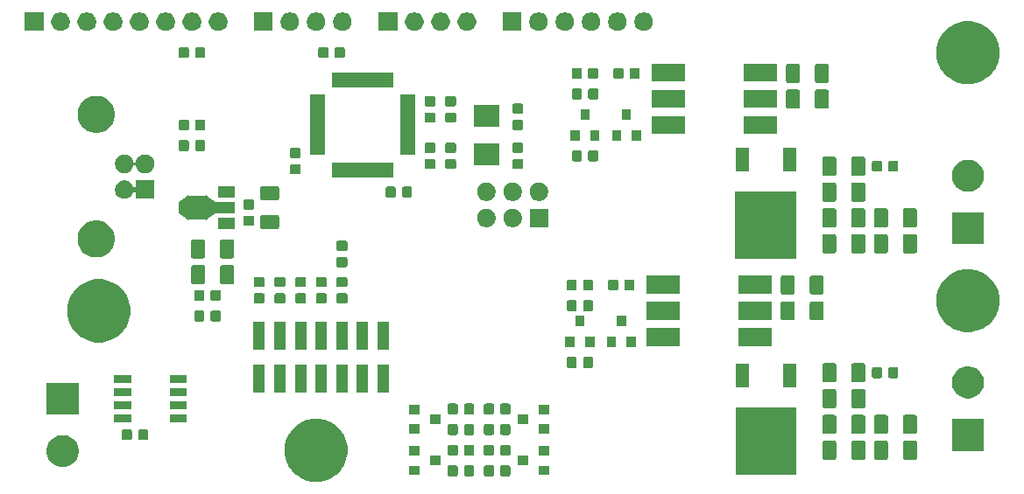
<source format=gbr>
G04 #@! TF.GenerationSoftware,KiCad,Pcbnew,5.1.5+dfsg1-2~bpo10+1*
G04 #@! TF.CreationDate,2020-05-02T00:01:12+02:00*
G04 #@! TF.ProjectId,reflow-controller,7265666c-6f77-42d6-936f-6e74726f6c6c,rev?*
G04 #@! TF.SameCoordinates,Original*
G04 #@! TF.FileFunction,Soldermask,Top*
G04 #@! TF.FilePolarity,Negative*
%FSLAX46Y46*%
G04 Gerber Fmt 4.6, Leading zero omitted, Abs format (unit mm)*
G04 Created by KiCad (PCBNEW 5.1.5+dfsg1-2~bpo10+1) date 2020-05-02 00:01:12*
%MOMM*%
%LPD*%
G04 APERTURE LIST*
%ADD10C,0.100000*%
G04 APERTURE END LIST*
D10*
G36*
X146389943Y-149066248D02*
G01*
X146945189Y-149296238D01*
X147176806Y-149451000D01*
X147444899Y-149630134D01*
X147869866Y-150055101D01*
X147972265Y-150208352D01*
X148203762Y-150554811D01*
X148433752Y-151110057D01*
X148551000Y-151699501D01*
X148551000Y-152300499D01*
X148433752Y-152889943D01*
X148203762Y-153445189D01*
X148163708Y-153505134D01*
X147869866Y-153944899D01*
X147444899Y-154369866D01*
X147304573Y-154463629D01*
X146945189Y-154703762D01*
X146389943Y-154933752D01*
X145800499Y-155051000D01*
X145199501Y-155051000D01*
X144610057Y-154933752D01*
X144054811Y-154703762D01*
X143695427Y-154463629D01*
X143555101Y-154369866D01*
X143130134Y-153944899D01*
X142836292Y-153505134D01*
X142796238Y-153445189D01*
X142566248Y-152889943D01*
X142449000Y-152300499D01*
X142449000Y-151699501D01*
X142566248Y-151110057D01*
X142796238Y-150554811D01*
X143027735Y-150208352D01*
X143130134Y-150055101D01*
X143555101Y-149630134D01*
X143823194Y-149451000D01*
X144054811Y-149296238D01*
X144610057Y-149066248D01*
X145199501Y-148949000D01*
X145800499Y-148949000D01*
X146389943Y-149066248D01*
G37*
G36*
X164129591Y-153478085D02*
G01*
X164163569Y-153488393D01*
X164194890Y-153505134D01*
X164222339Y-153527661D01*
X164244866Y-153555110D01*
X164261607Y-153586431D01*
X164271915Y-153620409D01*
X164276000Y-153661890D01*
X164276000Y-154338110D01*
X164271915Y-154379591D01*
X164261607Y-154413569D01*
X164244866Y-154444890D01*
X164222339Y-154472339D01*
X164194890Y-154494866D01*
X164163569Y-154511607D01*
X164129591Y-154521915D01*
X164088110Y-154526000D01*
X163486890Y-154526000D01*
X163445409Y-154521915D01*
X163411431Y-154511607D01*
X163380110Y-154494866D01*
X163352661Y-154472339D01*
X163330134Y-154444890D01*
X163313393Y-154413569D01*
X163303085Y-154379591D01*
X163299000Y-154338110D01*
X163299000Y-153661890D01*
X163303085Y-153620409D01*
X163313393Y-153586431D01*
X163330134Y-153555110D01*
X163352661Y-153527661D01*
X163380110Y-153505134D01*
X163411431Y-153488393D01*
X163445409Y-153478085D01*
X163486890Y-153474000D01*
X164088110Y-153474000D01*
X164129591Y-153478085D01*
G37*
G36*
X159054591Y-153478085D02*
G01*
X159088569Y-153488393D01*
X159119890Y-153505134D01*
X159147339Y-153527661D01*
X159169866Y-153555110D01*
X159186607Y-153586431D01*
X159196915Y-153620409D01*
X159201000Y-153661890D01*
X159201000Y-154338110D01*
X159196915Y-154379591D01*
X159186607Y-154413569D01*
X159169866Y-154444890D01*
X159147339Y-154472339D01*
X159119890Y-154494866D01*
X159088569Y-154511607D01*
X159054591Y-154521915D01*
X159013110Y-154526000D01*
X158411890Y-154526000D01*
X158370409Y-154521915D01*
X158336431Y-154511607D01*
X158305110Y-154494866D01*
X158277661Y-154472339D01*
X158255134Y-154444890D01*
X158238393Y-154413569D01*
X158228085Y-154379591D01*
X158224000Y-154338110D01*
X158224000Y-153661890D01*
X158228085Y-153620409D01*
X158238393Y-153586431D01*
X158255134Y-153555110D01*
X158277661Y-153527661D01*
X158305110Y-153505134D01*
X158336431Y-153488393D01*
X158370409Y-153478085D01*
X158411890Y-153474000D01*
X159013110Y-153474000D01*
X159054591Y-153478085D01*
G37*
G36*
X162554591Y-153478085D02*
G01*
X162588569Y-153488393D01*
X162619890Y-153505134D01*
X162647339Y-153527661D01*
X162669866Y-153555110D01*
X162686607Y-153586431D01*
X162696915Y-153620409D01*
X162701000Y-153661890D01*
X162701000Y-154338110D01*
X162696915Y-154379591D01*
X162686607Y-154413569D01*
X162669866Y-154444890D01*
X162647339Y-154472339D01*
X162619890Y-154494866D01*
X162588569Y-154511607D01*
X162554591Y-154521915D01*
X162513110Y-154526000D01*
X161911890Y-154526000D01*
X161870409Y-154521915D01*
X161836431Y-154511607D01*
X161805110Y-154494866D01*
X161777661Y-154472339D01*
X161755134Y-154444890D01*
X161738393Y-154413569D01*
X161728085Y-154379591D01*
X161724000Y-154338110D01*
X161724000Y-153661890D01*
X161728085Y-153620409D01*
X161738393Y-153586431D01*
X161755134Y-153555110D01*
X161777661Y-153527661D01*
X161805110Y-153505134D01*
X161836431Y-153488393D01*
X161870409Y-153478085D01*
X161911890Y-153474000D01*
X162513110Y-153474000D01*
X162554591Y-153478085D01*
G37*
G36*
X160629591Y-153478085D02*
G01*
X160663569Y-153488393D01*
X160694890Y-153505134D01*
X160722339Y-153527661D01*
X160744866Y-153555110D01*
X160761607Y-153586431D01*
X160771915Y-153620409D01*
X160776000Y-153661890D01*
X160776000Y-154338110D01*
X160771915Y-154379591D01*
X160761607Y-154413569D01*
X160744866Y-154444890D01*
X160722339Y-154472339D01*
X160694890Y-154494866D01*
X160663569Y-154511607D01*
X160629591Y-154521915D01*
X160588110Y-154526000D01*
X159986890Y-154526000D01*
X159945409Y-154521915D01*
X159911431Y-154511607D01*
X159880110Y-154494866D01*
X159852661Y-154472339D01*
X159830134Y-154444890D01*
X159813393Y-154413569D01*
X159803085Y-154379591D01*
X159799000Y-154338110D01*
X159799000Y-153661890D01*
X159803085Y-153620409D01*
X159813393Y-153586431D01*
X159830134Y-153555110D01*
X159852661Y-153527661D01*
X159880110Y-153505134D01*
X159911431Y-153488393D01*
X159945409Y-153478085D01*
X159986890Y-153474000D01*
X160588110Y-153474000D01*
X160629591Y-153478085D01*
G37*
G36*
X155501000Y-154401000D02*
G01*
X154499000Y-154401000D01*
X154499000Y-153499000D01*
X155501000Y-153499000D01*
X155501000Y-154401000D01*
G37*
G36*
X168001000Y-154401000D02*
G01*
X166999000Y-154401000D01*
X166999000Y-153499000D01*
X168001000Y-153499000D01*
X168001000Y-154401000D01*
G37*
G36*
X191951000Y-154351000D02*
G01*
X186049000Y-154351000D01*
X186049000Y-147849000D01*
X191951000Y-147849000D01*
X191951000Y-154351000D01*
G37*
G36*
X121282516Y-150554810D02*
G01*
X121452410Y-150588604D01*
X121734674Y-150705521D01*
X121988705Y-150875259D01*
X122204741Y-151091295D01*
X122374479Y-151345326D01*
X122491396Y-151627590D01*
X122551000Y-151927240D01*
X122551000Y-152232760D01*
X122491396Y-152532410D01*
X122374479Y-152814674D01*
X122204741Y-153068705D01*
X121988705Y-153284741D01*
X121734674Y-153454479D01*
X121452410Y-153571396D01*
X121302585Y-153601198D01*
X121152761Y-153631000D01*
X120847239Y-153631000D01*
X120697415Y-153601198D01*
X120547590Y-153571396D01*
X120265326Y-153454479D01*
X120011295Y-153284741D01*
X119795259Y-153068705D01*
X119625521Y-152814674D01*
X119508604Y-152532410D01*
X119449000Y-152232760D01*
X119449000Y-151927240D01*
X119508604Y-151627590D01*
X119625521Y-151345326D01*
X119795259Y-151091295D01*
X120011295Y-150875259D01*
X120265326Y-150705521D01*
X120547590Y-150588604D01*
X120717484Y-150554810D01*
X120847239Y-150529000D01*
X121152761Y-150529000D01*
X121282516Y-150554810D01*
G37*
G36*
X157501000Y-153451000D02*
G01*
X156499000Y-153451000D01*
X156499000Y-152549000D01*
X157501000Y-152549000D01*
X157501000Y-153451000D01*
G37*
G36*
X166001000Y-153451000D02*
G01*
X164999000Y-153451000D01*
X164999000Y-152549000D01*
X166001000Y-152549000D01*
X166001000Y-153451000D01*
G37*
G36*
X203418604Y-151078347D02*
G01*
X203455144Y-151089432D01*
X203488821Y-151107433D01*
X203518341Y-151131659D01*
X203542567Y-151161179D01*
X203560568Y-151194856D01*
X203571653Y-151231396D01*
X203576000Y-151275538D01*
X203576000Y-152724462D01*
X203571653Y-152768604D01*
X203560568Y-152805144D01*
X203542567Y-152838821D01*
X203518341Y-152868341D01*
X203488821Y-152892567D01*
X203455144Y-152910568D01*
X203418604Y-152921653D01*
X203374462Y-152926000D01*
X202425538Y-152926000D01*
X202381396Y-152921653D01*
X202344856Y-152910568D01*
X202311179Y-152892567D01*
X202281659Y-152868341D01*
X202257433Y-152838821D01*
X202239432Y-152805144D01*
X202228347Y-152768604D01*
X202224000Y-152724462D01*
X202224000Y-151275538D01*
X202228347Y-151231396D01*
X202239432Y-151194856D01*
X202257433Y-151161179D01*
X202281659Y-151131659D01*
X202311179Y-151107433D01*
X202344856Y-151089432D01*
X202381396Y-151078347D01*
X202425538Y-151074000D01*
X203374462Y-151074000D01*
X203418604Y-151078347D01*
G37*
G36*
X195618604Y-151078347D02*
G01*
X195655144Y-151089432D01*
X195688821Y-151107433D01*
X195718341Y-151131659D01*
X195742567Y-151161179D01*
X195760568Y-151194856D01*
X195771653Y-151231396D01*
X195776000Y-151275538D01*
X195776000Y-152724462D01*
X195771653Y-152768604D01*
X195760568Y-152805144D01*
X195742567Y-152838821D01*
X195718341Y-152868341D01*
X195688821Y-152892567D01*
X195655144Y-152910568D01*
X195618604Y-152921653D01*
X195574462Y-152926000D01*
X194625538Y-152926000D01*
X194581396Y-152921653D01*
X194544856Y-152910568D01*
X194511179Y-152892567D01*
X194481659Y-152868341D01*
X194457433Y-152838821D01*
X194439432Y-152805144D01*
X194428347Y-152768604D01*
X194424000Y-152724462D01*
X194424000Y-151275538D01*
X194428347Y-151231396D01*
X194439432Y-151194856D01*
X194457433Y-151161179D01*
X194481659Y-151131659D01*
X194511179Y-151107433D01*
X194544856Y-151089432D01*
X194581396Y-151078347D01*
X194625538Y-151074000D01*
X195574462Y-151074000D01*
X195618604Y-151078347D01*
G37*
G36*
X200618604Y-151078347D02*
G01*
X200655144Y-151089432D01*
X200688821Y-151107433D01*
X200718341Y-151131659D01*
X200742567Y-151161179D01*
X200760568Y-151194856D01*
X200771653Y-151231396D01*
X200776000Y-151275538D01*
X200776000Y-152724462D01*
X200771653Y-152768604D01*
X200760568Y-152805144D01*
X200742567Y-152838821D01*
X200718341Y-152868341D01*
X200688821Y-152892567D01*
X200655144Y-152910568D01*
X200618604Y-152921653D01*
X200574462Y-152926000D01*
X199625538Y-152926000D01*
X199581396Y-152921653D01*
X199544856Y-152910568D01*
X199511179Y-152892567D01*
X199481659Y-152868341D01*
X199457433Y-152838821D01*
X199439432Y-152805144D01*
X199428347Y-152768604D01*
X199424000Y-152724462D01*
X199424000Y-151275538D01*
X199428347Y-151231396D01*
X199439432Y-151194856D01*
X199457433Y-151161179D01*
X199481659Y-151131659D01*
X199511179Y-151107433D01*
X199544856Y-151089432D01*
X199581396Y-151078347D01*
X199625538Y-151074000D01*
X200574462Y-151074000D01*
X200618604Y-151078347D01*
G37*
G36*
X198418604Y-151078347D02*
G01*
X198455144Y-151089432D01*
X198488821Y-151107433D01*
X198518341Y-151131659D01*
X198542567Y-151161179D01*
X198560568Y-151194856D01*
X198571653Y-151231396D01*
X198576000Y-151275538D01*
X198576000Y-152724462D01*
X198571653Y-152768604D01*
X198560568Y-152805144D01*
X198542567Y-152838821D01*
X198518341Y-152868341D01*
X198488821Y-152892567D01*
X198455144Y-152910568D01*
X198418604Y-152921653D01*
X198374462Y-152926000D01*
X197425538Y-152926000D01*
X197381396Y-152921653D01*
X197344856Y-152910568D01*
X197311179Y-152892567D01*
X197281659Y-152868341D01*
X197257433Y-152838821D01*
X197239432Y-152805144D01*
X197228347Y-152768604D01*
X197224000Y-152724462D01*
X197224000Y-151275538D01*
X197228347Y-151231396D01*
X197239432Y-151194856D01*
X197257433Y-151161179D01*
X197281659Y-151131659D01*
X197311179Y-151107433D01*
X197344856Y-151089432D01*
X197381396Y-151078347D01*
X197425538Y-151074000D01*
X198374462Y-151074000D01*
X198418604Y-151078347D01*
G37*
G36*
X160629591Y-151478085D02*
G01*
X160663569Y-151488393D01*
X160694890Y-151505134D01*
X160722339Y-151527661D01*
X160744866Y-151555110D01*
X160761607Y-151586431D01*
X160771915Y-151620409D01*
X160776000Y-151661890D01*
X160776000Y-152338110D01*
X160771915Y-152379591D01*
X160761607Y-152413569D01*
X160744866Y-152444890D01*
X160722339Y-152472339D01*
X160694890Y-152494866D01*
X160663569Y-152511607D01*
X160629591Y-152521915D01*
X160588110Y-152526000D01*
X159986890Y-152526000D01*
X159945409Y-152521915D01*
X159911431Y-152511607D01*
X159880110Y-152494866D01*
X159852661Y-152472339D01*
X159830134Y-152444890D01*
X159813393Y-152413569D01*
X159803085Y-152379591D01*
X159799000Y-152338110D01*
X159799000Y-151661890D01*
X159803085Y-151620409D01*
X159813393Y-151586431D01*
X159830134Y-151555110D01*
X159852661Y-151527661D01*
X159880110Y-151505134D01*
X159911431Y-151488393D01*
X159945409Y-151478085D01*
X159986890Y-151474000D01*
X160588110Y-151474000D01*
X160629591Y-151478085D01*
G37*
G36*
X164129591Y-151478085D02*
G01*
X164163569Y-151488393D01*
X164194890Y-151505134D01*
X164222339Y-151527661D01*
X164244866Y-151555110D01*
X164261607Y-151586431D01*
X164271915Y-151620409D01*
X164276000Y-151661890D01*
X164276000Y-152338110D01*
X164271915Y-152379591D01*
X164261607Y-152413569D01*
X164244866Y-152444890D01*
X164222339Y-152472339D01*
X164194890Y-152494866D01*
X164163569Y-152511607D01*
X164129591Y-152521915D01*
X164088110Y-152526000D01*
X163486890Y-152526000D01*
X163445409Y-152521915D01*
X163411431Y-152511607D01*
X163380110Y-152494866D01*
X163352661Y-152472339D01*
X163330134Y-152444890D01*
X163313393Y-152413569D01*
X163303085Y-152379591D01*
X163299000Y-152338110D01*
X163299000Y-151661890D01*
X163303085Y-151620409D01*
X163313393Y-151586431D01*
X163330134Y-151555110D01*
X163352661Y-151527661D01*
X163380110Y-151505134D01*
X163411431Y-151488393D01*
X163445409Y-151478085D01*
X163486890Y-151474000D01*
X164088110Y-151474000D01*
X164129591Y-151478085D01*
G37*
G36*
X162554591Y-151478085D02*
G01*
X162588569Y-151488393D01*
X162619890Y-151505134D01*
X162647339Y-151527661D01*
X162669866Y-151555110D01*
X162686607Y-151586431D01*
X162696915Y-151620409D01*
X162701000Y-151661890D01*
X162701000Y-152338110D01*
X162696915Y-152379591D01*
X162686607Y-152413569D01*
X162669866Y-152444890D01*
X162647339Y-152472339D01*
X162619890Y-152494866D01*
X162588569Y-152511607D01*
X162554591Y-152521915D01*
X162513110Y-152526000D01*
X161911890Y-152526000D01*
X161870409Y-152521915D01*
X161836431Y-152511607D01*
X161805110Y-152494866D01*
X161777661Y-152472339D01*
X161755134Y-152444890D01*
X161738393Y-152413569D01*
X161728085Y-152379591D01*
X161724000Y-152338110D01*
X161724000Y-151661890D01*
X161728085Y-151620409D01*
X161738393Y-151586431D01*
X161755134Y-151555110D01*
X161777661Y-151527661D01*
X161805110Y-151505134D01*
X161836431Y-151488393D01*
X161870409Y-151478085D01*
X161911890Y-151474000D01*
X162513110Y-151474000D01*
X162554591Y-151478085D01*
G37*
G36*
X159054591Y-151478085D02*
G01*
X159088569Y-151488393D01*
X159119890Y-151505134D01*
X159147339Y-151527661D01*
X159169866Y-151555110D01*
X159186607Y-151586431D01*
X159196915Y-151620409D01*
X159201000Y-151661890D01*
X159201000Y-152338110D01*
X159196915Y-152379591D01*
X159186607Y-152413569D01*
X159169866Y-152444890D01*
X159147339Y-152472339D01*
X159119890Y-152494866D01*
X159088569Y-152511607D01*
X159054591Y-152521915D01*
X159013110Y-152526000D01*
X158411890Y-152526000D01*
X158370409Y-152521915D01*
X158336431Y-152511607D01*
X158305110Y-152494866D01*
X158277661Y-152472339D01*
X158255134Y-152444890D01*
X158238393Y-152413569D01*
X158228085Y-152379591D01*
X158224000Y-152338110D01*
X158224000Y-151661890D01*
X158228085Y-151620409D01*
X158238393Y-151586431D01*
X158255134Y-151555110D01*
X158277661Y-151527661D01*
X158305110Y-151505134D01*
X158336431Y-151488393D01*
X158370409Y-151478085D01*
X158411890Y-151474000D01*
X159013110Y-151474000D01*
X159054591Y-151478085D01*
G37*
G36*
X168001000Y-152501000D02*
G01*
X166999000Y-152501000D01*
X166999000Y-151599000D01*
X168001000Y-151599000D01*
X168001000Y-152501000D01*
G37*
G36*
X155501000Y-152501000D02*
G01*
X154499000Y-152501000D01*
X154499000Y-151599000D01*
X155501000Y-151599000D01*
X155501000Y-152501000D01*
G37*
G36*
X210051000Y-152051000D02*
G01*
X206949000Y-152051000D01*
X206949000Y-148949000D01*
X210051000Y-148949000D01*
X210051000Y-152051000D01*
G37*
G36*
X129129591Y-149978085D02*
G01*
X129163569Y-149988393D01*
X129194890Y-150005134D01*
X129222339Y-150027661D01*
X129244866Y-150055110D01*
X129261607Y-150086431D01*
X129271915Y-150120409D01*
X129276000Y-150161890D01*
X129276000Y-150838110D01*
X129271915Y-150879591D01*
X129261607Y-150913569D01*
X129244866Y-150944890D01*
X129222339Y-150972339D01*
X129194890Y-150994866D01*
X129163569Y-151011607D01*
X129129591Y-151021915D01*
X129088110Y-151026000D01*
X128486890Y-151026000D01*
X128445409Y-151021915D01*
X128411431Y-151011607D01*
X128380110Y-150994866D01*
X128352661Y-150972339D01*
X128330134Y-150944890D01*
X128313393Y-150913569D01*
X128303085Y-150879591D01*
X128299000Y-150838110D01*
X128299000Y-150161890D01*
X128303085Y-150120409D01*
X128313393Y-150086431D01*
X128330134Y-150055110D01*
X128352661Y-150027661D01*
X128380110Y-150005134D01*
X128411431Y-149988393D01*
X128445409Y-149978085D01*
X128486890Y-149974000D01*
X129088110Y-149974000D01*
X129129591Y-149978085D01*
G37*
G36*
X127554591Y-149978085D02*
G01*
X127588569Y-149988393D01*
X127619890Y-150005134D01*
X127647339Y-150027661D01*
X127669866Y-150055110D01*
X127686607Y-150086431D01*
X127696915Y-150120409D01*
X127701000Y-150161890D01*
X127701000Y-150838110D01*
X127696915Y-150879591D01*
X127686607Y-150913569D01*
X127669866Y-150944890D01*
X127647339Y-150972339D01*
X127619890Y-150994866D01*
X127588569Y-151011607D01*
X127554591Y-151021915D01*
X127513110Y-151026000D01*
X126911890Y-151026000D01*
X126870409Y-151021915D01*
X126836431Y-151011607D01*
X126805110Y-150994866D01*
X126777661Y-150972339D01*
X126755134Y-150944890D01*
X126738393Y-150913569D01*
X126728085Y-150879591D01*
X126724000Y-150838110D01*
X126724000Y-150161890D01*
X126728085Y-150120409D01*
X126738393Y-150086431D01*
X126755134Y-150055110D01*
X126777661Y-150027661D01*
X126805110Y-150005134D01*
X126836431Y-149988393D01*
X126870409Y-149978085D01*
X126911890Y-149974000D01*
X127513110Y-149974000D01*
X127554591Y-149978085D01*
G37*
G36*
X164129591Y-149478085D02*
G01*
X164163569Y-149488393D01*
X164194890Y-149505134D01*
X164222339Y-149527661D01*
X164244866Y-149555110D01*
X164261607Y-149586431D01*
X164271915Y-149620409D01*
X164276000Y-149661890D01*
X164276000Y-150338110D01*
X164271915Y-150379591D01*
X164261607Y-150413569D01*
X164244866Y-150444890D01*
X164222339Y-150472339D01*
X164194890Y-150494866D01*
X164163569Y-150511607D01*
X164129591Y-150521915D01*
X164088110Y-150526000D01*
X163486890Y-150526000D01*
X163445409Y-150521915D01*
X163411431Y-150511607D01*
X163380110Y-150494866D01*
X163352661Y-150472339D01*
X163330134Y-150444890D01*
X163313393Y-150413569D01*
X163303085Y-150379591D01*
X163299000Y-150338110D01*
X163299000Y-149661890D01*
X163303085Y-149620409D01*
X163313393Y-149586431D01*
X163330134Y-149555110D01*
X163352661Y-149527661D01*
X163380110Y-149505134D01*
X163411431Y-149488393D01*
X163445409Y-149478085D01*
X163486890Y-149474000D01*
X164088110Y-149474000D01*
X164129591Y-149478085D01*
G37*
G36*
X162554591Y-149478085D02*
G01*
X162588569Y-149488393D01*
X162619890Y-149505134D01*
X162647339Y-149527661D01*
X162669866Y-149555110D01*
X162686607Y-149586431D01*
X162696915Y-149620409D01*
X162701000Y-149661890D01*
X162701000Y-150338110D01*
X162696915Y-150379591D01*
X162686607Y-150413569D01*
X162669866Y-150444890D01*
X162647339Y-150472339D01*
X162619890Y-150494866D01*
X162588569Y-150511607D01*
X162554591Y-150521915D01*
X162513110Y-150526000D01*
X161911890Y-150526000D01*
X161870409Y-150521915D01*
X161836431Y-150511607D01*
X161805110Y-150494866D01*
X161777661Y-150472339D01*
X161755134Y-150444890D01*
X161738393Y-150413569D01*
X161728085Y-150379591D01*
X161724000Y-150338110D01*
X161724000Y-149661890D01*
X161728085Y-149620409D01*
X161738393Y-149586431D01*
X161755134Y-149555110D01*
X161777661Y-149527661D01*
X161805110Y-149505134D01*
X161836431Y-149488393D01*
X161870409Y-149478085D01*
X161911890Y-149474000D01*
X162513110Y-149474000D01*
X162554591Y-149478085D01*
G37*
G36*
X160629591Y-149478085D02*
G01*
X160663569Y-149488393D01*
X160694890Y-149505134D01*
X160722339Y-149527661D01*
X160744866Y-149555110D01*
X160761607Y-149586431D01*
X160771915Y-149620409D01*
X160776000Y-149661890D01*
X160776000Y-150338110D01*
X160771915Y-150379591D01*
X160761607Y-150413569D01*
X160744866Y-150444890D01*
X160722339Y-150472339D01*
X160694890Y-150494866D01*
X160663569Y-150511607D01*
X160629591Y-150521915D01*
X160588110Y-150526000D01*
X159986890Y-150526000D01*
X159945409Y-150521915D01*
X159911431Y-150511607D01*
X159880110Y-150494866D01*
X159852661Y-150472339D01*
X159830134Y-150444890D01*
X159813393Y-150413569D01*
X159803085Y-150379591D01*
X159799000Y-150338110D01*
X159799000Y-149661890D01*
X159803085Y-149620409D01*
X159813393Y-149586431D01*
X159830134Y-149555110D01*
X159852661Y-149527661D01*
X159880110Y-149505134D01*
X159911431Y-149488393D01*
X159945409Y-149478085D01*
X159986890Y-149474000D01*
X160588110Y-149474000D01*
X160629591Y-149478085D01*
G37*
G36*
X159054591Y-149478085D02*
G01*
X159088569Y-149488393D01*
X159119890Y-149505134D01*
X159147339Y-149527661D01*
X159169866Y-149555110D01*
X159186607Y-149586431D01*
X159196915Y-149620409D01*
X159201000Y-149661890D01*
X159201000Y-150338110D01*
X159196915Y-150379591D01*
X159186607Y-150413569D01*
X159169866Y-150444890D01*
X159147339Y-150472339D01*
X159119890Y-150494866D01*
X159088569Y-150511607D01*
X159054591Y-150521915D01*
X159013110Y-150526000D01*
X158411890Y-150526000D01*
X158370409Y-150521915D01*
X158336431Y-150511607D01*
X158305110Y-150494866D01*
X158277661Y-150472339D01*
X158255134Y-150444890D01*
X158238393Y-150413569D01*
X158228085Y-150379591D01*
X158224000Y-150338110D01*
X158224000Y-149661890D01*
X158228085Y-149620409D01*
X158238393Y-149586431D01*
X158255134Y-149555110D01*
X158277661Y-149527661D01*
X158305110Y-149505134D01*
X158336431Y-149488393D01*
X158370409Y-149478085D01*
X158411890Y-149474000D01*
X159013110Y-149474000D01*
X159054591Y-149478085D01*
G37*
G36*
X203418604Y-148578347D02*
G01*
X203455144Y-148589432D01*
X203488821Y-148607433D01*
X203518341Y-148631659D01*
X203542567Y-148661179D01*
X203560568Y-148694856D01*
X203571653Y-148731396D01*
X203576000Y-148775538D01*
X203576000Y-150224462D01*
X203571653Y-150268604D01*
X203560568Y-150305144D01*
X203542567Y-150338821D01*
X203518341Y-150368341D01*
X203488821Y-150392567D01*
X203455144Y-150410568D01*
X203418604Y-150421653D01*
X203374462Y-150426000D01*
X202425538Y-150426000D01*
X202381396Y-150421653D01*
X202344856Y-150410568D01*
X202311179Y-150392567D01*
X202281659Y-150368341D01*
X202257433Y-150338821D01*
X202239432Y-150305144D01*
X202228347Y-150268604D01*
X202224000Y-150224462D01*
X202224000Y-148775538D01*
X202228347Y-148731396D01*
X202239432Y-148694856D01*
X202257433Y-148661179D01*
X202281659Y-148631659D01*
X202311179Y-148607433D01*
X202344856Y-148589432D01*
X202381396Y-148578347D01*
X202425538Y-148574000D01*
X203374462Y-148574000D01*
X203418604Y-148578347D01*
G37*
G36*
X200618604Y-148578347D02*
G01*
X200655144Y-148589432D01*
X200688821Y-148607433D01*
X200718341Y-148631659D01*
X200742567Y-148661179D01*
X200760568Y-148694856D01*
X200771653Y-148731396D01*
X200776000Y-148775538D01*
X200776000Y-150224462D01*
X200771653Y-150268604D01*
X200760568Y-150305144D01*
X200742567Y-150338821D01*
X200718341Y-150368341D01*
X200688821Y-150392567D01*
X200655144Y-150410568D01*
X200618604Y-150421653D01*
X200574462Y-150426000D01*
X199625538Y-150426000D01*
X199581396Y-150421653D01*
X199544856Y-150410568D01*
X199511179Y-150392567D01*
X199481659Y-150368341D01*
X199457433Y-150338821D01*
X199439432Y-150305144D01*
X199428347Y-150268604D01*
X199424000Y-150224462D01*
X199424000Y-148775538D01*
X199428347Y-148731396D01*
X199439432Y-148694856D01*
X199457433Y-148661179D01*
X199481659Y-148631659D01*
X199511179Y-148607433D01*
X199544856Y-148589432D01*
X199581396Y-148578347D01*
X199625538Y-148574000D01*
X200574462Y-148574000D01*
X200618604Y-148578347D01*
G37*
G36*
X198418604Y-148578347D02*
G01*
X198455144Y-148589432D01*
X198488821Y-148607433D01*
X198518341Y-148631659D01*
X198542567Y-148661179D01*
X198560568Y-148694856D01*
X198571653Y-148731396D01*
X198576000Y-148775538D01*
X198576000Y-150224462D01*
X198571653Y-150268604D01*
X198560568Y-150305144D01*
X198542567Y-150338821D01*
X198518341Y-150368341D01*
X198488821Y-150392567D01*
X198455144Y-150410568D01*
X198418604Y-150421653D01*
X198374462Y-150426000D01*
X197425538Y-150426000D01*
X197381396Y-150421653D01*
X197344856Y-150410568D01*
X197311179Y-150392567D01*
X197281659Y-150368341D01*
X197257433Y-150338821D01*
X197239432Y-150305144D01*
X197228347Y-150268604D01*
X197224000Y-150224462D01*
X197224000Y-148775538D01*
X197228347Y-148731396D01*
X197239432Y-148694856D01*
X197257433Y-148661179D01*
X197281659Y-148631659D01*
X197311179Y-148607433D01*
X197344856Y-148589432D01*
X197381396Y-148578347D01*
X197425538Y-148574000D01*
X198374462Y-148574000D01*
X198418604Y-148578347D01*
G37*
G36*
X195618604Y-148578347D02*
G01*
X195655144Y-148589432D01*
X195688821Y-148607433D01*
X195718341Y-148631659D01*
X195742567Y-148661179D01*
X195760568Y-148694856D01*
X195771653Y-148731396D01*
X195776000Y-148775538D01*
X195776000Y-150224462D01*
X195771653Y-150268604D01*
X195760568Y-150305144D01*
X195742567Y-150338821D01*
X195718341Y-150368341D01*
X195688821Y-150392567D01*
X195655144Y-150410568D01*
X195618604Y-150421653D01*
X195574462Y-150426000D01*
X194625538Y-150426000D01*
X194581396Y-150421653D01*
X194544856Y-150410568D01*
X194511179Y-150392567D01*
X194481659Y-150368341D01*
X194457433Y-150338821D01*
X194439432Y-150305144D01*
X194428347Y-150268604D01*
X194424000Y-150224462D01*
X194424000Y-148775538D01*
X194428347Y-148731396D01*
X194439432Y-148694856D01*
X194457433Y-148661179D01*
X194481659Y-148631659D01*
X194511179Y-148607433D01*
X194544856Y-148589432D01*
X194581396Y-148578347D01*
X194625538Y-148574000D01*
X195574462Y-148574000D01*
X195618604Y-148578347D01*
G37*
G36*
X168001000Y-150401000D02*
G01*
X166999000Y-150401000D01*
X166999000Y-149499000D01*
X168001000Y-149499000D01*
X168001000Y-150401000D01*
G37*
G36*
X155501000Y-150401000D02*
G01*
X154499000Y-150401000D01*
X154499000Y-149499000D01*
X155501000Y-149499000D01*
X155501000Y-150401000D01*
G37*
G36*
X166001000Y-149451000D02*
G01*
X164999000Y-149451000D01*
X164999000Y-148549000D01*
X166001000Y-148549000D01*
X166001000Y-149451000D01*
G37*
G36*
X157501000Y-149451000D02*
G01*
X156499000Y-149451000D01*
X156499000Y-148549000D01*
X157501000Y-148549000D01*
X157501000Y-149451000D01*
G37*
G36*
X133026000Y-149256000D02*
G01*
X131374000Y-149256000D01*
X131374000Y-148554000D01*
X133026000Y-148554000D01*
X133026000Y-149256000D01*
G37*
G36*
X127626000Y-149256000D02*
G01*
X125974000Y-149256000D01*
X125974000Y-148554000D01*
X127626000Y-148554000D01*
X127626000Y-149256000D01*
G37*
G36*
X122551000Y-148551000D02*
G01*
X119449000Y-148551000D01*
X119449000Y-145449000D01*
X122551000Y-145449000D01*
X122551000Y-148551000D01*
G37*
G36*
X164129591Y-147478085D02*
G01*
X164163569Y-147488393D01*
X164194890Y-147505134D01*
X164222339Y-147527661D01*
X164244866Y-147555110D01*
X164261607Y-147586431D01*
X164271915Y-147620409D01*
X164276000Y-147661890D01*
X164276000Y-148338110D01*
X164271915Y-148379591D01*
X164261607Y-148413569D01*
X164244866Y-148444890D01*
X164222339Y-148472339D01*
X164194890Y-148494866D01*
X164163569Y-148511607D01*
X164129591Y-148521915D01*
X164088110Y-148526000D01*
X163486890Y-148526000D01*
X163445409Y-148521915D01*
X163411431Y-148511607D01*
X163380110Y-148494866D01*
X163352661Y-148472339D01*
X163330134Y-148444890D01*
X163313393Y-148413569D01*
X163303085Y-148379591D01*
X163299000Y-148338110D01*
X163299000Y-147661890D01*
X163303085Y-147620409D01*
X163313393Y-147586431D01*
X163330134Y-147555110D01*
X163352661Y-147527661D01*
X163380110Y-147505134D01*
X163411431Y-147488393D01*
X163445409Y-147478085D01*
X163486890Y-147474000D01*
X164088110Y-147474000D01*
X164129591Y-147478085D01*
G37*
G36*
X159054591Y-147478085D02*
G01*
X159088569Y-147488393D01*
X159119890Y-147505134D01*
X159147339Y-147527661D01*
X159169866Y-147555110D01*
X159186607Y-147586431D01*
X159196915Y-147620409D01*
X159201000Y-147661890D01*
X159201000Y-148338110D01*
X159196915Y-148379591D01*
X159186607Y-148413569D01*
X159169866Y-148444890D01*
X159147339Y-148472339D01*
X159119890Y-148494866D01*
X159088569Y-148511607D01*
X159054591Y-148521915D01*
X159013110Y-148526000D01*
X158411890Y-148526000D01*
X158370409Y-148521915D01*
X158336431Y-148511607D01*
X158305110Y-148494866D01*
X158277661Y-148472339D01*
X158255134Y-148444890D01*
X158238393Y-148413569D01*
X158228085Y-148379591D01*
X158224000Y-148338110D01*
X158224000Y-147661890D01*
X158228085Y-147620409D01*
X158238393Y-147586431D01*
X158255134Y-147555110D01*
X158277661Y-147527661D01*
X158305110Y-147505134D01*
X158336431Y-147488393D01*
X158370409Y-147478085D01*
X158411890Y-147474000D01*
X159013110Y-147474000D01*
X159054591Y-147478085D01*
G37*
G36*
X160629591Y-147478085D02*
G01*
X160663569Y-147488393D01*
X160694890Y-147505134D01*
X160722339Y-147527661D01*
X160744866Y-147555110D01*
X160761607Y-147586431D01*
X160771915Y-147620409D01*
X160776000Y-147661890D01*
X160776000Y-148338110D01*
X160771915Y-148379591D01*
X160761607Y-148413569D01*
X160744866Y-148444890D01*
X160722339Y-148472339D01*
X160694890Y-148494866D01*
X160663569Y-148511607D01*
X160629591Y-148521915D01*
X160588110Y-148526000D01*
X159986890Y-148526000D01*
X159945409Y-148521915D01*
X159911431Y-148511607D01*
X159880110Y-148494866D01*
X159852661Y-148472339D01*
X159830134Y-148444890D01*
X159813393Y-148413569D01*
X159803085Y-148379591D01*
X159799000Y-148338110D01*
X159799000Y-147661890D01*
X159803085Y-147620409D01*
X159813393Y-147586431D01*
X159830134Y-147555110D01*
X159852661Y-147527661D01*
X159880110Y-147505134D01*
X159911431Y-147488393D01*
X159945409Y-147478085D01*
X159986890Y-147474000D01*
X160588110Y-147474000D01*
X160629591Y-147478085D01*
G37*
G36*
X162554591Y-147478085D02*
G01*
X162588569Y-147488393D01*
X162619890Y-147505134D01*
X162647339Y-147527661D01*
X162669866Y-147555110D01*
X162686607Y-147586431D01*
X162696915Y-147620409D01*
X162701000Y-147661890D01*
X162701000Y-148338110D01*
X162696915Y-148379591D01*
X162686607Y-148413569D01*
X162669866Y-148444890D01*
X162647339Y-148472339D01*
X162619890Y-148494866D01*
X162588569Y-148511607D01*
X162554591Y-148521915D01*
X162513110Y-148526000D01*
X161911890Y-148526000D01*
X161870409Y-148521915D01*
X161836431Y-148511607D01*
X161805110Y-148494866D01*
X161777661Y-148472339D01*
X161755134Y-148444890D01*
X161738393Y-148413569D01*
X161728085Y-148379591D01*
X161724000Y-148338110D01*
X161724000Y-147661890D01*
X161728085Y-147620409D01*
X161738393Y-147586431D01*
X161755134Y-147555110D01*
X161777661Y-147527661D01*
X161805110Y-147505134D01*
X161836431Y-147488393D01*
X161870409Y-147478085D01*
X161911890Y-147474000D01*
X162513110Y-147474000D01*
X162554591Y-147478085D01*
G37*
G36*
X155501000Y-148501000D02*
G01*
X154499000Y-148501000D01*
X154499000Y-147599000D01*
X155501000Y-147599000D01*
X155501000Y-148501000D01*
G37*
G36*
X168001000Y-148501000D02*
G01*
X166999000Y-148501000D01*
X166999000Y-147599000D01*
X168001000Y-147599000D01*
X168001000Y-148501000D01*
G37*
G36*
X133026000Y-147986000D02*
G01*
X131374000Y-147986000D01*
X131374000Y-147284000D01*
X133026000Y-147284000D01*
X133026000Y-147986000D01*
G37*
G36*
X127626000Y-147986000D02*
G01*
X125974000Y-147986000D01*
X125974000Y-147284000D01*
X127626000Y-147284000D01*
X127626000Y-147986000D01*
G37*
G36*
X195618604Y-146078347D02*
G01*
X195655144Y-146089432D01*
X195688821Y-146107433D01*
X195718341Y-146131659D01*
X195742567Y-146161179D01*
X195760568Y-146194856D01*
X195771653Y-146231396D01*
X195776000Y-146275538D01*
X195776000Y-147724462D01*
X195771653Y-147768604D01*
X195760568Y-147805144D01*
X195742567Y-147838821D01*
X195718341Y-147868341D01*
X195688821Y-147892567D01*
X195655144Y-147910568D01*
X195618604Y-147921653D01*
X195574462Y-147926000D01*
X194625538Y-147926000D01*
X194581396Y-147921653D01*
X194544856Y-147910568D01*
X194511179Y-147892567D01*
X194481659Y-147868341D01*
X194457433Y-147838821D01*
X194439432Y-147805144D01*
X194428347Y-147768604D01*
X194424000Y-147724462D01*
X194424000Y-146275538D01*
X194428347Y-146231396D01*
X194439432Y-146194856D01*
X194457433Y-146161179D01*
X194481659Y-146131659D01*
X194511179Y-146107433D01*
X194544856Y-146089432D01*
X194581396Y-146078347D01*
X194625538Y-146074000D01*
X195574462Y-146074000D01*
X195618604Y-146078347D01*
G37*
G36*
X198418604Y-146078347D02*
G01*
X198455144Y-146089432D01*
X198488821Y-146107433D01*
X198518341Y-146131659D01*
X198542567Y-146161179D01*
X198560568Y-146194856D01*
X198571653Y-146231396D01*
X198576000Y-146275538D01*
X198576000Y-147724462D01*
X198571653Y-147768604D01*
X198560568Y-147805144D01*
X198542567Y-147838821D01*
X198518341Y-147868341D01*
X198488821Y-147892567D01*
X198455144Y-147910568D01*
X198418604Y-147921653D01*
X198374462Y-147926000D01*
X197425538Y-147926000D01*
X197381396Y-147921653D01*
X197344856Y-147910568D01*
X197311179Y-147892567D01*
X197281659Y-147868341D01*
X197257433Y-147838821D01*
X197239432Y-147805144D01*
X197228347Y-147768604D01*
X197224000Y-147724462D01*
X197224000Y-146275538D01*
X197228347Y-146231396D01*
X197239432Y-146194856D01*
X197257433Y-146161179D01*
X197281659Y-146131659D01*
X197311179Y-146107433D01*
X197344856Y-146089432D01*
X197381396Y-146078347D01*
X197425538Y-146074000D01*
X198374462Y-146074000D01*
X198418604Y-146078347D01*
G37*
G36*
X208706005Y-143879591D02*
G01*
X208952410Y-143928604D01*
X209234674Y-144045521D01*
X209488705Y-144215259D01*
X209704741Y-144431295D01*
X209874479Y-144685326D01*
X209991396Y-144967590D01*
X210002081Y-145021307D01*
X210049377Y-145259078D01*
X210051000Y-145267240D01*
X210051000Y-145572760D01*
X209991396Y-145872410D01*
X209874479Y-146154674D01*
X209704741Y-146408705D01*
X209488705Y-146624741D01*
X209234674Y-146794479D01*
X208952410Y-146911396D01*
X208802585Y-146941198D01*
X208652761Y-146971000D01*
X208347239Y-146971000D01*
X208197415Y-146941198D01*
X208047590Y-146911396D01*
X207765326Y-146794479D01*
X207511295Y-146624741D01*
X207295259Y-146408705D01*
X207125521Y-146154674D01*
X207008604Y-145872410D01*
X206949000Y-145572760D01*
X206949000Y-145267240D01*
X206950624Y-145259078D01*
X206997919Y-145021307D01*
X207008604Y-144967590D01*
X207125521Y-144685326D01*
X207295259Y-144431295D01*
X207511295Y-144215259D01*
X207765326Y-144045521D01*
X208047590Y-143928604D01*
X208293995Y-143879591D01*
X208347239Y-143869000D01*
X208652761Y-143869000D01*
X208706005Y-143879591D01*
G37*
G36*
X127626000Y-146716000D02*
G01*
X125974000Y-146716000D01*
X125974000Y-146014000D01*
X127626000Y-146014000D01*
X127626000Y-146716000D01*
G37*
G36*
X133026000Y-146716000D02*
G01*
X131374000Y-146716000D01*
X131374000Y-146014000D01*
X133026000Y-146014000D01*
X133026000Y-146716000D01*
G37*
G36*
X146551000Y-146426000D02*
G01*
X145449000Y-146426000D01*
X145449000Y-143744000D01*
X146551000Y-143744000D01*
X146551000Y-146426000D01*
G37*
G36*
X140551000Y-146426000D02*
G01*
X139449000Y-146426000D01*
X139449000Y-143744000D01*
X140551000Y-143744000D01*
X140551000Y-146426000D01*
G37*
G36*
X142551000Y-146426000D02*
G01*
X141449000Y-146426000D01*
X141449000Y-143744000D01*
X142551000Y-143744000D01*
X142551000Y-146426000D01*
G37*
G36*
X144551000Y-146426000D02*
G01*
X143449000Y-146426000D01*
X143449000Y-143744000D01*
X144551000Y-143744000D01*
X144551000Y-146426000D01*
G37*
G36*
X148551000Y-146426000D02*
G01*
X147449000Y-146426000D01*
X147449000Y-143744000D01*
X148551000Y-143744000D01*
X148551000Y-146426000D01*
G37*
G36*
X150551000Y-146426000D02*
G01*
X149449000Y-146426000D01*
X149449000Y-143744000D01*
X150551000Y-143744000D01*
X150551000Y-146426000D01*
G37*
G36*
X152551000Y-146426000D02*
G01*
X151449000Y-146426000D01*
X151449000Y-143744000D01*
X152551000Y-143744000D01*
X152551000Y-146426000D01*
G37*
G36*
X191931000Y-145951000D02*
G01*
X190629000Y-145951000D01*
X190629000Y-143649000D01*
X191931000Y-143649000D01*
X191931000Y-145951000D01*
G37*
G36*
X187371000Y-145951000D02*
G01*
X186069000Y-145951000D01*
X186069000Y-143649000D01*
X187371000Y-143649000D01*
X187371000Y-145951000D01*
G37*
G36*
X127626000Y-145446000D02*
G01*
X125974000Y-145446000D01*
X125974000Y-144744000D01*
X127626000Y-144744000D01*
X127626000Y-145446000D01*
G37*
G36*
X133026000Y-145446000D02*
G01*
X131374000Y-145446000D01*
X131374000Y-144744000D01*
X133026000Y-144744000D01*
X133026000Y-145446000D01*
G37*
G36*
X195618604Y-143578347D02*
G01*
X195655144Y-143589432D01*
X195688821Y-143607433D01*
X195718341Y-143631659D01*
X195742567Y-143661179D01*
X195760568Y-143694856D01*
X195771653Y-143731396D01*
X195776000Y-143775538D01*
X195776000Y-145224462D01*
X195771653Y-145268604D01*
X195760568Y-145305144D01*
X195742567Y-145338821D01*
X195718341Y-145368341D01*
X195688821Y-145392567D01*
X195655144Y-145410568D01*
X195618604Y-145421653D01*
X195574462Y-145426000D01*
X194625538Y-145426000D01*
X194581396Y-145421653D01*
X194544856Y-145410568D01*
X194511179Y-145392567D01*
X194481659Y-145368341D01*
X194457433Y-145338821D01*
X194439432Y-145305144D01*
X194428347Y-145268604D01*
X194424000Y-145224462D01*
X194424000Y-143775538D01*
X194428347Y-143731396D01*
X194439432Y-143694856D01*
X194457433Y-143661179D01*
X194481659Y-143631659D01*
X194511179Y-143607433D01*
X194544856Y-143589432D01*
X194581396Y-143578347D01*
X194625538Y-143574000D01*
X195574462Y-143574000D01*
X195618604Y-143578347D01*
G37*
G36*
X198418604Y-143578347D02*
G01*
X198455144Y-143589432D01*
X198488821Y-143607433D01*
X198518341Y-143631659D01*
X198542567Y-143661179D01*
X198560568Y-143694856D01*
X198571653Y-143731396D01*
X198576000Y-143775538D01*
X198576000Y-145224462D01*
X198571653Y-145268604D01*
X198560568Y-145305144D01*
X198542567Y-145338821D01*
X198518341Y-145368341D01*
X198488821Y-145392567D01*
X198455144Y-145410568D01*
X198418604Y-145421653D01*
X198374462Y-145426000D01*
X197425538Y-145426000D01*
X197381396Y-145421653D01*
X197344856Y-145410568D01*
X197311179Y-145392567D01*
X197281659Y-145368341D01*
X197257433Y-145338821D01*
X197239432Y-145305144D01*
X197228347Y-145268604D01*
X197224000Y-145224462D01*
X197224000Y-143775538D01*
X197228347Y-143731396D01*
X197239432Y-143694856D01*
X197257433Y-143661179D01*
X197281659Y-143631659D01*
X197311179Y-143607433D01*
X197344856Y-143589432D01*
X197381396Y-143578347D01*
X197425538Y-143574000D01*
X198374462Y-143574000D01*
X198418604Y-143578347D01*
G37*
G36*
X201629591Y-143978085D02*
G01*
X201663569Y-143988393D01*
X201694890Y-144005134D01*
X201722339Y-144027661D01*
X201744866Y-144055110D01*
X201761607Y-144086431D01*
X201771915Y-144120409D01*
X201776000Y-144161890D01*
X201776000Y-144838110D01*
X201771915Y-144879591D01*
X201761607Y-144913569D01*
X201744866Y-144944890D01*
X201722339Y-144972339D01*
X201694890Y-144994866D01*
X201663569Y-145011607D01*
X201629591Y-145021915D01*
X201588110Y-145026000D01*
X200986890Y-145026000D01*
X200945409Y-145021915D01*
X200911431Y-145011607D01*
X200880110Y-144994866D01*
X200852661Y-144972339D01*
X200830134Y-144944890D01*
X200813393Y-144913569D01*
X200803085Y-144879591D01*
X200799000Y-144838110D01*
X200799000Y-144161890D01*
X200803085Y-144120409D01*
X200813393Y-144086431D01*
X200830134Y-144055110D01*
X200852661Y-144027661D01*
X200880110Y-144005134D01*
X200911431Y-143988393D01*
X200945409Y-143978085D01*
X200986890Y-143974000D01*
X201588110Y-143974000D01*
X201629591Y-143978085D01*
G37*
G36*
X200054591Y-143978085D02*
G01*
X200088569Y-143988393D01*
X200119890Y-144005134D01*
X200147339Y-144027661D01*
X200169866Y-144055110D01*
X200186607Y-144086431D01*
X200196915Y-144120409D01*
X200201000Y-144161890D01*
X200201000Y-144838110D01*
X200196915Y-144879591D01*
X200186607Y-144913569D01*
X200169866Y-144944890D01*
X200147339Y-144972339D01*
X200119890Y-144994866D01*
X200088569Y-145011607D01*
X200054591Y-145021915D01*
X200013110Y-145026000D01*
X199411890Y-145026000D01*
X199370409Y-145021915D01*
X199336431Y-145011607D01*
X199305110Y-144994866D01*
X199277661Y-144972339D01*
X199255134Y-144944890D01*
X199238393Y-144913569D01*
X199228085Y-144879591D01*
X199224000Y-144838110D01*
X199224000Y-144161890D01*
X199228085Y-144120409D01*
X199238393Y-144086431D01*
X199255134Y-144055110D01*
X199277661Y-144027661D01*
X199305110Y-144005134D01*
X199336431Y-143988393D01*
X199370409Y-143978085D01*
X199411890Y-143974000D01*
X200013110Y-143974000D01*
X200054591Y-143978085D01*
G37*
G36*
X170554591Y-142978085D02*
G01*
X170588569Y-142988393D01*
X170619890Y-143005134D01*
X170647339Y-143027661D01*
X170669866Y-143055110D01*
X170686607Y-143086431D01*
X170696915Y-143120409D01*
X170701000Y-143161890D01*
X170701000Y-143838110D01*
X170696915Y-143879591D01*
X170686607Y-143913569D01*
X170669866Y-143944890D01*
X170647339Y-143972339D01*
X170619890Y-143994866D01*
X170588569Y-144011607D01*
X170554591Y-144021915D01*
X170513110Y-144026000D01*
X169911890Y-144026000D01*
X169870409Y-144021915D01*
X169836431Y-144011607D01*
X169805110Y-143994866D01*
X169777661Y-143972339D01*
X169755134Y-143944890D01*
X169738393Y-143913569D01*
X169728085Y-143879591D01*
X169724000Y-143838110D01*
X169724000Y-143161890D01*
X169728085Y-143120409D01*
X169738393Y-143086431D01*
X169755134Y-143055110D01*
X169777661Y-143027661D01*
X169805110Y-143005134D01*
X169836431Y-142988393D01*
X169870409Y-142978085D01*
X169911890Y-142974000D01*
X170513110Y-142974000D01*
X170554591Y-142978085D01*
G37*
G36*
X172129591Y-142978085D02*
G01*
X172163569Y-142988393D01*
X172194890Y-143005134D01*
X172222339Y-143027661D01*
X172244866Y-143055110D01*
X172261607Y-143086431D01*
X172271915Y-143120409D01*
X172276000Y-143161890D01*
X172276000Y-143838110D01*
X172271915Y-143879591D01*
X172261607Y-143913569D01*
X172244866Y-143944890D01*
X172222339Y-143972339D01*
X172194890Y-143994866D01*
X172163569Y-144011607D01*
X172129591Y-144021915D01*
X172088110Y-144026000D01*
X171486890Y-144026000D01*
X171445409Y-144021915D01*
X171411431Y-144011607D01*
X171380110Y-143994866D01*
X171352661Y-143972339D01*
X171330134Y-143944890D01*
X171313393Y-143913569D01*
X171303085Y-143879591D01*
X171299000Y-143838110D01*
X171299000Y-143161890D01*
X171303085Y-143120409D01*
X171313393Y-143086431D01*
X171330134Y-143055110D01*
X171352661Y-143027661D01*
X171380110Y-143005134D01*
X171411431Y-142988393D01*
X171445409Y-142978085D01*
X171486890Y-142974000D01*
X172088110Y-142974000D01*
X172129591Y-142978085D01*
G37*
G36*
X152551000Y-142256000D02*
G01*
X151449000Y-142256000D01*
X151449000Y-139574000D01*
X152551000Y-139574000D01*
X152551000Y-142256000D01*
G37*
G36*
X148551000Y-142256000D02*
G01*
X147449000Y-142256000D01*
X147449000Y-139574000D01*
X148551000Y-139574000D01*
X148551000Y-142256000D01*
G37*
G36*
X146551000Y-142256000D02*
G01*
X145449000Y-142256000D01*
X145449000Y-139574000D01*
X146551000Y-139574000D01*
X146551000Y-142256000D01*
G37*
G36*
X144551000Y-142256000D02*
G01*
X143449000Y-142256000D01*
X143449000Y-139574000D01*
X144551000Y-139574000D01*
X144551000Y-142256000D01*
G37*
G36*
X142551000Y-142256000D02*
G01*
X141449000Y-142256000D01*
X141449000Y-139574000D01*
X142551000Y-139574000D01*
X142551000Y-142256000D01*
G37*
G36*
X150551000Y-142256000D02*
G01*
X149449000Y-142256000D01*
X149449000Y-139574000D01*
X150551000Y-139574000D01*
X150551000Y-142256000D01*
G37*
G36*
X140551000Y-142256000D02*
G01*
X139449000Y-142256000D01*
X139449000Y-139574000D01*
X140551000Y-139574000D01*
X140551000Y-142256000D01*
G37*
G36*
X176401000Y-142001000D02*
G01*
X175499000Y-142001000D01*
X175499000Y-140999000D01*
X176401000Y-140999000D01*
X176401000Y-142001000D01*
G37*
G36*
X172401000Y-142001000D02*
G01*
X171499000Y-142001000D01*
X171499000Y-140999000D01*
X172401000Y-140999000D01*
X172401000Y-142001000D01*
G37*
G36*
X174501000Y-142001000D02*
G01*
X173599000Y-142001000D01*
X173599000Y-140999000D01*
X174501000Y-140999000D01*
X174501000Y-142001000D01*
G37*
G36*
X170501000Y-142001000D02*
G01*
X169599000Y-142001000D01*
X169599000Y-140999000D01*
X170501000Y-140999000D01*
X170501000Y-142001000D01*
G37*
G36*
X180656000Y-141891000D02*
G01*
X177454000Y-141891000D01*
X177454000Y-140189000D01*
X180656000Y-140189000D01*
X180656000Y-141891000D01*
G37*
G36*
X189546000Y-141891000D02*
G01*
X186344000Y-141891000D01*
X186344000Y-140189000D01*
X189546000Y-140189000D01*
X189546000Y-141891000D01*
G37*
G36*
X125389943Y-135566248D02*
G01*
X125945189Y-135796238D01*
X126131615Y-135920804D01*
X126444899Y-136130134D01*
X126869866Y-136555101D01*
X126972265Y-136708352D01*
X127203762Y-137054811D01*
X127433752Y-137610057D01*
X127551000Y-138199501D01*
X127551000Y-138800499D01*
X127433752Y-139389943D01*
X127203762Y-139945189D01*
X127076660Y-140135410D01*
X126869866Y-140444899D01*
X126444899Y-140869866D01*
X126304573Y-140963629D01*
X125945189Y-141203762D01*
X125389943Y-141433752D01*
X124800499Y-141551000D01*
X124199501Y-141551000D01*
X123610057Y-141433752D01*
X123054811Y-141203762D01*
X122695427Y-140963629D01*
X122555101Y-140869866D01*
X122130134Y-140444899D01*
X121923340Y-140135410D01*
X121796238Y-139945189D01*
X121566248Y-139389943D01*
X121449000Y-138800499D01*
X121449000Y-138199501D01*
X121566248Y-137610057D01*
X121796238Y-137054811D01*
X122027735Y-136708352D01*
X122130134Y-136555101D01*
X122555101Y-136130134D01*
X122868385Y-135920804D01*
X123054811Y-135796238D01*
X123610057Y-135566248D01*
X124199501Y-135449000D01*
X124800499Y-135449000D01*
X125389943Y-135566248D01*
G37*
G36*
X209389943Y-134566248D02*
G01*
X209945189Y-134796238D01*
X210193347Y-134962052D01*
X210444899Y-135130134D01*
X210869866Y-135555101D01*
X210972265Y-135708352D01*
X211203762Y-136054811D01*
X211433752Y-136610057D01*
X211551000Y-137199501D01*
X211551000Y-137800499D01*
X211433752Y-138389943D01*
X211203762Y-138945189D01*
X211037948Y-139193347D01*
X210869866Y-139444899D01*
X210444899Y-139869866D01*
X210310845Y-139959438D01*
X209945189Y-140203762D01*
X209389943Y-140433752D01*
X208800499Y-140551000D01*
X208199501Y-140551000D01*
X207610057Y-140433752D01*
X207054811Y-140203762D01*
X206689155Y-139959438D01*
X206555101Y-139869866D01*
X206130134Y-139444899D01*
X205962052Y-139193347D01*
X205796238Y-138945189D01*
X205566248Y-138389943D01*
X205449000Y-137800499D01*
X205449000Y-137199501D01*
X205566248Y-136610057D01*
X205796238Y-136054811D01*
X206027735Y-135708352D01*
X206130134Y-135555101D01*
X206555101Y-135130134D01*
X206806653Y-134962052D01*
X207054811Y-134796238D01*
X207610057Y-134566248D01*
X208199501Y-134449000D01*
X208800499Y-134449000D01*
X209389943Y-134566248D01*
G37*
G36*
X175451000Y-140001000D02*
G01*
X174549000Y-140001000D01*
X174549000Y-138999000D01*
X175451000Y-138999000D01*
X175451000Y-140001000D01*
G37*
G36*
X171451000Y-140001000D02*
G01*
X170549000Y-140001000D01*
X170549000Y-138999000D01*
X171451000Y-138999000D01*
X171451000Y-140001000D01*
G37*
G36*
X136129591Y-138478085D02*
G01*
X136163569Y-138488393D01*
X136194890Y-138505134D01*
X136222339Y-138527661D01*
X136244866Y-138555110D01*
X136261607Y-138586431D01*
X136271915Y-138620409D01*
X136276000Y-138661890D01*
X136276000Y-139338110D01*
X136271915Y-139379591D01*
X136261607Y-139413569D01*
X136244866Y-139444890D01*
X136222339Y-139472339D01*
X136194890Y-139494866D01*
X136163569Y-139511607D01*
X136129591Y-139521915D01*
X136088110Y-139526000D01*
X135486890Y-139526000D01*
X135445409Y-139521915D01*
X135411431Y-139511607D01*
X135380110Y-139494866D01*
X135352661Y-139472339D01*
X135330134Y-139444890D01*
X135313393Y-139413569D01*
X135303085Y-139379591D01*
X135299000Y-139338110D01*
X135299000Y-138661890D01*
X135303085Y-138620409D01*
X135313393Y-138586431D01*
X135330134Y-138555110D01*
X135352661Y-138527661D01*
X135380110Y-138505134D01*
X135411431Y-138488393D01*
X135445409Y-138478085D01*
X135486890Y-138474000D01*
X136088110Y-138474000D01*
X136129591Y-138478085D01*
G37*
G36*
X134554591Y-138478085D02*
G01*
X134588569Y-138488393D01*
X134619890Y-138505134D01*
X134647339Y-138527661D01*
X134669866Y-138555110D01*
X134686607Y-138586431D01*
X134696915Y-138620409D01*
X134701000Y-138661890D01*
X134701000Y-139338110D01*
X134696915Y-139379591D01*
X134686607Y-139413569D01*
X134669866Y-139444890D01*
X134647339Y-139472339D01*
X134619890Y-139494866D01*
X134588569Y-139511607D01*
X134554591Y-139521915D01*
X134513110Y-139526000D01*
X133911890Y-139526000D01*
X133870409Y-139521915D01*
X133836431Y-139511607D01*
X133805110Y-139494866D01*
X133777661Y-139472339D01*
X133755134Y-139444890D01*
X133738393Y-139413569D01*
X133728085Y-139379591D01*
X133724000Y-139338110D01*
X133724000Y-138661890D01*
X133728085Y-138620409D01*
X133738393Y-138586431D01*
X133755134Y-138555110D01*
X133777661Y-138527661D01*
X133805110Y-138505134D01*
X133836431Y-138488393D01*
X133870409Y-138478085D01*
X133911890Y-138474000D01*
X134513110Y-138474000D01*
X134554591Y-138478085D01*
G37*
G36*
X191618604Y-137578347D02*
G01*
X191655144Y-137589432D01*
X191688821Y-137607433D01*
X191718341Y-137631659D01*
X191742567Y-137661179D01*
X191760568Y-137694856D01*
X191771653Y-137731396D01*
X191776000Y-137775538D01*
X191776000Y-139224462D01*
X191771653Y-139268604D01*
X191760568Y-139305144D01*
X191742567Y-139338821D01*
X191718341Y-139368341D01*
X191688821Y-139392567D01*
X191655144Y-139410568D01*
X191618604Y-139421653D01*
X191574462Y-139426000D01*
X190625538Y-139426000D01*
X190581396Y-139421653D01*
X190544856Y-139410568D01*
X190511179Y-139392567D01*
X190481659Y-139368341D01*
X190457433Y-139338821D01*
X190439432Y-139305144D01*
X190428347Y-139268604D01*
X190424000Y-139224462D01*
X190424000Y-137775538D01*
X190428347Y-137731396D01*
X190439432Y-137694856D01*
X190457433Y-137661179D01*
X190481659Y-137631659D01*
X190511179Y-137607433D01*
X190544856Y-137589432D01*
X190581396Y-137578347D01*
X190625538Y-137574000D01*
X191574462Y-137574000D01*
X191618604Y-137578347D01*
G37*
G36*
X194418604Y-137578347D02*
G01*
X194455144Y-137589432D01*
X194488821Y-137607433D01*
X194518341Y-137631659D01*
X194542567Y-137661179D01*
X194560568Y-137694856D01*
X194571653Y-137731396D01*
X194576000Y-137775538D01*
X194576000Y-139224462D01*
X194571653Y-139268604D01*
X194560568Y-139305144D01*
X194542567Y-139338821D01*
X194518341Y-139368341D01*
X194488821Y-139392567D01*
X194455144Y-139410568D01*
X194418604Y-139421653D01*
X194374462Y-139426000D01*
X193425538Y-139426000D01*
X193381396Y-139421653D01*
X193344856Y-139410568D01*
X193311179Y-139392567D01*
X193281659Y-139368341D01*
X193257433Y-139338821D01*
X193239432Y-139305144D01*
X193228347Y-139268604D01*
X193224000Y-139224462D01*
X193224000Y-137775538D01*
X193228347Y-137731396D01*
X193239432Y-137694856D01*
X193257433Y-137661179D01*
X193281659Y-137631659D01*
X193311179Y-137607433D01*
X193344856Y-137589432D01*
X193381396Y-137578347D01*
X193425538Y-137574000D01*
X194374462Y-137574000D01*
X194418604Y-137578347D01*
G37*
G36*
X189546000Y-139351000D02*
G01*
X186344000Y-139351000D01*
X186344000Y-137649000D01*
X189546000Y-137649000D01*
X189546000Y-139351000D01*
G37*
G36*
X180656000Y-139351000D02*
G01*
X177454000Y-139351000D01*
X177454000Y-137649000D01*
X180656000Y-137649000D01*
X180656000Y-139351000D01*
G37*
G36*
X172129591Y-137478085D02*
G01*
X172163569Y-137488393D01*
X172194890Y-137505134D01*
X172222339Y-137527661D01*
X172244866Y-137555110D01*
X172261607Y-137586431D01*
X172271915Y-137620409D01*
X172276000Y-137661890D01*
X172276000Y-138338110D01*
X172271915Y-138379591D01*
X172261607Y-138413569D01*
X172244866Y-138444890D01*
X172222339Y-138472339D01*
X172194890Y-138494866D01*
X172163569Y-138511607D01*
X172129591Y-138521915D01*
X172088110Y-138526000D01*
X171486890Y-138526000D01*
X171445409Y-138521915D01*
X171411431Y-138511607D01*
X171380110Y-138494866D01*
X171352661Y-138472339D01*
X171330134Y-138444890D01*
X171313393Y-138413569D01*
X171303085Y-138379591D01*
X171299000Y-138338110D01*
X171299000Y-137661890D01*
X171303085Y-137620409D01*
X171313393Y-137586431D01*
X171330134Y-137555110D01*
X171352661Y-137527661D01*
X171380110Y-137505134D01*
X171411431Y-137488393D01*
X171445409Y-137478085D01*
X171486890Y-137474000D01*
X172088110Y-137474000D01*
X172129591Y-137478085D01*
G37*
G36*
X170554591Y-137478085D02*
G01*
X170588569Y-137488393D01*
X170619890Y-137505134D01*
X170647339Y-137527661D01*
X170669866Y-137555110D01*
X170686607Y-137586431D01*
X170696915Y-137620409D01*
X170701000Y-137661890D01*
X170701000Y-138338110D01*
X170696915Y-138379591D01*
X170686607Y-138413569D01*
X170669866Y-138444890D01*
X170647339Y-138472339D01*
X170619890Y-138494866D01*
X170588569Y-138511607D01*
X170554591Y-138521915D01*
X170513110Y-138526000D01*
X169911890Y-138526000D01*
X169870409Y-138521915D01*
X169836431Y-138511607D01*
X169805110Y-138494866D01*
X169777661Y-138472339D01*
X169755134Y-138444890D01*
X169738393Y-138413569D01*
X169728085Y-138379591D01*
X169724000Y-138338110D01*
X169724000Y-137661890D01*
X169728085Y-137620409D01*
X169738393Y-137586431D01*
X169755134Y-137555110D01*
X169777661Y-137527661D01*
X169805110Y-137505134D01*
X169836431Y-137488393D01*
X169870409Y-137478085D01*
X169911890Y-137474000D01*
X170513110Y-137474000D01*
X170554591Y-137478085D01*
G37*
G36*
X144379591Y-136803085D02*
G01*
X144413569Y-136813393D01*
X144444890Y-136830134D01*
X144472339Y-136852661D01*
X144494866Y-136880110D01*
X144511607Y-136911431D01*
X144521915Y-136945409D01*
X144526000Y-136986890D01*
X144526000Y-137588110D01*
X144521915Y-137629591D01*
X144511607Y-137663569D01*
X144494866Y-137694890D01*
X144472339Y-137722339D01*
X144444890Y-137744866D01*
X144413569Y-137761607D01*
X144379591Y-137771915D01*
X144338110Y-137776000D01*
X143661890Y-137776000D01*
X143620409Y-137771915D01*
X143586431Y-137761607D01*
X143555110Y-137744866D01*
X143527661Y-137722339D01*
X143505134Y-137694890D01*
X143488393Y-137663569D01*
X143478085Y-137629591D01*
X143474000Y-137588110D01*
X143474000Y-136986890D01*
X143478085Y-136945409D01*
X143488393Y-136911431D01*
X143505134Y-136880110D01*
X143527661Y-136852661D01*
X143555110Y-136830134D01*
X143586431Y-136813393D01*
X143620409Y-136803085D01*
X143661890Y-136799000D01*
X144338110Y-136799000D01*
X144379591Y-136803085D01*
G37*
G36*
X142379591Y-136803085D02*
G01*
X142413569Y-136813393D01*
X142444890Y-136830134D01*
X142472339Y-136852661D01*
X142494866Y-136880110D01*
X142511607Y-136911431D01*
X142521915Y-136945409D01*
X142526000Y-136986890D01*
X142526000Y-137588110D01*
X142521915Y-137629591D01*
X142511607Y-137663569D01*
X142494866Y-137694890D01*
X142472339Y-137722339D01*
X142444890Y-137744866D01*
X142413569Y-137761607D01*
X142379591Y-137771915D01*
X142338110Y-137776000D01*
X141661890Y-137776000D01*
X141620409Y-137771915D01*
X141586431Y-137761607D01*
X141555110Y-137744866D01*
X141527661Y-137722339D01*
X141505134Y-137694890D01*
X141488393Y-137663569D01*
X141478085Y-137629591D01*
X141474000Y-137588110D01*
X141474000Y-136986890D01*
X141478085Y-136945409D01*
X141488393Y-136911431D01*
X141505134Y-136880110D01*
X141527661Y-136852661D01*
X141555110Y-136830134D01*
X141586431Y-136813393D01*
X141620409Y-136803085D01*
X141661890Y-136799000D01*
X142338110Y-136799000D01*
X142379591Y-136803085D01*
G37*
G36*
X140379591Y-136803085D02*
G01*
X140413569Y-136813393D01*
X140444890Y-136830134D01*
X140472339Y-136852661D01*
X140494866Y-136880110D01*
X140511607Y-136911431D01*
X140521915Y-136945409D01*
X140526000Y-136986890D01*
X140526000Y-137588110D01*
X140521915Y-137629591D01*
X140511607Y-137663569D01*
X140494866Y-137694890D01*
X140472339Y-137722339D01*
X140444890Y-137744866D01*
X140413569Y-137761607D01*
X140379591Y-137771915D01*
X140338110Y-137776000D01*
X139661890Y-137776000D01*
X139620409Y-137771915D01*
X139586431Y-137761607D01*
X139555110Y-137744866D01*
X139527661Y-137722339D01*
X139505134Y-137694890D01*
X139488393Y-137663569D01*
X139478085Y-137629591D01*
X139474000Y-137588110D01*
X139474000Y-136986890D01*
X139478085Y-136945409D01*
X139488393Y-136911431D01*
X139505134Y-136880110D01*
X139527661Y-136852661D01*
X139555110Y-136830134D01*
X139586431Y-136813393D01*
X139620409Y-136803085D01*
X139661890Y-136799000D01*
X140338110Y-136799000D01*
X140379591Y-136803085D01*
G37*
G36*
X148379591Y-136803085D02*
G01*
X148413569Y-136813393D01*
X148444890Y-136830134D01*
X148472339Y-136852661D01*
X148494866Y-136880110D01*
X148511607Y-136911431D01*
X148521915Y-136945409D01*
X148526000Y-136986890D01*
X148526000Y-137588110D01*
X148521915Y-137629591D01*
X148511607Y-137663569D01*
X148494866Y-137694890D01*
X148472339Y-137722339D01*
X148444890Y-137744866D01*
X148413569Y-137761607D01*
X148379591Y-137771915D01*
X148338110Y-137776000D01*
X147661890Y-137776000D01*
X147620409Y-137771915D01*
X147586431Y-137761607D01*
X147555110Y-137744866D01*
X147527661Y-137722339D01*
X147505134Y-137694890D01*
X147488393Y-137663569D01*
X147478085Y-137629591D01*
X147474000Y-137588110D01*
X147474000Y-136986890D01*
X147478085Y-136945409D01*
X147488393Y-136911431D01*
X147505134Y-136880110D01*
X147527661Y-136852661D01*
X147555110Y-136830134D01*
X147586431Y-136813393D01*
X147620409Y-136803085D01*
X147661890Y-136799000D01*
X148338110Y-136799000D01*
X148379591Y-136803085D01*
G37*
G36*
X146379591Y-136803085D02*
G01*
X146413569Y-136813393D01*
X146444890Y-136830134D01*
X146472339Y-136852661D01*
X146494866Y-136880110D01*
X146511607Y-136911431D01*
X146521915Y-136945409D01*
X146526000Y-136986890D01*
X146526000Y-137588110D01*
X146521915Y-137629591D01*
X146511607Y-137663569D01*
X146494866Y-137694890D01*
X146472339Y-137722339D01*
X146444890Y-137744866D01*
X146413569Y-137761607D01*
X146379591Y-137771915D01*
X146338110Y-137776000D01*
X145661890Y-137776000D01*
X145620409Y-137771915D01*
X145586431Y-137761607D01*
X145555110Y-137744866D01*
X145527661Y-137722339D01*
X145505134Y-137694890D01*
X145488393Y-137663569D01*
X145478085Y-137629591D01*
X145474000Y-137588110D01*
X145474000Y-136986890D01*
X145478085Y-136945409D01*
X145488393Y-136911431D01*
X145505134Y-136880110D01*
X145527661Y-136852661D01*
X145555110Y-136830134D01*
X145586431Y-136813393D01*
X145620409Y-136803085D01*
X145661890Y-136799000D01*
X146338110Y-136799000D01*
X146379591Y-136803085D01*
G37*
G36*
X136129591Y-136478085D02*
G01*
X136163569Y-136488393D01*
X136194890Y-136505134D01*
X136222339Y-136527661D01*
X136244866Y-136555110D01*
X136261607Y-136586431D01*
X136271915Y-136620409D01*
X136276000Y-136661890D01*
X136276000Y-137338110D01*
X136271915Y-137379591D01*
X136261607Y-137413569D01*
X136244866Y-137444890D01*
X136222339Y-137472339D01*
X136194890Y-137494866D01*
X136163569Y-137511607D01*
X136129591Y-137521915D01*
X136088110Y-137526000D01*
X135486890Y-137526000D01*
X135445409Y-137521915D01*
X135411431Y-137511607D01*
X135380110Y-137494866D01*
X135352661Y-137472339D01*
X135330134Y-137444890D01*
X135313393Y-137413569D01*
X135303085Y-137379591D01*
X135299000Y-137338110D01*
X135299000Y-136661890D01*
X135303085Y-136620409D01*
X135313393Y-136586431D01*
X135330134Y-136555110D01*
X135352661Y-136527661D01*
X135380110Y-136505134D01*
X135411431Y-136488393D01*
X135445409Y-136478085D01*
X135486890Y-136474000D01*
X136088110Y-136474000D01*
X136129591Y-136478085D01*
G37*
G36*
X134554591Y-136478085D02*
G01*
X134588569Y-136488393D01*
X134619890Y-136505134D01*
X134647339Y-136527661D01*
X134669866Y-136555110D01*
X134686607Y-136586431D01*
X134696915Y-136620409D01*
X134701000Y-136661890D01*
X134701000Y-137338110D01*
X134696915Y-137379591D01*
X134686607Y-137413569D01*
X134669866Y-137444890D01*
X134647339Y-137472339D01*
X134619890Y-137494866D01*
X134588569Y-137511607D01*
X134554591Y-137521915D01*
X134513110Y-137526000D01*
X133911890Y-137526000D01*
X133870409Y-137521915D01*
X133836431Y-137511607D01*
X133805110Y-137494866D01*
X133777661Y-137472339D01*
X133755134Y-137444890D01*
X133738393Y-137413569D01*
X133728085Y-137379591D01*
X133724000Y-137338110D01*
X133724000Y-136661890D01*
X133728085Y-136620409D01*
X133738393Y-136586431D01*
X133755134Y-136555110D01*
X133777661Y-136527661D01*
X133805110Y-136505134D01*
X133836431Y-136488393D01*
X133870409Y-136478085D01*
X133911890Y-136474000D01*
X134513110Y-136474000D01*
X134554591Y-136478085D01*
G37*
G36*
X194418604Y-135078347D02*
G01*
X194455144Y-135089432D01*
X194488821Y-135107433D01*
X194518341Y-135131659D01*
X194542567Y-135161179D01*
X194560568Y-135194856D01*
X194571653Y-135231396D01*
X194576000Y-135275538D01*
X194576000Y-136724462D01*
X194571653Y-136768604D01*
X194560568Y-136805144D01*
X194542567Y-136838821D01*
X194518341Y-136868341D01*
X194488821Y-136892567D01*
X194455144Y-136910568D01*
X194418604Y-136921653D01*
X194374462Y-136926000D01*
X193425538Y-136926000D01*
X193381396Y-136921653D01*
X193344856Y-136910568D01*
X193311179Y-136892567D01*
X193281659Y-136868341D01*
X193257433Y-136838821D01*
X193239432Y-136805144D01*
X193228347Y-136768604D01*
X193224000Y-136724462D01*
X193224000Y-135275538D01*
X193228347Y-135231396D01*
X193239432Y-135194856D01*
X193257433Y-135161179D01*
X193281659Y-135131659D01*
X193311179Y-135107433D01*
X193344856Y-135089432D01*
X193381396Y-135078347D01*
X193425538Y-135074000D01*
X194374462Y-135074000D01*
X194418604Y-135078347D01*
G37*
G36*
X191618604Y-135078347D02*
G01*
X191655144Y-135089432D01*
X191688821Y-135107433D01*
X191718341Y-135131659D01*
X191742567Y-135161179D01*
X191760568Y-135194856D01*
X191771653Y-135231396D01*
X191776000Y-135275538D01*
X191776000Y-136724462D01*
X191771653Y-136768604D01*
X191760568Y-136805144D01*
X191742567Y-136838821D01*
X191718341Y-136868341D01*
X191688821Y-136892567D01*
X191655144Y-136910568D01*
X191618604Y-136921653D01*
X191574462Y-136926000D01*
X190625538Y-136926000D01*
X190581396Y-136921653D01*
X190544856Y-136910568D01*
X190511179Y-136892567D01*
X190481659Y-136868341D01*
X190457433Y-136838821D01*
X190439432Y-136805144D01*
X190428347Y-136768604D01*
X190424000Y-136724462D01*
X190424000Y-135275538D01*
X190428347Y-135231396D01*
X190439432Y-135194856D01*
X190457433Y-135161179D01*
X190481659Y-135131659D01*
X190511179Y-135107433D01*
X190544856Y-135089432D01*
X190581396Y-135078347D01*
X190625538Y-135074000D01*
X191574462Y-135074000D01*
X191618604Y-135078347D01*
G37*
G36*
X180656000Y-136811000D02*
G01*
X177454000Y-136811000D01*
X177454000Y-135109000D01*
X180656000Y-135109000D01*
X180656000Y-136811000D01*
G37*
G36*
X189546000Y-136811000D02*
G01*
X186344000Y-136811000D01*
X186344000Y-135109000D01*
X189546000Y-135109000D01*
X189546000Y-136811000D01*
G37*
G36*
X174554591Y-135478085D02*
G01*
X174588569Y-135488393D01*
X174619890Y-135505134D01*
X174647339Y-135527661D01*
X174669866Y-135555110D01*
X174686607Y-135586431D01*
X174696915Y-135620409D01*
X174701000Y-135661890D01*
X174701000Y-136338110D01*
X174696915Y-136379591D01*
X174686607Y-136413569D01*
X174669866Y-136444890D01*
X174647339Y-136472339D01*
X174619890Y-136494866D01*
X174588569Y-136511607D01*
X174554591Y-136521915D01*
X174513110Y-136526000D01*
X173911890Y-136526000D01*
X173870409Y-136521915D01*
X173836431Y-136511607D01*
X173805110Y-136494866D01*
X173777661Y-136472339D01*
X173755134Y-136444890D01*
X173738393Y-136413569D01*
X173728085Y-136379591D01*
X173724000Y-136338110D01*
X173724000Y-135661890D01*
X173728085Y-135620409D01*
X173738393Y-135586431D01*
X173755134Y-135555110D01*
X173777661Y-135527661D01*
X173805110Y-135505134D01*
X173836431Y-135488393D01*
X173870409Y-135478085D01*
X173911890Y-135474000D01*
X174513110Y-135474000D01*
X174554591Y-135478085D01*
G37*
G36*
X176129591Y-135478085D02*
G01*
X176163569Y-135488393D01*
X176194890Y-135505134D01*
X176222339Y-135527661D01*
X176244866Y-135555110D01*
X176261607Y-135586431D01*
X176271915Y-135620409D01*
X176276000Y-135661890D01*
X176276000Y-136338110D01*
X176271915Y-136379591D01*
X176261607Y-136413569D01*
X176244866Y-136444890D01*
X176222339Y-136472339D01*
X176194890Y-136494866D01*
X176163569Y-136511607D01*
X176129591Y-136521915D01*
X176088110Y-136526000D01*
X175486890Y-136526000D01*
X175445409Y-136521915D01*
X175411431Y-136511607D01*
X175380110Y-136494866D01*
X175352661Y-136472339D01*
X175330134Y-136444890D01*
X175313393Y-136413569D01*
X175303085Y-136379591D01*
X175299000Y-136338110D01*
X175299000Y-135661890D01*
X175303085Y-135620409D01*
X175313393Y-135586431D01*
X175330134Y-135555110D01*
X175352661Y-135527661D01*
X175380110Y-135505134D01*
X175411431Y-135488393D01*
X175445409Y-135478085D01*
X175486890Y-135474000D01*
X176088110Y-135474000D01*
X176129591Y-135478085D01*
G37*
G36*
X172129591Y-135478085D02*
G01*
X172163569Y-135488393D01*
X172194890Y-135505134D01*
X172222339Y-135527661D01*
X172244866Y-135555110D01*
X172261607Y-135586431D01*
X172271915Y-135620409D01*
X172276000Y-135661890D01*
X172276000Y-136338110D01*
X172271915Y-136379591D01*
X172261607Y-136413569D01*
X172244866Y-136444890D01*
X172222339Y-136472339D01*
X172194890Y-136494866D01*
X172163569Y-136511607D01*
X172129591Y-136521915D01*
X172088110Y-136526000D01*
X171486890Y-136526000D01*
X171445409Y-136521915D01*
X171411431Y-136511607D01*
X171380110Y-136494866D01*
X171352661Y-136472339D01*
X171330134Y-136444890D01*
X171313393Y-136413569D01*
X171303085Y-136379591D01*
X171299000Y-136338110D01*
X171299000Y-135661890D01*
X171303085Y-135620409D01*
X171313393Y-135586431D01*
X171330134Y-135555110D01*
X171352661Y-135527661D01*
X171380110Y-135505134D01*
X171411431Y-135488393D01*
X171445409Y-135478085D01*
X171486890Y-135474000D01*
X172088110Y-135474000D01*
X172129591Y-135478085D01*
G37*
G36*
X170554591Y-135478085D02*
G01*
X170588569Y-135488393D01*
X170619890Y-135505134D01*
X170647339Y-135527661D01*
X170669866Y-135555110D01*
X170686607Y-135586431D01*
X170696915Y-135620409D01*
X170701000Y-135661890D01*
X170701000Y-136338110D01*
X170696915Y-136379591D01*
X170686607Y-136413569D01*
X170669866Y-136444890D01*
X170647339Y-136472339D01*
X170619890Y-136494866D01*
X170588569Y-136511607D01*
X170554591Y-136521915D01*
X170513110Y-136526000D01*
X169911890Y-136526000D01*
X169870409Y-136521915D01*
X169836431Y-136511607D01*
X169805110Y-136494866D01*
X169777661Y-136472339D01*
X169755134Y-136444890D01*
X169738393Y-136413569D01*
X169728085Y-136379591D01*
X169724000Y-136338110D01*
X169724000Y-135661890D01*
X169728085Y-135620409D01*
X169738393Y-135586431D01*
X169755134Y-135555110D01*
X169777661Y-135527661D01*
X169805110Y-135505134D01*
X169836431Y-135488393D01*
X169870409Y-135478085D01*
X169911890Y-135474000D01*
X170513110Y-135474000D01*
X170554591Y-135478085D01*
G37*
G36*
X146379591Y-135228085D02*
G01*
X146413569Y-135238393D01*
X146444890Y-135255134D01*
X146472339Y-135277661D01*
X146494866Y-135305110D01*
X146511607Y-135336431D01*
X146521915Y-135370409D01*
X146526000Y-135411890D01*
X146526000Y-136013110D01*
X146521915Y-136054591D01*
X146511607Y-136088569D01*
X146494866Y-136119890D01*
X146472339Y-136147339D01*
X146444890Y-136169866D01*
X146413569Y-136186607D01*
X146379591Y-136196915D01*
X146338110Y-136201000D01*
X145661890Y-136201000D01*
X145620409Y-136196915D01*
X145586431Y-136186607D01*
X145555110Y-136169866D01*
X145527661Y-136147339D01*
X145505134Y-136119890D01*
X145488393Y-136088569D01*
X145478085Y-136054591D01*
X145474000Y-136013110D01*
X145474000Y-135411890D01*
X145478085Y-135370409D01*
X145488393Y-135336431D01*
X145505134Y-135305110D01*
X145527661Y-135277661D01*
X145555110Y-135255134D01*
X145586431Y-135238393D01*
X145620409Y-135228085D01*
X145661890Y-135224000D01*
X146338110Y-135224000D01*
X146379591Y-135228085D01*
G37*
G36*
X140379591Y-135228085D02*
G01*
X140413569Y-135238393D01*
X140444890Y-135255134D01*
X140472339Y-135277661D01*
X140494866Y-135305110D01*
X140511607Y-135336431D01*
X140521915Y-135370409D01*
X140526000Y-135411890D01*
X140526000Y-136013110D01*
X140521915Y-136054591D01*
X140511607Y-136088569D01*
X140494866Y-136119890D01*
X140472339Y-136147339D01*
X140444890Y-136169866D01*
X140413569Y-136186607D01*
X140379591Y-136196915D01*
X140338110Y-136201000D01*
X139661890Y-136201000D01*
X139620409Y-136196915D01*
X139586431Y-136186607D01*
X139555110Y-136169866D01*
X139527661Y-136147339D01*
X139505134Y-136119890D01*
X139488393Y-136088569D01*
X139478085Y-136054591D01*
X139474000Y-136013110D01*
X139474000Y-135411890D01*
X139478085Y-135370409D01*
X139488393Y-135336431D01*
X139505134Y-135305110D01*
X139527661Y-135277661D01*
X139555110Y-135255134D01*
X139586431Y-135238393D01*
X139620409Y-135228085D01*
X139661890Y-135224000D01*
X140338110Y-135224000D01*
X140379591Y-135228085D01*
G37*
G36*
X142379591Y-135228085D02*
G01*
X142413569Y-135238393D01*
X142444890Y-135255134D01*
X142472339Y-135277661D01*
X142494866Y-135305110D01*
X142511607Y-135336431D01*
X142521915Y-135370409D01*
X142526000Y-135411890D01*
X142526000Y-136013110D01*
X142521915Y-136054591D01*
X142511607Y-136088569D01*
X142494866Y-136119890D01*
X142472339Y-136147339D01*
X142444890Y-136169866D01*
X142413569Y-136186607D01*
X142379591Y-136196915D01*
X142338110Y-136201000D01*
X141661890Y-136201000D01*
X141620409Y-136196915D01*
X141586431Y-136186607D01*
X141555110Y-136169866D01*
X141527661Y-136147339D01*
X141505134Y-136119890D01*
X141488393Y-136088569D01*
X141478085Y-136054591D01*
X141474000Y-136013110D01*
X141474000Y-135411890D01*
X141478085Y-135370409D01*
X141488393Y-135336431D01*
X141505134Y-135305110D01*
X141527661Y-135277661D01*
X141555110Y-135255134D01*
X141586431Y-135238393D01*
X141620409Y-135228085D01*
X141661890Y-135224000D01*
X142338110Y-135224000D01*
X142379591Y-135228085D01*
G37*
G36*
X144379591Y-135228085D02*
G01*
X144413569Y-135238393D01*
X144444890Y-135255134D01*
X144472339Y-135277661D01*
X144494866Y-135305110D01*
X144511607Y-135336431D01*
X144521915Y-135370409D01*
X144526000Y-135411890D01*
X144526000Y-136013110D01*
X144521915Y-136054591D01*
X144511607Y-136088569D01*
X144494866Y-136119890D01*
X144472339Y-136147339D01*
X144444890Y-136169866D01*
X144413569Y-136186607D01*
X144379591Y-136196915D01*
X144338110Y-136201000D01*
X143661890Y-136201000D01*
X143620409Y-136196915D01*
X143586431Y-136186607D01*
X143555110Y-136169866D01*
X143527661Y-136147339D01*
X143505134Y-136119890D01*
X143488393Y-136088569D01*
X143478085Y-136054591D01*
X143474000Y-136013110D01*
X143474000Y-135411890D01*
X143478085Y-135370409D01*
X143488393Y-135336431D01*
X143505134Y-135305110D01*
X143527661Y-135277661D01*
X143555110Y-135255134D01*
X143586431Y-135238393D01*
X143620409Y-135228085D01*
X143661890Y-135224000D01*
X144338110Y-135224000D01*
X144379591Y-135228085D01*
G37*
G36*
X148379591Y-135228085D02*
G01*
X148413569Y-135238393D01*
X148444890Y-135255134D01*
X148472339Y-135277661D01*
X148494866Y-135305110D01*
X148511607Y-135336431D01*
X148521915Y-135370409D01*
X148526000Y-135411890D01*
X148526000Y-136013110D01*
X148521915Y-136054591D01*
X148511607Y-136088569D01*
X148494866Y-136119890D01*
X148472339Y-136147339D01*
X148444890Y-136169866D01*
X148413569Y-136186607D01*
X148379591Y-136196915D01*
X148338110Y-136201000D01*
X147661890Y-136201000D01*
X147620409Y-136196915D01*
X147586431Y-136186607D01*
X147555110Y-136169866D01*
X147527661Y-136147339D01*
X147505134Y-136119890D01*
X147488393Y-136088569D01*
X147478085Y-136054591D01*
X147474000Y-136013110D01*
X147474000Y-135411890D01*
X147478085Y-135370409D01*
X147488393Y-135336431D01*
X147505134Y-135305110D01*
X147527661Y-135277661D01*
X147555110Y-135255134D01*
X147586431Y-135238393D01*
X147620409Y-135228085D01*
X147661890Y-135224000D01*
X148338110Y-135224000D01*
X148379591Y-135228085D01*
G37*
G36*
X134618604Y-134078347D02*
G01*
X134655144Y-134089432D01*
X134688821Y-134107433D01*
X134718341Y-134131659D01*
X134742567Y-134161179D01*
X134760568Y-134194856D01*
X134771653Y-134231396D01*
X134776000Y-134275538D01*
X134776000Y-135724462D01*
X134771653Y-135768604D01*
X134760568Y-135805144D01*
X134742567Y-135838821D01*
X134718341Y-135868341D01*
X134688821Y-135892567D01*
X134655144Y-135910568D01*
X134618604Y-135921653D01*
X134574462Y-135926000D01*
X133625538Y-135926000D01*
X133581396Y-135921653D01*
X133544856Y-135910568D01*
X133511179Y-135892567D01*
X133481659Y-135868341D01*
X133457433Y-135838821D01*
X133439432Y-135805144D01*
X133428347Y-135768604D01*
X133424000Y-135724462D01*
X133424000Y-134275538D01*
X133428347Y-134231396D01*
X133439432Y-134194856D01*
X133457433Y-134161179D01*
X133481659Y-134131659D01*
X133511179Y-134107433D01*
X133544856Y-134089432D01*
X133581396Y-134078347D01*
X133625538Y-134074000D01*
X134574462Y-134074000D01*
X134618604Y-134078347D01*
G37*
G36*
X137418604Y-134078347D02*
G01*
X137455144Y-134089432D01*
X137488821Y-134107433D01*
X137518341Y-134131659D01*
X137542567Y-134161179D01*
X137560568Y-134194856D01*
X137571653Y-134231396D01*
X137576000Y-134275538D01*
X137576000Y-135724462D01*
X137571653Y-135768604D01*
X137560568Y-135805144D01*
X137542567Y-135838821D01*
X137518341Y-135868341D01*
X137488821Y-135892567D01*
X137455144Y-135910568D01*
X137418604Y-135921653D01*
X137374462Y-135926000D01*
X136425538Y-135926000D01*
X136381396Y-135921653D01*
X136344856Y-135910568D01*
X136311179Y-135892567D01*
X136281659Y-135868341D01*
X136257433Y-135838821D01*
X136239432Y-135805144D01*
X136228347Y-135768604D01*
X136224000Y-135724462D01*
X136224000Y-134275538D01*
X136228347Y-134231396D01*
X136239432Y-134194856D01*
X136257433Y-134161179D01*
X136281659Y-134131659D01*
X136311179Y-134107433D01*
X136344856Y-134089432D01*
X136381396Y-134078347D01*
X136425538Y-134074000D01*
X137374462Y-134074000D01*
X137418604Y-134078347D01*
G37*
G36*
X148379591Y-133303085D02*
G01*
X148413569Y-133313393D01*
X148444890Y-133330134D01*
X148472339Y-133352661D01*
X148494866Y-133380110D01*
X148511607Y-133411431D01*
X148521915Y-133445409D01*
X148526000Y-133486890D01*
X148526000Y-134088110D01*
X148521915Y-134129591D01*
X148511607Y-134163569D01*
X148494866Y-134194890D01*
X148472339Y-134222339D01*
X148444890Y-134244866D01*
X148413569Y-134261607D01*
X148379591Y-134271915D01*
X148338110Y-134276000D01*
X147661890Y-134276000D01*
X147620409Y-134271915D01*
X147586431Y-134261607D01*
X147555110Y-134244866D01*
X147527661Y-134222339D01*
X147505134Y-134194890D01*
X147488393Y-134163569D01*
X147478085Y-134129591D01*
X147474000Y-134088110D01*
X147474000Y-133486890D01*
X147478085Y-133445409D01*
X147488393Y-133411431D01*
X147505134Y-133380110D01*
X147527661Y-133352661D01*
X147555110Y-133330134D01*
X147586431Y-133313393D01*
X147620409Y-133303085D01*
X147661890Y-133299000D01*
X148338110Y-133299000D01*
X148379591Y-133303085D01*
G37*
G36*
X191926000Y-133426000D02*
G01*
X186024000Y-133426000D01*
X186024000Y-126924000D01*
X191926000Y-126924000D01*
X191926000Y-133426000D01*
G37*
G36*
X134618604Y-131578347D02*
G01*
X134655144Y-131589432D01*
X134688821Y-131607433D01*
X134718341Y-131631659D01*
X134742567Y-131661179D01*
X134760568Y-131694856D01*
X134771653Y-131731396D01*
X134776000Y-131775538D01*
X134776000Y-133224462D01*
X134771653Y-133268604D01*
X134760568Y-133305144D01*
X134742567Y-133338821D01*
X134718341Y-133368341D01*
X134688821Y-133392567D01*
X134655144Y-133410568D01*
X134618604Y-133421653D01*
X134574462Y-133426000D01*
X133625538Y-133426000D01*
X133581396Y-133421653D01*
X133544856Y-133410568D01*
X133511179Y-133392567D01*
X133481659Y-133368341D01*
X133457433Y-133338821D01*
X133439432Y-133305144D01*
X133428347Y-133268604D01*
X133424000Y-133224462D01*
X133424000Y-131775538D01*
X133428347Y-131731396D01*
X133439432Y-131694856D01*
X133457433Y-131661179D01*
X133481659Y-131631659D01*
X133511179Y-131607433D01*
X133544856Y-131589432D01*
X133581396Y-131578347D01*
X133625538Y-131574000D01*
X134574462Y-131574000D01*
X134618604Y-131578347D01*
G37*
G36*
X137418604Y-131578347D02*
G01*
X137455144Y-131589432D01*
X137488821Y-131607433D01*
X137518341Y-131631659D01*
X137542567Y-131661179D01*
X137560568Y-131694856D01*
X137571653Y-131731396D01*
X137576000Y-131775538D01*
X137576000Y-133224462D01*
X137571653Y-133268604D01*
X137560568Y-133305144D01*
X137542567Y-133338821D01*
X137518341Y-133368341D01*
X137488821Y-133392567D01*
X137455144Y-133410568D01*
X137418604Y-133421653D01*
X137374462Y-133426000D01*
X136425538Y-133426000D01*
X136381396Y-133421653D01*
X136344856Y-133410568D01*
X136311179Y-133392567D01*
X136281659Y-133368341D01*
X136257433Y-133338821D01*
X136239432Y-133305144D01*
X136228347Y-133268604D01*
X136224000Y-133224462D01*
X136224000Y-131775538D01*
X136228347Y-131731396D01*
X136239432Y-131694856D01*
X136257433Y-131661179D01*
X136281659Y-131631659D01*
X136311179Y-131607433D01*
X136344856Y-131589432D01*
X136381396Y-131578347D01*
X136425538Y-131574000D01*
X137374462Y-131574000D01*
X137418604Y-131578347D01*
G37*
G36*
X124775331Y-129798211D02*
G01*
X125103092Y-129933974D01*
X125398070Y-130131072D01*
X125648928Y-130381930D01*
X125846026Y-130676908D01*
X125981789Y-131004669D01*
X126051000Y-131352616D01*
X126051000Y-131707384D01*
X125981789Y-132055331D01*
X125846026Y-132383092D01*
X125648928Y-132678070D01*
X125398070Y-132928928D01*
X125103092Y-133126026D01*
X124775331Y-133261789D01*
X124427384Y-133331000D01*
X124072616Y-133331000D01*
X123724669Y-133261789D01*
X123396908Y-133126026D01*
X123101930Y-132928928D01*
X122851072Y-132678070D01*
X122653974Y-132383092D01*
X122518211Y-132055331D01*
X122449000Y-131707384D01*
X122449000Y-131352616D01*
X122518211Y-131004669D01*
X122653974Y-130676908D01*
X122851072Y-130381930D01*
X123101930Y-130131072D01*
X123396908Y-129933974D01*
X123724669Y-129798211D01*
X124072616Y-129729000D01*
X124427384Y-129729000D01*
X124775331Y-129798211D01*
G37*
G36*
X195618604Y-131078347D02*
G01*
X195655144Y-131089432D01*
X195688821Y-131107433D01*
X195718341Y-131131659D01*
X195742567Y-131161179D01*
X195760568Y-131194856D01*
X195771653Y-131231396D01*
X195776000Y-131275538D01*
X195776000Y-132724462D01*
X195771653Y-132768604D01*
X195760568Y-132805144D01*
X195742567Y-132838821D01*
X195718341Y-132868341D01*
X195688821Y-132892567D01*
X195655144Y-132910568D01*
X195618604Y-132921653D01*
X195574462Y-132926000D01*
X194625538Y-132926000D01*
X194581396Y-132921653D01*
X194544856Y-132910568D01*
X194511179Y-132892567D01*
X194481659Y-132868341D01*
X194457433Y-132838821D01*
X194439432Y-132805144D01*
X194428347Y-132768604D01*
X194424000Y-132724462D01*
X194424000Y-131275538D01*
X194428347Y-131231396D01*
X194439432Y-131194856D01*
X194457433Y-131161179D01*
X194481659Y-131131659D01*
X194511179Y-131107433D01*
X194544856Y-131089432D01*
X194581396Y-131078347D01*
X194625538Y-131074000D01*
X195574462Y-131074000D01*
X195618604Y-131078347D01*
G37*
G36*
X198418604Y-131078347D02*
G01*
X198455144Y-131089432D01*
X198488821Y-131107433D01*
X198518341Y-131131659D01*
X198542567Y-131161179D01*
X198560568Y-131194856D01*
X198571653Y-131231396D01*
X198576000Y-131275538D01*
X198576000Y-132724462D01*
X198571653Y-132768604D01*
X198560568Y-132805144D01*
X198542567Y-132838821D01*
X198518341Y-132868341D01*
X198488821Y-132892567D01*
X198455144Y-132910568D01*
X198418604Y-132921653D01*
X198374462Y-132926000D01*
X197425538Y-132926000D01*
X197381396Y-132921653D01*
X197344856Y-132910568D01*
X197311179Y-132892567D01*
X197281659Y-132868341D01*
X197257433Y-132838821D01*
X197239432Y-132805144D01*
X197228347Y-132768604D01*
X197224000Y-132724462D01*
X197224000Y-131275538D01*
X197228347Y-131231396D01*
X197239432Y-131194856D01*
X197257433Y-131161179D01*
X197281659Y-131131659D01*
X197311179Y-131107433D01*
X197344856Y-131089432D01*
X197381396Y-131078347D01*
X197425538Y-131074000D01*
X198374462Y-131074000D01*
X198418604Y-131078347D01*
G37*
G36*
X203418604Y-131078347D02*
G01*
X203455144Y-131089432D01*
X203488821Y-131107433D01*
X203518341Y-131131659D01*
X203542567Y-131161179D01*
X203560568Y-131194856D01*
X203571653Y-131231396D01*
X203576000Y-131275538D01*
X203576000Y-132724462D01*
X203571653Y-132768604D01*
X203560568Y-132805144D01*
X203542567Y-132838821D01*
X203518341Y-132868341D01*
X203488821Y-132892567D01*
X203455144Y-132910568D01*
X203418604Y-132921653D01*
X203374462Y-132926000D01*
X202425538Y-132926000D01*
X202381396Y-132921653D01*
X202344856Y-132910568D01*
X202311179Y-132892567D01*
X202281659Y-132868341D01*
X202257433Y-132838821D01*
X202239432Y-132805144D01*
X202228347Y-132768604D01*
X202224000Y-132724462D01*
X202224000Y-131275538D01*
X202228347Y-131231396D01*
X202239432Y-131194856D01*
X202257433Y-131161179D01*
X202281659Y-131131659D01*
X202311179Y-131107433D01*
X202344856Y-131089432D01*
X202381396Y-131078347D01*
X202425538Y-131074000D01*
X203374462Y-131074000D01*
X203418604Y-131078347D01*
G37*
G36*
X200618604Y-131078347D02*
G01*
X200655144Y-131089432D01*
X200688821Y-131107433D01*
X200718341Y-131131659D01*
X200742567Y-131161179D01*
X200760568Y-131194856D01*
X200771653Y-131231396D01*
X200776000Y-131275538D01*
X200776000Y-132724462D01*
X200771653Y-132768604D01*
X200760568Y-132805144D01*
X200742567Y-132838821D01*
X200718341Y-132868341D01*
X200688821Y-132892567D01*
X200655144Y-132910568D01*
X200618604Y-132921653D01*
X200574462Y-132926000D01*
X199625538Y-132926000D01*
X199581396Y-132921653D01*
X199544856Y-132910568D01*
X199511179Y-132892567D01*
X199481659Y-132868341D01*
X199457433Y-132838821D01*
X199439432Y-132805144D01*
X199428347Y-132768604D01*
X199424000Y-132724462D01*
X199424000Y-131275538D01*
X199428347Y-131231396D01*
X199439432Y-131194856D01*
X199457433Y-131161179D01*
X199481659Y-131131659D01*
X199511179Y-131107433D01*
X199544856Y-131089432D01*
X199581396Y-131078347D01*
X199625538Y-131074000D01*
X200574462Y-131074000D01*
X200618604Y-131078347D01*
G37*
G36*
X148379591Y-131728085D02*
G01*
X148413569Y-131738393D01*
X148444890Y-131755134D01*
X148472339Y-131777661D01*
X148494866Y-131805110D01*
X148511607Y-131836431D01*
X148521915Y-131870409D01*
X148526000Y-131911890D01*
X148526000Y-132513110D01*
X148521915Y-132554591D01*
X148511607Y-132588569D01*
X148494866Y-132619890D01*
X148472339Y-132647339D01*
X148444890Y-132669866D01*
X148413569Y-132686607D01*
X148379591Y-132696915D01*
X148338110Y-132701000D01*
X147661890Y-132701000D01*
X147620409Y-132696915D01*
X147586431Y-132686607D01*
X147555110Y-132669866D01*
X147527661Y-132647339D01*
X147505134Y-132619890D01*
X147488393Y-132588569D01*
X147478085Y-132554591D01*
X147474000Y-132513110D01*
X147474000Y-131911890D01*
X147478085Y-131870409D01*
X147488393Y-131836431D01*
X147505134Y-131805110D01*
X147527661Y-131777661D01*
X147555110Y-131755134D01*
X147586431Y-131738393D01*
X147620409Y-131728085D01*
X147661890Y-131724000D01*
X148338110Y-131724000D01*
X148379591Y-131728085D01*
G37*
G36*
X210051000Y-132051000D02*
G01*
X206949000Y-132051000D01*
X206949000Y-128949000D01*
X210051000Y-128949000D01*
X210051000Y-132051000D01*
G37*
G36*
X141768604Y-129228347D02*
G01*
X141805144Y-129239432D01*
X141838821Y-129257433D01*
X141868341Y-129281659D01*
X141892567Y-129311179D01*
X141910568Y-129344856D01*
X141921653Y-129381396D01*
X141926000Y-129425538D01*
X141926000Y-130374462D01*
X141921653Y-130418604D01*
X141910568Y-130455144D01*
X141892567Y-130488821D01*
X141868341Y-130518341D01*
X141838821Y-130542567D01*
X141805144Y-130560568D01*
X141768604Y-130571653D01*
X141724462Y-130576000D01*
X140275538Y-130576000D01*
X140231396Y-130571653D01*
X140194856Y-130560568D01*
X140161179Y-130542567D01*
X140131659Y-130518341D01*
X140107433Y-130488821D01*
X140089432Y-130455144D01*
X140078347Y-130418604D01*
X140074000Y-130374462D01*
X140074000Y-129425538D01*
X140078347Y-129381396D01*
X140089432Y-129344856D01*
X140107433Y-129311179D01*
X140131659Y-129281659D01*
X140161179Y-129257433D01*
X140194856Y-129239432D01*
X140231396Y-129228347D01*
X140275538Y-129224000D01*
X141724462Y-129224000D01*
X141768604Y-129228347D01*
G37*
G36*
X137614500Y-130551000D02*
G01*
X136012500Y-130551000D01*
X136012500Y-129449000D01*
X137614500Y-129449000D01*
X137614500Y-130551000D01*
G37*
G36*
X195618604Y-128578347D02*
G01*
X195655144Y-128589432D01*
X195688821Y-128607433D01*
X195718341Y-128631659D01*
X195742567Y-128661179D01*
X195760568Y-128694856D01*
X195771653Y-128731396D01*
X195776000Y-128775538D01*
X195776000Y-130224462D01*
X195771653Y-130268604D01*
X195760568Y-130305144D01*
X195742567Y-130338821D01*
X195718341Y-130368341D01*
X195688821Y-130392567D01*
X195655144Y-130410568D01*
X195618604Y-130421653D01*
X195574462Y-130426000D01*
X194625538Y-130426000D01*
X194581396Y-130421653D01*
X194544856Y-130410568D01*
X194511179Y-130392567D01*
X194481659Y-130368341D01*
X194457433Y-130338821D01*
X194439432Y-130305144D01*
X194428347Y-130268604D01*
X194424000Y-130224462D01*
X194424000Y-128775538D01*
X194428347Y-128731396D01*
X194439432Y-128694856D01*
X194457433Y-128661179D01*
X194481659Y-128631659D01*
X194511179Y-128607433D01*
X194544856Y-128589432D01*
X194581396Y-128578347D01*
X194625538Y-128574000D01*
X195574462Y-128574000D01*
X195618604Y-128578347D01*
G37*
G36*
X198418604Y-128578347D02*
G01*
X198455144Y-128589432D01*
X198488821Y-128607433D01*
X198518341Y-128631659D01*
X198542567Y-128661179D01*
X198560568Y-128694856D01*
X198571653Y-128731396D01*
X198576000Y-128775538D01*
X198576000Y-130224462D01*
X198571653Y-130268604D01*
X198560568Y-130305144D01*
X198542567Y-130338821D01*
X198518341Y-130368341D01*
X198488821Y-130392567D01*
X198455144Y-130410568D01*
X198418604Y-130421653D01*
X198374462Y-130426000D01*
X197425538Y-130426000D01*
X197381396Y-130421653D01*
X197344856Y-130410568D01*
X197311179Y-130392567D01*
X197281659Y-130368341D01*
X197257433Y-130338821D01*
X197239432Y-130305144D01*
X197228347Y-130268604D01*
X197224000Y-130224462D01*
X197224000Y-128775538D01*
X197228347Y-128731396D01*
X197239432Y-128694856D01*
X197257433Y-128661179D01*
X197281659Y-128631659D01*
X197311179Y-128607433D01*
X197344856Y-128589432D01*
X197381396Y-128578347D01*
X197425538Y-128574000D01*
X198374462Y-128574000D01*
X198418604Y-128578347D01*
G37*
G36*
X200618604Y-128578347D02*
G01*
X200655144Y-128589432D01*
X200688821Y-128607433D01*
X200718341Y-128631659D01*
X200742567Y-128661179D01*
X200760568Y-128694856D01*
X200771653Y-128731396D01*
X200776000Y-128775538D01*
X200776000Y-130224462D01*
X200771653Y-130268604D01*
X200760568Y-130305144D01*
X200742567Y-130338821D01*
X200718341Y-130368341D01*
X200688821Y-130392567D01*
X200655144Y-130410568D01*
X200618604Y-130421653D01*
X200574462Y-130426000D01*
X199625538Y-130426000D01*
X199581396Y-130421653D01*
X199544856Y-130410568D01*
X199511179Y-130392567D01*
X199481659Y-130368341D01*
X199457433Y-130338821D01*
X199439432Y-130305144D01*
X199428347Y-130268604D01*
X199424000Y-130224462D01*
X199424000Y-128775538D01*
X199428347Y-128731396D01*
X199439432Y-128694856D01*
X199457433Y-128661179D01*
X199481659Y-128631659D01*
X199511179Y-128607433D01*
X199544856Y-128589432D01*
X199581396Y-128578347D01*
X199625538Y-128574000D01*
X200574462Y-128574000D01*
X200618604Y-128578347D01*
G37*
G36*
X203418604Y-128578347D02*
G01*
X203455144Y-128589432D01*
X203488821Y-128607433D01*
X203518341Y-128631659D01*
X203542567Y-128661179D01*
X203560568Y-128694856D01*
X203571653Y-128731396D01*
X203576000Y-128775538D01*
X203576000Y-130224462D01*
X203571653Y-130268604D01*
X203560568Y-130305144D01*
X203542567Y-130338821D01*
X203518341Y-130368341D01*
X203488821Y-130392567D01*
X203455144Y-130410568D01*
X203418604Y-130421653D01*
X203374462Y-130426000D01*
X202425538Y-130426000D01*
X202381396Y-130421653D01*
X202344856Y-130410568D01*
X202311179Y-130392567D01*
X202281659Y-130368341D01*
X202257433Y-130338821D01*
X202239432Y-130305144D01*
X202228347Y-130268604D01*
X202224000Y-130224462D01*
X202224000Y-128775538D01*
X202228347Y-128731396D01*
X202239432Y-128694856D01*
X202257433Y-128661179D01*
X202281659Y-128631659D01*
X202311179Y-128607433D01*
X202344856Y-128589432D01*
X202381396Y-128578347D01*
X202425538Y-128574000D01*
X203374462Y-128574000D01*
X203418604Y-128578347D01*
G37*
G36*
X162073512Y-128603927D02*
G01*
X162222812Y-128633624D01*
X162386784Y-128701544D01*
X162534354Y-128800147D01*
X162659853Y-128925646D01*
X162758456Y-129073216D01*
X162826376Y-129237188D01*
X162847656Y-129344174D01*
X162861000Y-129411258D01*
X162861000Y-129588742D01*
X162856073Y-129613512D01*
X162826376Y-129762812D01*
X162758456Y-129926784D01*
X162659853Y-130074354D01*
X162534354Y-130199853D01*
X162386784Y-130298456D01*
X162222812Y-130366376D01*
X162073512Y-130396073D01*
X162048742Y-130401000D01*
X161871258Y-130401000D01*
X161846488Y-130396073D01*
X161697188Y-130366376D01*
X161533216Y-130298456D01*
X161385646Y-130199853D01*
X161260147Y-130074354D01*
X161161544Y-129926784D01*
X161093624Y-129762812D01*
X161063927Y-129613512D01*
X161059000Y-129588742D01*
X161059000Y-129411258D01*
X161072344Y-129344174D01*
X161093624Y-129237188D01*
X161161544Y-129073216D01*
X161260147Y-128925646D01*
X161385646Y-128800147D01*
X161533216Y-128701544D01*
X161697188Y-128633624D01*
X161846488Y-128603927D01*
X161871258Y-128599000D01*
X162048742Y-128599000D01*
X162073512Y-128603927D01*
G37*
G36*
X167941000Y-130401000D02*
G01*
X166139000Y-130401000D01*
X166139000Y-128599000D01*
X167941000Y-128599000D01*
X167941000Y-130401000D01*
G37*
G36*
X164613512Y-128603927D02*
G01*
X164762812Y-128633624D01*
X164926784Y-128701544D01*
X165074354Y-128800147D01*
X165199853Y-128925646D01*
X165298456Y-129073216D01*
X165366376Y-129237188D01*
X165387656Y-129344174D01*
X165401000Y-129411258D01*
X165401000Y-129588742D01*
X165396073Y-129613512D01*
X165366376Y-129762812D01*
X165298456Y-129926784D01*
X165199853Y-130074354D01*
X165074354Y-130199853D01*
X164926784Y-130298456D01*
X164762812Y-130366376D01*
X164613512Y-130396073D01*
X164588742Y-130401000D01*
X164411258Y-130401000D01*
X164386488Y-130396073D01*
X164237188Y-130366376D01*
X164073216Y-130298456D01*
X163925646Y-130199853D01*
X163800147Y-130074354D01*
X163701544Y-129926784D01*
X163633624Y-129762812D01*
X163603927Y-129613512D01*
X163599000Y-129588742D01*
X163599000Y-129411258D01*
X163612344Y-129344174D01*
X163633624Y-129237188D01*
X163701544Y-129073216D01*
X163800147Y-128925646D01*
X163925646Y-128800147D01*
X164073216Y-128701544D01*
X164237188Y-128633624D01*
X164386488Y-128603927D01*
X164411258Y-128599000D01*
X164588742Y-128599000D01*
X164613512Y-128603927D01*
G37*
G36*
X139379591Y-129303085D02*
G01*
X139413569Y-129313393D01*
X139444890Y-129330134D01*
X139472339Y-129352661D01*
X139494866Y-129380110D01*
X139511607Y-129411431D01*
X139521915Y-129445409D01*
X139526000Y-129486890D01*
X139526000Y-130088110D01*
X139521915Y-130129591D01*
X139511607Y-130163569D01*
X139494866Y-130194890D01*
X139472339Y-130222339D01*
X139444890Y-130244866D01*
X139413569Y-130261607D01*
X139379591Y-130271915D01*
X139338110Y-130276000D01*
X138661890Y-130276000D01*
X138620409Y-130271915D01*
X138586431Y-130261607D01*
X138555110Y-130244866D01*
X138527661Y-130222339D01*
X138505134Y-130194890D01*
X138488393Y-130163569D01*
X138478085Y-130129591D01*
X138474000Y-130088110D01*
X138474000Y-129486890D01*
X138478085Y-129445409D01*
X138488393Y-129411431D01*
X138505134Y-129380110D01*
X138527661Y-129352661D01*
X138555110Y-129330134D01*
X138586431Y-129313393D01*
X138620409Y-129303085D01*
X138661890Y-129299000D01*
X139338110Y-129299000D01*
X139379591Y-129303085D01*
G37*
G36*
X133163566Y-127293447D02*
G01*
X133179111Y-127312389D01*
X133198053Y-127327934D01*
X133219664Y-127339485D01*
X133243113Y-127346598D01*
X133267499Y-127349000D01*
X134733701Y-127349000D01*
X134758087Y-127346598D01*
X134781536Y-127339485D01*
X134803147Y-127327934D01*
X134822089Y-127312389D01*
X134837634Y-127293447D01*
X134840025Y-127288974D01*
X134893496Y-127326404D01*
X134914851Y-127338421D01*
X134938140Y-127346041D01*
X134965178Y-127349000D01*
X134976144Y-127349000D01*
X134980515Y-127363410D01*
X134992066Y-127385021D01*
X135007611Y-127403963D01*
X135024317Y-127417978D01*
X135750640Y-127926404D01*
X135771995Y-127938421D01*
X135795284Y-127946041D01*
X135822322Y-127949000D01*
X137618000Y-127949000D01*
X137618000Y-129051000D01*
X135822322Y-129051000D01*
X135797936Y-129053402D01*
X135774487Y-129060515D01*
X135750640Y-129073596D01*
X135024317Y-129582022D01*
X135005716Y-129597974D01*
X134990585Y-129617248D01*
X134979505Y-129639104D01*
X134976176Y-129651000D01*
X134965178Y-129651000D01*
X134940792Y-129653402D01*
X134917343Y-129660515D01*
X134893496Y-129673596D01*
X134840025Y-129711026D01*
X134837634Y-129706553D01*
X134822089Y-129687611D01*
X134803147Y-129672066D01*
X134781536Y-129660515D01*
X134758087Y-129653402D01*
X134733701Y-129651000D01*
X133267499Y-129651000D01*
X133243113Y-129653402D01*
X133219664Y-129660515D01*
X133198053Y-129672066D01*
X133179111Y-129687611D01*
X133163566Y-129706553D01*
X133160949Y-129711450D01*
X133107724Y-129673879D01*
X133086416Y-129661778D01*
X133063157Y-129654067D01*
X133035639Y-129651000D01*
X133024265Y-129651000D01*
X133019485Y-129635243D01*
X133007934Y-129613632D01*
X132992389Y-129594690D01*
X132976086Y-129580958D01*
X132190500Y-129026426D01*
X132190500Y-127973574D01*
X132976086Y-127419042D01*
X132994623Y-127403017D01*
X133009678Y-127383683D01*
X133020672Y-127361784D01*
X133024195Y-127349000D01*
X133035639Y-127349000D01*
X133060025Y-127346598D01*
X133083474Y-127339485D01*
X133107724Y-127326121D01*
X133160949Y-127288550D01*
X133163566Y-127293447D01*
G37*
G36*
X139379591Y-127728085D02*
G01*
X139413569Y-127738393D01*
X139444890Y-127755134D01*
X139472339Y-127777661D01*
X139494866Y-127805110D01*
X139511607Y-127836431D01*
X139521915Y-127870409D01*
X139526000Y-127911890D01*
X139526000Y-128513110D01*
X139521915Y-128554591D01*
X139511607Y-128588569D01*
X139494866Y-128619890D01*
X139472339Y-128647339D01*
X139444890Y-128669866D01*
X139413569Y-128686607D01*
X139379591Y-128696915D01*
X139338110Y-128701000D01*
X138661890Y-128701000D01*
X138620409Y-128696915D01*
X138586431Y-128686607D01*
X138555110Y-128669866D01*
X138527661Y-128647339D01*
X138505134Y-128619890D01*
X138488393Y-128588569D01*
X138478085Y-128554591D01*
X138474000Y-128513110D01*
X138474000Y-127911890D01*
X138478085Y-127870409D01*
X138488393Y-127836431D01*
X138505134Y-127805110D01*
X138527661Y-127777661D01*
X138555110Y-127755134D01*
X138586431Y-127738393D01*
X138620409Y-127728085D01*
X138661890Y-127724000D01*
X139338110Y-127724000D01*
X139379591Y-127728085D01*
G37*
G36*
X198418604Y-126078347D02*
G01*
X198455144Y-126089432D01*
X198488821Y-126107433D01*
X198518341Y-126131659D01*
X198542567Y-126161179D01*
X198560568Y-126194856D01*
X198571653Y-126231396D01*
X198576000Y-126275538D01*
X198576000Y-127724462D01*
X198571653Y-127768604D01*
X198560568Y-127805144D01*
X198542567Y-127838821D01*
X198518341Y-127868341D01*
X198488821Y-127892567D01*
X198455144Y-127910568D01*
X198418604Y-127921653D01*
X198374462Y-127926000D01*
X197425538Y-127926000D01*
X197381396Y-127921653D01*
X197344856Y-127910568D01*
X197311179Y-127892567D01*
X197281659Y-127868341D01*
X197257433Y-127838821D01*
X197239432Y-127805144D01*
X197228347Y-127768604D01*
X197224000Y-127724462D01*
X197224000Y-126275538D01*
X197228347Y-126231396D01*
X197239432Y-126194856D01*
X197257433Y-126161179D01*
X197281659Y-126131659D01*
X197311179Y-126107433D01*
X197344856Y-126089432D01*
X197381396Y-126078347D01*
X197425538Y-126074000D01*
X198374462Y-126074000D01*
X198418604Y-126078347D01*
G37*
G36*
X195618604Y-126078347D02*
G01*
X195655144Y-126089432D01*
X195688821Y-126107433D01*
X195718341Y-126131659D01*
X195742567Y-126161179D01*
X195760568Y-126194856D01*
X195771653Y-126231396D01*
X195776000Y-126275538D01*
X195776000Y-127724462D01*
X195771653Y-127768604D01*
X195760568Y-127805144D01*
X195742567Y-127838821D01*
X195718341Y-127868341D01*
X195688821Y-127892567D01*
X195655144Y-127910568D01*
X195618604Y-127921653D01*
X195574462Y-127926000D01*
X194625538Y-127926000D01*
X194581396Y-127921653D01*
X194544856Y-127910568D01*
X194511179Y-127892567D01*
X194481659Y-127868341D01*
X194457433Y-127838821D01*
X194439432Y-127805144D01*
X194428347Y-127768604D01*
X194424000Y-127724462D01*
X194424000Y-126275538D01*
X194428347Y-126231396D01*
X194439432Y-126194856D01*
X194457433Y-126161179D01*
X194481659Y-126131659D01*
X194511179Y-126107433D01*
X194544856Y-126089432D01*
X194581396Y-126078347D01*
X194625538Y-126074000D01*
X195574462Y-126074000D01*
X195618604Y-126078347D01*
G37*
G36*
X164594508Y-126060147D02*
G01*
X164762812Y-126093624D01*
X164926784Y-126161544D01*
X165074354Y-126260147D01*
X165199853Y-126385646D01*
X165298456Y-126533216D01*
X165366376Y-126697188D01*
X165401000Y-126871259D01*
X165401000Y-127048741D01*
X165366376Y-127222812D01*
X165298456Y-127386784D01*
X165199853Y-127534354D01*
X165074354Y-127659853D01*
X164926784Y-127758456D01*
X164762812Y-127826376D01*
X164613512Y-127856073D01*
X164588742Y-127861000D01*
X164411258Y-127861000D01*
X164386488Y-127856073D01*
X164237188Y-127826376D01*
X164073216Y-127758456D01*
X163925646Y-127659853D01*
X163800147Y-127534354D01*
X163701544Y-127386784D01*
X163633624Y-127222812D01*
X163599000Y-127048741D01*
X163599000Y-126871259D01*
X163633624Y-126697188D01*
X163701544Y-126533216D01*
X163800147Y-126385646D01*
X163925646Y-126260147D01*
X164073216Y-126161544D01*
X164237188Y-126093624D01*
X164405492Y-126060147D01*
X164411258Y-126059000D01*
X164588742Y-126059000D01*
X164594508Y-126060147D01*
G37*
G36*
X162054508Y-126060147D02*
G01*
X162222812Y-126093624D01*
X162386784Y-126161544D01*
X162534354Y-126260147D01*
X162659853Y-126385646D01*
X162758456Y-126533216D01*
X162826376Y-126697188D01*
X162861000Y-126871259D01*
X162861000Y-127048741D01*
X162826376Y-127222812D01*
X162758456Y-127386784D01*
X162659853Y-127534354D01*
X162534354Y-127659853D01*
X162386784Y-127758456D01*
X162222812Y-127826376D01*
X162073512Y-127856073D01*
X162048742Y-127861000D01*
X161871258Y-127861000D01*
X161846488Y-127856073D01*
X161697188Y-127826376D01*
X161533216Y-127758456D01*
X161385646Y-127659853D01*
X161260147Y-127534354D01*
X161161544Y-127386784D01*
X161093624Y-127222812D01*
X161059000Y-127048741D01*
X161059000Y-126871259D01*
X161093624Y-126697188D01*
X161161544Y-126533216D01*
X161260147Y-126385646D01*
X161385646Y-126260147D01*
X161533216Y-126161544D01*
X161697188Y-126093624D01*
X161865492Y-126060147D01*
X161871258Y-126059000D01*
X162048742Y-126059000D01*
X162054508Y-126060147D01*
G37*
G36*
X167134508Y-126060147D02*
G01*
X167302812Y-126093624D01*
X167466784Y-126161544D01*
X167614354Y-126260147D01*
X167739853Y-126385646D01*
X167838456Y-126533216D01*
X167906376Y-126697188D01*
X167941000Y-126871259D01*
X167941000Y-127048741D01*
X167906376Y-127222812D01*
X167838456Y-127386784D01*
X167739853Y-127534354D01*
X167614354Y-127659853D01*
X167466784Y-127758456D01*
X167302812Y-127826376D01*
X167153512Y-127856073D01*
X167128742Y-127861000D01*
X166951258Y-127861000D01*
X166926488Y-127856073D01*
X166777188Y-127826376D01*
X166613216Y-127758456D01*
X166465646Y-127659853D01*
X166340147Y-127534354D01*
X166241544Y-127386784D01*
X166173624Y-127222812D01*
X166139000Y-127048741D01*
X166139000Y-126871259D01*
X166173624Y-126697188D01*
X166241544Y-126533216D01*
X166340147Y-126385646D01*
X166465646Y-126260147D01*
X166613216Y-126161544D01*
X166777188Y-126093624D01*
X166945492Y-126060147D01*
X166951258Y-126059000D01*
X167128742Y-126059000D01*
X167134508Y-126060147D01*
G37*
G36*
X141768604Y-126428347D02*
G01*
X141805144Y-126439432D01*
X141838821Y-126457433D01*
X141868341Y-126481659D01*
X141892567Y-126511179D01*
X141910568Y-126544856D01*
X141921653Y-126581396D01*
X141926000Y-126625538D01*
X141926000Y-127574462D01*
X141921653Y-127618604D01*
X141910568Y-127655144D01*
X141892567Y-127688821D01*
X141868341Y-127718341D01*
X141838821Y-127742567D01*
X141805144Y-127760568D01*
X141768604Y-127771653D01*
X141724462Y-127776000D01*
X140275538Y-127776000D01*
X140231396Y-127771653D01*
X140194856Y-127760568D01*
X140161179Y-127742567D01*
X140131659Y-127718341D01*
X140107433Y-127688821D01*
X140089432Y-127655144D01*
X140078347Y-127618604D01*
X140074000Y-127574462D01*
X140074000Y-126625538D01*
X140078347Y-126581396D01*
X140089432Y-126544856D01*
X140107433Y-126511179D01*
X140131659Y-126481659D01*
X140161179Y-126457433D01*
X140194856Y-126439432D01*
X140231396Y-126428347D01*
X140275538Y-126424000D01*
X141724462Y-126424000D01*
X141768604Y-126428347D01*
G37*
G36*
X127073512Y-125863927D02*
G01*
X127222812Y-125893624D01*
X127386784Y-125961544D01*
X127534354Y-126060147D01*
X127659853Y-126185646D01*
X127758456Y-126333216D01*
X127818523Y-126478229D01*
X127830068Y-126499829D01*
X127845613Y-126518771D01*
X127864555Y-126534316D01*
X127886166Y-126545867D01*
X127909615Y-126552980D01*
X127934001Y-126555382D01*
X127958387Y-126552980D01*
X127981836Y-126545867D01*
X128003447Y-126534316D01*
X128022389Y-126518771D01*
X128037934Y-126499829D01*
X128049485Y-126478218D01*
X128056598Y-126454769D01*
X128059000Y-126430383D01*
X128059000Y-125859000D01*
X129861000Y-125859000D01*
X129861000Y-127661000D01*
X128059000Y-127661000D01*
X128059000Y-127089617D01*
X128056598Y-127065231D01*
X128049485Y-127041782D01*
X128037934Y-127020171D01*
X128022389Y-127001229D01*
X128003447Y-126985684D01*
X127981836Y-126974133D01*
X127958387Y-126967020D01*
X127934001Y-126964618D01*
X127909615Y-126967020D01*
X127886166Y-126974133D01*
X127864555Y-126985684D01*
X127845613Y-127001229D01*
X127830068Y-127020171D01*
X127818523Y-127041771D01*
X127758456Y-127186784D01*
X127659853Y-127334354D01*
X127534354Y-127459853D01*
X127386784Y-127558456D01*
X127222812Y-127626376D01*
X127078182Y-127655144D01*
X127048742Y-127661000D01*
X126871258Y-127661000D01*
X126841818Y-127655144D01*
X126697188Y-127626376D01*
X126533216Y-127558456D01*
X126385646Y-127459853D01*
X126260147Y-127334354D01*
X126161544Y-127186784D01*
X126093624Y-127022812D01*
X126059000Y-126848741D01*
X126059000Y-126671259D01*
X126060864Y-126661890D01*
X126068253Y-126624740D01*
X126093624Y-126497188D01*
X126161544Y-126333216D01*
X126260147Y-126185646D01*
X126385646Y-126060147D01*
X126533216Y-125961544D01*
X126697188Y-125893624D01*
X126846488Y-125863927D01*
X126871258Y-125859000D01*
X127048742Y-125859000D01*
X127073512Y-125863927D01*
G37*
G36*
X137614500Y-127551000D02*
G01*
X136012500Y-127551000D01*
X136012500Y-126449000D01*
X137614500Y-126449000D01*
X137614500Y-127551000D01*
G37*
G36*
X153054591Y-126478085D02*
G01*
X153088569Y-126488393D01*
X153119890Y-126505134D01*
X153147339Y-126527661D01*
X153169866Y-126555110D01*
X153186607Y-126586431D01*
X153196915Y-126620409D01*
X153201000Y-126661890D01*
X153201000Y-127338110D01*
X153196915Y-127379591D01*
X153186607Y-127413569D01*
X153169866Y-127444890D01*
X153147339Y-127472339D01*
X153119890Y-127494866D01*
X153088569Y-127511607D01*
X153054591Y-127521915D01*
X153013110Y-127526000D01*
X152411890Y-127526000D01*
X152370409Y-127521915D01*
X152336431Y-127511607D01*
X152305110Y-127494866D01*
X152277661Y-127472339D01*
X152255134Y-127444890D01*
X152238393Y-127413569D01*
X152228085Y-127379591D01*
X152224000Y-127338110D01*
X152224000Y-126661890D01*
X152228085Y-126620409D01*
X152238393Y-126586431D01*
X152255134Y-126555110D01*
X152277661Y-126527661D01*
X152305110Y-126505134D01*
X152336431Y-126488393D01*
X152370409Y-126478085D01*
X152411890Y-126474000D01*
X153013110Y-126474000D01*
X153054591Y-126478085D01*
G37*
G36*
X154629591Y-126478085D02*
G01*
X154663569Y-126488393D01*
X154694890Y-126505134D01*
X154722339Y-126527661D01*
X154744866Y-126555110D01*
X154761607Y-126586431D01*
X154771915Y-126620409D01*
X154776000Y-126661890D01*
X154776000Y-127338110D01*
X154771915Y-127379591D01*
X154761607Y-127413569D01*
X154744866Y-127444890D01*
X154722339Y-127472339D01*
X154694890Y-127494866D01*
X154663569Y-127511607D01*
X154629591Y-127521915D01*
X154588110Y-127526000D01*
X153986890Y-127526000D01*
X153945409Y-127521915D01*
X153911431Y-127511607D01*
X153880110Y-127494866D01*
X153852661Y-127472339D01*
X153830134Y-127444890D01*
X153813393Y-127413569D01*
X153803085Y-127379591D01*
X153799000Y-127338110D01*
X153799000Y-126661890D01*
X153803085Y-126620409D01*
X153813393Y-126586431D01*
X153830134Y-126555110D01*
X153852661Y-126527661D01*
X153880110Y-126505134D01*
X153911431Y-126488393D01*
X153945409Y-126478085D01*
X153986890Y-126474000D01*
X154588110Y-126474000D01*
X154629591Y-126478085D01*
G37*
G36*
X208706005Y-123879591D02*
G01*
X208952410Y-123928604D01*
X209234674Y-124045521D01*
X209488705Y-124215259D01*
X209704741Y-124431295D01*
X209874479Y-124685326D01*
X209991396Y-124967590D01*
X210002081Y-125021307D01*
X210049377Y-125259078D01*
X210051000Y-125267240D01*
X210051000Y-125572760D01*
X209991396Y-125872410D01*
X209874479Y-126154674D01*
X209704741Y-126408705D01*
X209488705Y-126624741D01*
X209234674Y-126794479D01*
X208952410Y-126911396D01*
X208889045Y-126924000D01*
X208652761Y-126971000D01*
X208347239Y-126971000D01*
X208110955Y-126924000D01*
X208047590Y-126911396D01*
X207765326Y-126794479D01*
X207511295Y-126624741D01*
X207295259Y-126408705D01*
X207125521Y-126154674D01*
X207008604Y-125872410D01*
X206949000Y-125572760D01*
X206949000Y-125267240D01*
X206950624Y-125259078D01*
X206997919Y-125021307D01*
X207008604Y-124967590D01*
X207125521Y-124685326D01*
X207295259Y-124431295D01*
X207511295Y-124215259D01*
X207765326Y-124045521D01*
X208047590Y-123928604D01*
X208293995Y-123879591D01*
X208347239Y-123869000D01*
X208652761Y-123869000D01*
X208706005Y-123879591D01*
G37*
G36*
X152926000Y-125551000D02*
G01*
X147074000Y-125551000D01*
X147074000Y-124149000D01*
X152926000Y-124149000D01*
X152926000Y-125551000D01*
G37*
G36*
X195618604Y-123578347D02*
G01*
X195655144Y-123589432D01*
X195688821Y-123607433D01*
X195718341Y-123631659D01*
X195742567Y-123661179D01*
X195760568Y-123694856D01*
X195771653Y-123731396D01*
X195776000Y-123775538D01*
X195776000Y-125224462D01*
X195771653Y-125268604D01*
X195760568Y-125305144D01*
X195742567Y-125338821D01*
X195718341Y-125368341D01*
X195688821Y-125392567D01*
X195655144Y-125410568D01*
X195618604Y-125421653D01*
X195574462Y-125426000D01*
X194625538Y-125426000D01*
X194581396Y-125421653D01*
X194544856Y-125410568D01*
X194511179Y-125392567D01*
X194481659Y-125368341D01*
X194457433Y-125338821D01*
X194439432Y-125305144D01*
X194428347Y-125268604D01*
X194424000Y-125224462D01*
X194424000Y-123775538D01*
X194428347Y-123731396D01*
X194439432Y-123694856D01*
X194457433Y-123661179D01*
X194481659Y-123631659D01*
X194511179Y-123607433D01*
X194544856Y-123589432D01*
X194581396Y-123578347D01*
X194625538Y-123574000D01*
X195574462Y-123574000D01*
X195618604Y-123578347D01*
G37*
G36*
X198418604Y-123578347D02*
G01*
X198455144Y-123589432D01*
X198488821Y-123607433D01*
X198518341Y-123631659D01*
X198542567Y-123661179D01*
X198560568Y-123694856D01*
X198571653Y-123731396D01*
X198576000Y-123775538D01*
X198576000Y-125224462D01*
X198571653Y-125268604D01*
X198560568Y-125305144D01*
X198542567Y-125338821D01*
X198518341Y-125368341D01*
X198488821Y-125392567D01*
X198455144Y-125410568D01*
X198418604Y-125421653D01*
X198374462Y-125426000D01*
X197425538Y-125426000D01*
X197381396Y-125421653D01*
X197344856Y-125410568D01*
X197311179Y-125392567D01*
X197281659Y-125368341D01*
X197257433Y-125338821D01*
X197239432Y-125305144D01*
X197228347Y-125268604D01*
X197224000Y-125224462D01*
X197224000Y-123775538D01*
X197228347Y-123731396D01*
X197239432Y-123694856D01*
X197257433Y-123661179D01*
X197281659Y-123631659D01*
X197311179Y-123607433D01*
X197344856Y-123589432D01*
X197381396Y-123578347D01*
X197425538Y-123574000D01*
X198374462Y-123574000D01*
X198418604Y-123578347D01*
G37*
G36*
X143879591Y-124303085D02*
G01*
X143913569Y-124313393D01*
X143944890Y-124330134D01*
X143972339Y-124352661D01*
X143994866Y-124380110D01*
X144011607Y-124411431D01*
X144021915Y-124445409D01*
X144026000Y-124486890D01*
X144026000Y-125088110D01*
X144021915Y-125129591D01*
X144011607Y-125163569D01*
X143994866Y-125194890D01*
X143972339Y-125222339D01*
X143944890Y-125244866D01*
X143913569Y-125261607D01*
X143879591Y-125271915D01*
X143838110Y-125276000D01*
X143161890Y-125276000D01*
X143120409Y-125271915D01*
X143086431Y-125261607D01*
X143055110Y-125244866D01*
X143027661Y-125222339D01*
X143005134Y-125194890D01*
X142988393Y-125163569D01*
X142978085Y-125129591D01*
X142974000Y-125088110D01*
X142974000Y-124486890D01*
X142978085Y-124445409D01*
X142988393Y-124411431D01*
X143005134Y-124380110D01*
X143027661Y-124352661D01*
X143055110Y-124330134D01*
X143086431Y-124313393D01*
X143120409Y-124303085D01*
X143161890Y-124299000D01*
X143838110Y-124299000D01*
X143879591Y-124303085D01*
G37*
G36*
X127073512Y-123363927D02*
G01*
X127222812Y-123393624D01*
X127386784Y-123461544D01*
X127534354Y-123560147D01*
X127659853Y-123685646D01*
X127758456Y-123833216D01*
X127826376Y-123997188D01*
X127837405Y-124052638D01*
X127844516Y-124076078D01*
X127856067Y-124097689D01*
X127871613Y-124116631D01*
X127890555Y-124132176D01*
X127912165Y-124143727D01*
X127935614Y-124150840D01*
X127960000Y-124153242D01*
X127984387Y-124150840D01*
X128007835Y-124143727D01*
X128029446Y-124132176D01*
X128048388Y-124116630D01*
X128063933Y-124097688D01*
X128075484Y-124076078D01*
X128082595Y-124052638D01*
X128093624Y-123997188D01*
X128161544Y-123833216D01*
X128260147Y-123685646D01*
X128385646Y-123560147D01*
X128533216Y-123461544D01*
X128697188Y-123393624D01*
X128846488Y-123363927D01*
X128871258Y-123359000D01*
X129048742Y-123359000D01*
X129073512Y-123363927D01*
X129222812Y-123393624D01*
X129386784Y-123461544D01*
X129534354Y-123560147D01*
X129659853Y-123685646D01*
X129758456Y-123833216D01*
X129826376Y-123997188D01*
X129851755Y-124124780D01*
X129859137Y-124161890D01*
X129861000Y-124171259D01*
X129861000Y-124348741D01*
X129826376Y-124522812D01*
X129758456Y-124686784D01*
X129659853Y-124834354D01*
X129534354Y-124959853D01*
X129386784Y-125058456D01*
X129222812Y-125126376D01*
X129075889Y-125155600D01*
X129048742Y-125161000D01*
X128871258Y-125161000D01*
X128844111Y-125155600D01*
X128697188Y-125126376D01*
X128533216Y-125058456D01*
X128385646Y-124959853D01*
X128260147Y-124834354D01*
X128161544Y-124686784D01*
X128093624Y-124522812D01*
X128082595Y-124467362D01*
X128075484Y-124443922D01*
X128063933Y-124422311D01*
X128048387Y-124403369D01*
X128029445Y-124387824D01*
X128007835Y-124376273D01*
X127984386Y-124369160D01*
X127960000Y-124366758D01*
X127935613Y-124369160D01*
X127912165Y-124376273D01*
X127890554Y-124387824D01*
X127871612Y-124403370D01*
X127856067Y-124422312D01*
X127844516Y-124443922D01*
X127837405Y-124467362D01*
X127826376Y-124522812D01*
X127758456Y-124686784D01*
X127659853Y-124834354D01*
X127534354Y-124959853D01*
X127386784Y-125058456D01*
X127222812Y-125126376D01*
X127075889Y-125155600D01*
X127048742Y-125161000D01*
X126871258Y-125161000D01*
X126844111Y-125155600D01*
X126697188Y-125126376D01*
X126533216Y-125058456D01*
X126385646Y-124959853D01*
X126260147Y-124834354D01*
X126161544Y-124686784D01*
X126093624Y-124522812D01*
X126059000Y-124348741D01*
X126059000Y-124171259D01*
X126060864Y-124161890D01*
X126068245Y-124124780D01*
X126093624Y-123997188D01*
X126161544Y-123833216D01*
X126260147Y-123685646D01*
X126385646Y-123560147D01*
X126533216Y-123461544D01*
X126697188Y-123393624D01*
X126846488Y-123363927D01*
X126871258Y-123359000D01*
X127048742Y-123359000D01*
X127073512Y-123363927D01*
G37*
G36*
X200054591Y-123978085D02*
G01*
X200088569Y-123988393D01*
X200119890Y-124005134D01*
X200147339Y-124027661D01*
X200169866Y-124055110D01*
X200186607Y-124086431D01*
X200196915Y-124120409D01*
X200201000Y-124161890D01*
X200201000Y-124838110D01*
X200196915Y-124879591D01*
X200186607Y-124913569D01*
X200169866Y-124944890D01*
X200147339Y-124972339D01*
X200119890Y-124994866D01*
X200088569Y-125011607D01*
X200054591Y-125021915D01*
X200013110Y-125026000D01*
X199411890Y-125026000D01*
X199370409Y-125021915D01*
X199336431Y-125011607D01*
X199305110Y-124994866D01*
X199277661Y-124972339D01*
X199255134Y-124944890D01*
X199238393Y-124913569D01*
X199228085Y-124879591D01*
X199224000Y-124838110D01*
X199224000Y-124161890D01*
X199228085Y-124120409D01*
X199238393Y-124086431D01*
X199255134Y-124055110D01*
X199277661Y-124027661D01*
X199305110Y-124005134D01*
X199336431Y-123988393D01*
X199370409Y-123978085D01*
X199411890Y-123974000D01*
X200013110Y-123974000D01*
X200054591Y-123978085D01*
G37*
G36*
X191906000Y-125026000D02*
G01*
X190604000Y-125026000D01*
X190604000Y-122724000D01*
X191906000Y-122724000D01*
X191906000Y-125026000D01*
G37*
G36*
X187346000Y-125026000D02*
G01*
X186044000Y-125026000D01*
X186044000Y-122724000D01*
X187346000Y-122724000D01*
X187346000Y-125026000D01*
G37*
G36*
X201629591Y-123978085D02*
G01*
X201663569Y-123988393D01*
X201694890Y-124005134D01*
X201722339Y-124027661D01*
X201744866Y-124055110D01*
X201761607Y-124086431D01*
X201771915Y-124120409D01*
X201776000Y-124161890D01*
X201776000Y-124838110D01*
X201771915Y-124879591D01*
X201761607Y-124913569D01*
X201744866Y-124944890D01*
X201722339Y-124972339D01*
X201694890Y-124994866D01*
X201663569Y-125011607D01*
X201629591Y-125021915D01*
X201588110Y-125026000D01*
X200986890Y-125026000D01*
X200945409Y-125021915D01*
X200911431Y-125011607D01*
X200880110Y-124994866D01*
X200852661Y-124972339D01*
X200830134Y-124944890D01*
X200813393Y-124913569D01*
X200803085Y-124879591D01*
X200799000Y-124838110D01*
X200799000Y-124161890D01*
X200803085Y-124120409D01*
X200813393Y-124086431D01*
X200830134Y-124055110D01*
X200852661Y-124027661D01*
X200880110Y-124005134D01*
X200911431Y-123988393D01*
X200945409Y-123978085D01*
X200986890Y-123974000D01*
X201588110Y-123974000D01*
X201629591Y-123978085D01*
G37*
G36*
X156879591Y-123803085D02*
G01*
X156913569Y-123813393D01*
X156944890Y-123830134D01*
X156972339Y-123852661D01*
X156994866Y-123880110D01*
X157011607Y-123911431D01*
X157021915Y-123945409D01*
X157026000Y-123986890D01*
X157026000Y-124588110D01*
X157021915Y-124629591D01*
X157011607Y-124663569D01*
X156994866Y-124694890D01*
X156972339Y-124722339D01*
X156944890Y-124744866D01*
X156913569Y-124761607D01*
X156879591Y-124771915D01*
X156838110Y-124776000D01*
X156161890Y-124776000D01*
X156120409Y-124771915D01*
X156086431Y-124761607D01*
X156055110Y-124744866D01*
X156027661Y-124722339D01*
X156005134Y-124694890D01*
X155988393Y-124663569D01*
X155978085Y-124629591D01*
X155974000Y-124588110D01*
X155974000Y-123986890D01*
X155978085Y-123945409D01*
X155988393Y-123911431D01*
X156005134Y-123880110D01*
X156027661Y-123852661D01*
X156055110Y-123830134D01*
X156086431Y-123813393D01*
X156120409Y-123803085D01*
X156161890Y-123799000D01*
X156838110Y-123799000D01*
X156879591Y-123803085D01*
G37*
G36*
X165379591Y-123803085D02*
G01*
X165413569Y-123813393D01*
X165444890Y-123830134D01*
X165472339Y-123852661D01*
X165494866Y-123880110D01*
X165511607Y-123911431D01*
X165521915Y-123945409D01*
X165526000Y-123986890D01*
X165526000Y-124588110D01*
X165521915Y-124629591D01*
X165511607Y-124663569D01*
X165494866Y-124694890D01*
X165472339Y-124722339D01*
X165444890Y-124744866D01*
X165413569Y-124761607D01*
X165379591Y-124771915D01*
X165338110Y-124776000D01*
X164661890Y-124776000D01*
X164620409Y-124771915D01*
X164586431Y-124761607D01*
X164555110Y-124744866D01*
X164527661Y-124722339D01*
X164505134Y-124694890D01*
X164488393Y-124663569D01*
X164478085Y-124629591D01*
X164474000Y-124588110D01*
X164474000Y-123986890D01*
X164478085Y-123945409D01*
X164488393Y-123911431D01*
X164505134Y-123880110D01*
X164527661Y-123852661D01*
X164555110Y-123830134D01*
X164586431Y-123813393D01*
X164620409Y-123803085D01*
X164661890Y-123799000D01*
X165338110Y-123799000D01*
X165379591Y-123803085D01*
G37*
G36*
X158879591Y-123803085D02*
G01*
X158913569Y-123813393D01*
X158944890Y-123830134D01*
X158972339Y-123852661D01*
X158994866Y-123880110D01*
X159011607Y-123911431D01*
X159021915Y-123945409D01*
X159026000Y-123986890D01*
X159026000Y-124588110D01*
X159021915Y-124629591D01*
X159011607Y-124663569D01*
X158994866Y-124694890D01*
X158972339Y-124722339D01*
X158944890Y-124744866D01*
X158913569Y-124761607D01*
X158879591Y-124771915D01*
X158838110Y-124776000D01*
X158161890Y-124776000D01*
X158120409Y-124771915D01*
X158086431Y-124761607D01*
X158055110Y-124744866D01*
X158027661Y-124722339D01*
X158005134Y-124694890D01*
X157988393Y-124663569D01*
X157978085Y-124629591D01*
X157974000Y-124588110D01*
X157974000Y-123986890D01*
X157978085Y-123945409D01*
X157988393Y-123911431D01*
X158005134Y-123880110D01*
X158027661Y-123852661D01*
X158055110Y-123830134D01*
X158086431Y-123813393D01*
X158120409Y-123803085D01*
X158161890Y-123799000D01*
X158838110Y-123799000D01*
X158879591Y-123803085D01*
G37*
G36*
X163251000Y-124401000D02*
G01*
X160749000Y-124401000D01*
X160749000Y-122299000D01*
X163251000Y-122299000D01*
X163251000Y-124401000D01*
G37*
G36*
X171054591Y-122978085D02*
G01*
X171088569Y-122988393D01*
X171119890Y-123005134D01*
X171147339Y-123027661D01*
X171169866Y-123055110D01*
X171186607Y-123086431D01*
X171196915Y-123120409D01*
X171201000Y-123161890D01*
X171201000Y-123838110D01*
X171196915Y-123879591D01*
X171186607Y-123913569D01*
X171169866Y-123944890D01*
X171147339Y-123972339D01*
X171119890Y-123994866D01*
X171088569Y-124011607D01*
X171054591Y-124021915D01*
X171013110Y-124026000D01*
X170411890Y-124026000D01*
X170370409Y-124021915D01*
X170336431Y-124011607D01*
X170305110Y-123994866D01*
X170277661Y-123972339D01*
X170255134Y-123944890D01*
X170238393Y-123913569D01*
X170228085Y-123879591D01*
X170224000Y-123838110D01*
X170224000Y-123161890D01*
X170228085Y-123120409D01*
X170238393Y-123086431D01*
X170255134Y-123055110D01*
X170277661Y-123027661D01*
X170305110Y-123005134D01*
X170336431Y-122988393D01*
X170370409Y-122978085D01*
X170411890Y-122974000D01*
X171013110Y-122974000D01*
X171054591Y-122978085D01*
G37*
G36*
X172629591Y-122978085D02*
G01*
X172663569Y-122988393D01*
X172694890Y-123005134D01*
X172722339Y-123027661D01*
X172744866Y-123055110D01*
X172761607Y-123086431D01*
X172771915Y-123120409D01*
X172776000Y-123161890D01*
X172776000Y-123838110D01*
X172771915Y-123879591D01*
X172761607Y-123913569D01*
X172744866Y-123944890D01*
X172722339Y-123972339D01*
X172694890Y-123994866D01*
X172663569Y-124011607D01*
X172629591Y-124021915D01*
X172588110Y-124026000D01*
X171986890Y-124026000D01*
X171945409Y-124021915D01*
X171911431Y-124011607D01*
X171880110Y-123994866D01*
X171852661Y-123972339D01*
X171830134Y-123944890D01*
X171813393Y-123913569D01*
X171803085Y-123879591D01*
X171799000Y-123838110D01*
X171799000Y-123161890D01*
X171803085Y-123120409D01*
X171813393Y-123086431D01*
X171830134Y-123055110D01*
X171852661Y-123027661D01*
X171880110Y-123005134D01*
X171911431Y-122988393D01*
X171945409Y-122978085D01*
X171986890Y-122974000D01*
X172588110Y-122974000D01*
X172629591Y-122978085D01*
G37*
G36*
X143879591Y-122728085D02*
G01*
X143913569Y-122738393D01*
X143944890Y-122755134D01*
X143972339Y-122777661D01*
X143994866Y-122805110D01*
X144011607Y-122836431D01*
X144021915Y-122870409D01*
X144026000Y-122911890D01*
X144026000Y-123513110D01*
X144021915Y-123554591D01*
X144011607Y-123588569D01*
X143994866Y-123619890D01*
X143972339Y-123647339D01*
X143944890Y-123669866D01*
X143913569Y-123686607D01*
X143879591Y-123696915D01*
X143838110Y-123701000D01*
X143161890Y-123701000D01*
X143120409Y-123696915D01*
X143086431Y-123686607D01*
X143055110Y-123669866D01*
X143027661Y-123647339D01*
X143005134Y-123619890D01*
X142988393Y-123588569D01*
X142978085Y-123554591D01*
X142974000Y-123513110D01*
X142974000Y-122911890D01*
X142978085Y-122870409D01*
X142988393Y-122836431D01*
X143005134Y-122805110D01*
X143027661Y-122777661D01*
X143055110Y-122755134D01*
X143086431Y-122738393D01*
X143120409Y-122728085D01*
X143161890Y-122724000D01*
X143838110Y-122724000D01*
X143879591Y-122728085D01*
G37*
G36*
X146351000Y-123426000D02*
G01*
X144949000Y-123426000D01*
X144949000Y-117574000D01*
X146351000Y-117574000D01*
X146351000Y-123426000D01*
G37*
G36*
X155051000Y-123426000D02*
G01*
X153649000Y-123426000D01*
X153649000Y-117574000D01*
X155051000Y-117574000D01*
X155051000Y-123426000D01*
G37*
G36*
X156879591Y-122228085D02*
G01*
X156913569Y-122238393D01*
X156944890Y-122255134D01*
X156972339Y-122277661D01*
X156994866Y-122305110D01*
X157011607Y-122336431D01*
X157021915Y-122370409D01*
X157026000Y-122411890D01*
X157026000Y-123013110D01*
X157021915Y-123054591D01*
X157011607Y-123088569D01*
X156994866Y-123119890D01*
X156972339Y-123147339D01*
X156944890Y-123169866D01*
X156913569Y-123186607D01*
X156879591Y-123196915D01*
X156838110Y-123201000D01*
X156161890Y-123201000D01*
X156120409Y-123196915D01*
X156086431Y-123186607D01*
X156055110Y-123169866D01*
X156027661Y-123147339D01*
X156005134Y-123119890D01*
X155988393Y-123088569D01*
X155978085Y-123054591D01*
X155974000Y-123013110D01*
X155974000Y-122411890D01*
X155978085Y-122370409D01*
X155988393Y-122336431D01*
X156005134Y-122305110D01*
X156027661Y-122277661D01*
X156055110Y-122255134D01*
X156086431Y-122238393D01*
X156120409Y-122228085D01*
X156161890Y-122224000D01*
X156838110Y-122224000D01*
X156879591Y-122228085D01*
G37*
G36*
X158879591Y-122228085D02*
G01*
X158913569Y-122238393D01*
X158944890Y-122255134D01*
X158972339Y-122277661D01*
X158994866Y-122305110D01*
X159011607Y-122336431D01*
X159021915Y-122370409D01*
X159026000Y-122411890D01*
X159026000Y-123013110D01*
X159021915Y-123054591D01*
X159011607Y-123088569D01*
X158994866Y-123119890D01*
X158972339Y-123147339D01*
X158944890Y-123169866D01*
X158913569Y-123186607D01*
X158879591Y-123196915D01*
X158838110Y-123201000D01*
X158161890Y-123201000D01*
X158120409Y-123196915D01*
X158086431Y-123186607D01*
X158055110Y-123169866D01*
X158027661Y-123147339D01*
X158005134Y-123119890D01*
X157988393Y-123088569D01*
X157978085Y-123054591D01*
X157974000Y-123013110D01*
X157974000Y-122411890D01*
X157978085Y-122370409D01*
X157988393Y-122336431D01*
X158005134Y-122305110D01*
X158027661Y-122277661D01*
X158055110Y-122255134D01*
X158086431Y-122238393D01*
X158120409Y-122228085D01*
X158161890Y-122224000D01*
X158838110Y-122224000D01*
X158879591Y-122228085D01*
G37*
G36*
X165379591Y-122228085D02*
G01*
X165413569Y-122238393D01*
X165444890Y-122255134D01*
X165472339Y-122277661D01*
X165494866Y-122305110D01*
X165511607Y-122336431D01*
X165521915Y-122370409D01*
X165526000Y-122411890D01*
X165526000Y-123013110D01*
X165521915Y-123054591D01*
X165511607Y-123088569D01*
X165494866Y-123119890D01*
X165472339Y-123147339D01*
X165444890Y-123169866D01*
X165413569Y-123186607D01*
X165379591Y-123196915D01*
X165338110Y-123201000D01*
X164661890Y-123201000D01*
X164620409Y-123196915D01*
X164586431Y-123186607D01*
X164555110Y-123169866D01*
X164527661Y-123147339D01*
X164505134Y-123119890D01*
X164488393Y-123088569D01*
X164478085Y-123054591D01*
X164474000Y-123013110D01*
X164474000Y-122411890D01*
X164478085Y-122370409D01*
X164488393Y-122336431D01*
X164505134Y-122305110D01*
X164527661Y-122277661D01*
X164555110Y-122255134D01*
X164586431Y-122238393D01*
X164620409Y-122228085D01*
X164661890Y-122224000D01*
X165338110Y-122224000D01*
X165379591Y-122228085D01*
G37*
G36*
X134629591Y-121978085D02*
G01*
X134663569Y-121988393D01*
X134694890Y-122005134D01*
X134722339Y-122027661D01*
X134744866Y-122055110D01*
X134761607Y-122086431D01*
X134771915Y-122120409D01*
X134776000Y-122161890D01*
X134776000Y-122838110D01*
X134771915Y-122879591D01*
X134761607Y-122913569D01*
X134744866Y-122944890D01*
X134722339Y-122972339D01*
X134694890Y-122994866D01*
X134663569Y-123011607D01*
X134629591Y-123021915D01*
X134588110Y-123026000D01*
X133986890Y-123026000D01*
X133945409Y-123021915D01*
X133911431Y-123011607D01*
X133880110Y-122994866D01*
X133852661Y-122972339D01*
X133830134Y-122944890D01*
X133813393Y-122913569D01*
X133803085Y-122879591D01*
X133799000Y-122838110D01*
X133799000Y-122161890D01*
X133803085Y-122120409D01*
X133813393Y-122086431D01*
X133830134Y-122055110D01*
X133852661Y-122027661D01*
X133880110Y-122005134D01*
X133911431Y-121988393D01*
X133945409Y-121978085D01*
X133986890Y-121974000D01*
X134588110Y-121974000D01*
X134629591Y-121978085D01*
G37*
G36*
X133054591Y-121978085D02*
G01*
X133088569Y-121988393D01*
X133119890Y-122005134D01*
X133147339Y-122027661D01*
X133169866Y-122055110D01*
X133186607Y-122086431D01*
X133196915Y-122120409D01*
X133201000Y-122161890D01*
X133201000Y-122838110D01*
X133196915Y-122879591D01*
X133186607Y-122913569D01*
X133169866Y-122944890D01*
X133147339Y-122972339D01*
X133119890Y-122994866D01*
X133088569Y-123011607D01*
X133054591Y-123021915D01*
X133013110Y-123026000D01*
X132411890Y-123026000D01*
X132370409Y-123021915D01*
X132336431Y-123011607D01*
X132305110Y-122994866D01*
X132277661Y-122972339D01*
X132255134Y-122944890D01*
X132238393Y-122913569D01*
X132228085Y-122879591D01*
X132224000Y-122838110D01*
X132224000Y-122161890D01*
X132228085Y-122120409D01*
X132238393Y-122086431D01*
X132255134Y-122055110D01*
X132277661Y-122027661D01*
X132305110Y-122005134D01*
X132336431Y-121988393D01*
X132370409Y-121978085D01*
X132411890Y-121974000D01*
X133013110Y-121974000D01*
X133054591Y-121978085D01*
G37*
G36*
X171001000Y-122001000D02*
G01*
X170099000Y-122001000D01*
X170099000Y-120999000D01*
X171001000Y-120999000D01*
X171001000Y-122001000D01*
G37*
G36*
X176901000Y-122001000D02*
G01*
X175999000Y-122001000D01*
X175999000Y-120999000D01*
X176901000Y-120999000D01*
X176901000Y-122001000D01*
G37*
G36*
X172901000Y-122001000D02*
G01*
X171999000Y-122001000D01*
X171999000Y-120999000D01*
X172901000Y-120999000D01*
X172901000Y-122001000D01*
G37*
G36*
X175001000Y-122001000D02*
G01*
X174099000Y-122001000D01*
X174099000Y-120999000D01*
X175001000Y-120999000D01*
X175001000Y-122001000D01*
G37*
G36*
X190046000Y-121391000D02*
G01*
X186844000Y-121391000D01*
X186844000Y-119689000D01*
X190046000Y-119689000D01*
X190046000Y-121391000D01*
G37*
G36*
X181156000Y-121391000D02*
G01*
X177954000Y-121391000D01*
X177954000Y-119689000D01*
X181156000Y-119689000D01*
X181156000Y-121391000D01*
G37*
G36*
X124775331Y-117758211D02*
G01*
X125103092Y-117893974D01*
X125398070Y-118091072D01*
X125648928Y-118341930D01*
X125846026Y-118636908D01*
X125981789Y-118964669D01*
X126051000Y-119312616D01*
X126051000Y-119667384D01*
X125981789Y-120015331D01*
X125846026Y-120343092D01*
X125648928Y-120638070D01*
X125398070Y-120888928D01*
X125103092Y-121086026D01*
X124775331Y-121221789D01*
X124427384Y-121291000D01*
X124072616Y-121291000D01*
X123724669Y-121221789D01*
X123396908Y-121086026D01*
X123101930Y-120888928D01*
X122851072Y-120638070D01*
X122653974Y-120343092D01*
X122518211Y-120015331D01*
X122449000Y-119667384D01*
X122449000Y-119312616D01*
X122518211Y-118964669D01*
X122653974Y-118636908D01*
X122851072Y-118341930D01*
X123101930Y-118091072D01*
X123396908Y-117893974D01*
X123724669Y-117758211D01*
X124072616Y-117689000D01*
X124427384Y-117689000D01*
X124775331Y-117758211D01*
G37*
G36*
X133054591Y-119978085D02*
G01*
X133088569Y-119988393D01*
X133119890Y-120005134D01*
X133147339Y-120027661D01*
X133169866Y-120055110D01*
X133186607Y-120086431D01*
X133196915Y-120120409D01*
X133201000Y-120161890D01*
X133201000Y-120838110D01*
X133196915Y-120879591D01*
X133186607Y-120913569D01*
X133169866Y-120944890D01*
X133147339Y-120972339D01*
X133119890Y-120994866D01*
X133088569Y-121011607D01*
X133054591Y-121021915D01*
X133013110Y-121026000D01*
X132411890Y-121026000D01*
X132370409Y-121021915D01*
X132336431Y-121011607D01*
X132305110Y-120994866D01*
X132277661Y-120972339D01*
X132255134Y-120944890D01*
X132238393Y-120913569D01*
X132228085Y-120879591D01*
X132224000Y-120838110D01*
X132224000Y-120161890D01*
X132228085Y-120120409D01*
X132238393Y-120086431D01*
X132255134Y-120055110D01*
X132277661Y-120027661D01*
X132305110Y-120005134D01*
X132336431Y-119988393D01*
X132370409Y-119978085D01*
X132411890Y-119974000D01*
X133013110Y-119974000D01*
X133054591Y-119978085D01*
G37*
G36*
X134629591Y-119978085D02*
G01*
X134663569Y-119988393D01*
X134694890Y-120005134D01*
X134722339Y-120027661D01*
X134744866Y-120055110D01*
X134761607Y-120086431D01*
X134771915Y-120120409D01*
X134776000Y-120161890D01*
X134776000Y-120838110D01*
X134771915Y-120879591D01*
X134761607Y-120913569D01*
X134744866Y-120944890D01*
X134722339Y-120972339D01*
X134694890Y-120994866D01*
X134663569Y-121011607D01*
X134629591Y-121021915D01*
X134588110Y-121026000D01*
X133986890Y-121026000D01*
X133945409Y-121021915D01*
X133911431Y-121011607D01*
X133880110Y-120994866D01*
X133852661Y-120972339D01*
X133830134Y-120944890D01*
X133813393Y-120913569D01*
X133803085Y-120879591D01*
X133799000Y-120838110D01*
X133799000Y-120161890D01*
X133803085Y-120120409D01*
X133813393Y-120086431D01*
X133830134Y-120055110D01*
X133852661Y-120027661D01*
X133880110Y-120005134D01*
X133911431Y-119988393D01*
X133945409Y-119978085D01*
X133986890Y-119974000D01*
X134588110Y-119974000D01*
X134629591Y-119978085D01*
G37*
G36*
X165379591Y-120015585D02*
G01*
X165413569Y-120025893D01*
X165444890Y-120042634D01*
X165472339Y-120065161D01*
X165494866Y-120092610D01*
X165511607Y-120123931D01*
X165521915Y-120157909D01*
X165526000Y-120199390D01*
X165526000Y-120800610D01*
X165521915Y-120842091D01*
X165511607Y-120876069D01*
X165494866Y-120907390D01*
X165472339Y-120934839D01*
X165444890Y-120957366D01*
X165413569Y-120974107D01*
X165379591Y-120984415D01*
X165338110Y-120988500D01*
X164661890Y-120988500D01*
X164620409Y-120984415D01*
X164586431Y-120974107D01*
X164555110Y-120957366D01*
X164527661Y-120934839D01*
X164505134Y-120907390D01*
X164488393Y-120876069D01*
X164478085Y-120842091D01*
X164474000Y-120800610D01*
X164474000Y-120199390D01*
X164478085Y-120157909D01*
X164488393Y-120123931D01*
X164505134Y-120092610D01*
X164527661Y-120065161D01*
X164555110Y-120042634D01*
X164586431Y-120025893D01*
X164620409Y-120015585D01*
X164661890Y-120011500D01*
X165338110Y-120011500D01*
X165379591Y-120015585D01*
G37*
G36*
X163251000Y-120701000D02*
G01*
X160749000Y-120701000D01*
X160749000Y-118599000D01*
X163251000Y-118599000D01*
X163251000Y-120701000D01*
G37*
G36*
X158879591Y-119303085D02*
G01*
X158913569Y-119313393D01*
X158944890Y-119330134D01*
X158972339Y-119352661D01*
X158994866Y-119380110D01*
X159011607Y-119411431D01*
X159021915Y-119445409D01*
X159026000Y-119486890D01*
X159026000Y-120088110D01*
X159021915Y-120129591D01*
X159011607Y-120163569D01*
X158994866Y-120194890D01*
X158972339Y-120222339D01*
X158944890Y-120244866D01*
X158913569Y-120261607D01*
X158879591Y-120271915D01*
X158838110Y-120276000D01*
X158161890Y-120276000D01*
X158120409Y-120271915D01*
X158086431Y-120261607D01*
X158055110Y-120244866D01*
X158027661Y-120222339D01*
X158005134Y-120194890D01*
X157988393Y-120163569D01*
X157978085Y-120129591D01*
X157974000Y-120088110D01*
X157974000Y-119486890D01*
X157978085Y-119445409D01*
X157988393Y-119411431D01*
X158005134Y-119380110D01*
X158027661Y-119352661D01*
X158055110Y-119330134D01*
X158086431Y-119313393D01*
X158120409Y-119303085D01*
X158161890Y-119299000D01*
X158838110Y-119299000D01*
X158879591Y-119303085D01*
G37*
G36*
X156879591Y-119303085D02*
G01*
X156913569Y-119313393D01*
X156944890Y-119330134D01*
X156972339Y-119352661D01*
X156994866Y-119380110D01*
X157011607Y-119411431D01*
X157021915Y-119445409D01*
X157026000Y-119486890D01*
X157026000Y-120088110D01*
X157021915Y-120129591D01*
X157011607Y-120163569D01*
X156994866Y-120194890D01*
X156972339Y-120222339D01*
X156944890Y-120244866D01*
X156913569Y-120261607D01*
X156879591Y-120271915D01*
X156838110Y-120276000D01*
X156161890Y-120276000D01*
X156120409Y-120271915D01*
X156086431Y-120261607D01*
X156055110Y-120244866D01*
X156027661Y-120222339D01*
X156005134Y-120194890D01*
X155988393Y-120163569D01*
X155978085Y-120129591D01*
X155974000Y-120088110D01*
X155974000Y-119486890D01*
X155978085Y-119445409D01*
X155988393Y-119411431D01*
X156005134Y-119380110D01*
X156027661Y-119352661D01*
X156055110Y-119330134D01*
X156086431Y-119313393D01*
X156120409Y-119303085D01*
X156161890Y-119299000D01*
X156838110Y-119299000D01*
X156879591Y-119303085D01*
G37*
G36*
X175951000Y-120001000D02*
G01*
X175049000Y-120001000D01*
X175049000Y-118999000D01*
X175951000Y-118999000D01*
X175951000Y-120001000D01*
G37*
G36*
X171951000Y-120001000D02*
G01*
X171049000Y-120001000D01*
X171049000Y-118999000D01*
X171951000Y-118999000D01*
X171951000Y-120001000D01*
G37*
G36*
X165379591Y-118440585D02*
G01*
X165413569Y-118450893D01*
X165444890Y-118467634D01*
X165472339Y-118490161D01*
X165494866Y-118517610D01*
X165511607Y-118548931D01*
X165521915Y-118582909D01*
X165526000Y-118624390D01*
X165526000Y-119225610D01*
X165521915Y-119267091D01*
X165511607Y-119301069D01*
X165494866Y-119332390D01*
X165472339Y-119359839D01*
X165444890Y-119382366D01*
X165413569Y-119399107D01*
X165379591Y-119409415D01*
X165338110Y-119413500D01*
X164661890Y-119413500D01*
X164620409Y-119409415D01*
X164586431Y-119399107D01*
X164555110Y-119382366D01*
X164527661Y-119359839D01*
X164505134Y-119332390D01*
X164488393Y-119301069D01*
X164478085Y-119267091D01*
X164474000Y-119225610D01*
X164474000Y-118624390D01*
X164478085Y-118582909D01*
X164488393Y-118548931D01*
X164505134Y-118517610D01*
X164527661Y-118490161D01*
X164555110Y-118467634D01*
X164586431Y-118450893D01*
X164620409Y-118440585D01*
X164661890Y-118436500D01*
X165338110Y-118436500D01*
X165379591Y-118440585D01*
G37*
G36*
X194918604Y-117078347D02*
G01*
X194955144Y-117089432D01*
X194988821Y-117107433D01*
X195018341Y-117131659D01*
X195042567Y-117161179D01*
X195060568Y-117194856D01*
X195071653Y-117231396D01*
X195076000Y-117275538D01*
X195076000Y-118724462D01*
X195071653Y-118768604D01*
X195060568Y-118805144D01*
X195042567Y-118838821D01*
X195018341Y-118868341D01*
X194988821Y-118892567D01*
X194955144Y-118910568D01*
X194918604Y-118921653D01*
X194874462Y-118926000D01*
X193925538Y-118926000D01*
X193881396Y-118921653D01*
X193844856Y-118910568D01*
X193811179Y-118892567D01*
X193781659Y-118868341D01*
X193757433Y-118838821D01*
X193739432Y-118805144D01*
X193728347Y-118768604D01*
X193724000Y-118724462D01*
X193724000Y-117275538D01*
X193728347Y-117231396D01*
X193739432Y-117194856D01*
X193757433Y-117161179D01*
X193781659Y-117131659D01*
X193811179Y-117107433D01*
X193844856Y-117089432D01*
X193881396Y-117078347D01*
X193925538Y-117074000D01*
X194874462Y-117074000D01*
X194918604Y-117078347D01*
G37*
G36*
X192118604Y-117078347D02*
G01*
X192155144Y-117089432D01*
X192188821Y-117107433D01*
X192218341Y-117131659D01*
X192242567Y-117161179D01*
X192260568Y-117194856D01*
X192271653Y-117231396D01*
X192276000Y-117275538D01*
X192276000Y-118724462D01*
X192271653Y-118768604D01*
X192260568Y-118805144D01*
X192242567Y-118838821D01*
X192218341Y-118868341D01*
X192188821Y-118892567D01*
X192155144Y-118910568D01*
X192118604Y-118921653D01*
X192074462Y-118926000D01*
X191125538Y-118926000D01*
X191081396Y-118921653D01*
X191044856Y-118910568D01*
X191011179Y-118892567D01*
X190981659Y-118868341D01*
X190957433Y-118838821D01*
X190939432Y-118805144D01*
X190928347Y-118768604D01*
X190924000Y-118724462D01*
X190924000Y-117275538D01*
X190928347Y-117231396D01*
X190939432Y-117194856D01*
X190957433Y-117161179D01*
X190981659Y-117131659D01*
X191011179Y-117107433D01*
X191044856Y-117089432D01*
X191081396Y-117078347D01*
X191125538Y-117074000D01*
X192074462Y-117074000D01*
X192118604Y-117078347D01*
G37*
G36*
X190046000Y-118851000D02*
G01*
X186844000Y-118851000D01*
X186844000Y-117149000D01*
X190046000Y-117149000D01*
X190046000Y-118851000D01*
G37*
G36*
X181156000Y-118851000D02*
G01*
X177954000Y-118851000D01*
X177954000Y-117149000D01*
X181156000Y-117149000D01*
X181156000Y-118851000D01*
G37*
G36*
X156879591Y-117728085D02*
G01*
X156913569Y-117738393D01*
X156944890Y-117755134D01*
X156972339Y-117777661D01*
X156994866Y-117805110D01*
X157011607Y-117836431D01*
X157021915Y-117870409D01*
X157026000Y-117911890D01*
X157026000Y-118513110D01*
X157021915Y-118554591D01*
X157011607Y-118588569D01*
X156994866Y-118619890D01*
X156972339Y-118647339D01*
X156944890Y-118669866D01*
X156913569Y-118686607D01*
X156879591Y-118696915D01*
X156838110Y-118701000D01*
X156161890Y-118701000D01*
X156120409Y-118696915D01*
X156086431Y-118686607D01*
X156055110Y-118669866D01*
X156027661Y-118647339D01*
X156005134Y-118619890D01*
X155988393Y-118588569D01*
X155978085Y-118554591D01*
X155974000Y-118513110D01*
X155974000Y-117911890D01*
X155978085Y-117870409D01*
X155988393Y-117836431D01*
X156005134Y-117805110D01*
X156027661Y-117777661D01*
X156055110Y-117755134D01*
X156086431Y-117738393D01*
X156120409Y-117728085D01*
X156161890Y-117724000D01*
X156838110Y-117724000D01*
X156879591Y-117728085D01*
G37*
G36*
X158879591Y-117728085D02*
G01*
X158913569Y-117738393D01*
X158944890Y-117755134D01*
X158972339Y-117777661D01*
X158994866Y-117805110D01*
X159011607Y-117836431D01*
X159021915Y-117870409D01*
X159026000Y-117911890D01*
X159026000Y-118513110D01*
X159021915Y-118554591D01*
X159011607Y-118588569D01*
X158994866Y-118619890D01*
X158972339Y-118647339D01*
X158944890Y-118669866D01*
X158913569Y-118686607D01*
X158879591Y-118696915D01*
X158838110Y-118701000D01*
X158161890Y-118701000D01*
X158120409Y-118696915D01*
X158086431Y-118686607D01*
X158055110Y-118669866D01*
X158027661Y-118647339D01*
X158005134Y-118619890D01*
X157988393Y-118588569D01*
X157978085Y-118554591D01*
X157974000Y-118513110D01*
X157974000Y-117911890D01*
X157978085Y-117870409D01*
X157988393Y-117836431D01*
X158005134Y-117805110D01*
X158027661Y-117777661D01*
X158055110Y-117755134D01*
X158086431Y-117738393D01*
X158120409Y-117728085D01*
X158161890Y-117724000D01*
X158838110Y-117724000D01*
X158879591Y-117728085D01*
G37*
G36*
X171054591Y-116978085D02*
G01*
X171088569Y-116988393D01*
X171119890Y-117005134D01*
X171147339Y-117027661D01*
X171169866Y-117055110D01*
X171186607Y-117086431D01*
X171196915Y-117120409D01*
X171201000Y-117161890D01*
X171201000Y-117838110D01*
X171196915Y-117879591D01*
X171186607Y-117913569D01*
X171169866Y-117944890D01*
X171147339Y-117972339D01*
X171119890Y-117994866D01*
X171088569Y-118011607D01*
X171054591Y-118021915D01*
X171013110Y-118026000D01*
X170411890Y-118026000D01*
X170370409Y-118021915D01*
X170336431Y-118011607D01*
X170305110Y-117994866D01*
X170277661Y-117972339D01*
X170255134Y-117944890D01*
X170238393Y-117913569D01*
X170228085Y-117879591D01*
X170224000Y-117838110D01*
X170224000Y-117161890D01*
X170228085Y-117120409D01*
X170238393Y-117086431D01*
X170255134Y-117055110D01*
X170277661Y-117027661D01*
X170305110Y-117005134D01*
X170336431Y-116988393D01*
X170370409Y-116978085D01*
X170411890Y-116974000D01*
X171013110Y-116974000D01*
X171054591Y-116978085D01*
G37*
G36*
X172629591Y-116978085D02*
G01*
X172663569Y-116988393D01*
X172694890Y-117005134D01*
X172722339Y-117027661D01*
X172744866Y-117055110D01*
X172761607Y-117086431D01*
X172771915Y-117120409D01*
X172776000Y-117161890D01*
X172776000Y-117838110D01*
X172771915Y-117879591D01*
X172761607Y-117913569D01*
X172744866Y-117944890D01*
X172722339Y-117972339D01*
X172694890Y-117994866D01*
X172663569Y-118011607D01*
X172629591Y-118021915D01*
X172588110Y-118026000D01*
X171986890Y-118026000D01*
X171945409Y-118021915D01*
X171911431Y-118011607D01*
X171880110Y-117994866D01*
X171852661Y-117972339D01*
X171830134Y-117944890D01*
X171813393Y-117913569D01*
X171803085Y-117879591D01*
X171799000Y-117838110D01*
X171799000Y-117161890D01*
X171803085Y-117120409D01*
X171813393Y-117086431D01*
X171830134Y-117055110D01*
X171852661Y-117027661D01*
X171880110Y-117005134D01*
X171911431Y-116988393D01*
X171945409Y-116978085D01*
X171986890Y-116974000D01*
X172588110Y-116974000D01*
X172629591Y-116978085D01*
G37*
G36*
X152926000Y-116851000D02*
G01*
X147074000Y-116851000D01*
X147074000Y-115449000D01*
X152926000Y-115449000D01*
X152926000Y-116851000D01*
G37*
G36*
X209389943Y-110566248D02*
G01*
X209945189Y-110796238D01*
X210140561Y-110926782D01*
X210444899Y-111130134D01*
X210869866Y-111555101D01*
X211018440Y-111777458D01*
X211203762Y-112054811D01*
X211433752Y-112610057D01*
X211551000Y-113199501D01*
X211551000Y-113800499D01*
X211433752Y-114389943D01*
X211203762Y-114945189D01*
X211181375Y-114978693D01*
X210869866Y-115444899D01*
X210444899Y-115869866D01*
X210304573Y-115963629D01*
X209945189Y-116203762D01*
X209389943Y-116433752D01*
X208800499Y-116551000D01*
X208199501Y-116551000D01*
X207610057Y-116433752D01*
X207054811Y-116203762D01*
X206695427Y-115963629D01*
X206555101Y-115869866D01*
X206130134Y-115444899D01*
X205818625Y-114978693D01*
X205796238Y-114945189D01*
X205566248Y-114389943D01*
X205449000Y-113800499D01*
X205449000Y-113199501D01*
X205566248Y-112610057D01*
X205796238Y-112054811D01*
X205981560Y-111777458D01*
X206130134Y-111555101D01*
X206555101Y-111130134D01*
X206859439Y-110926782D01*
X207054811Y-110796238D01*
X207610057Y-110566248D01*
X208199501Y-110449000D01*
X208800499Y-110449000D01*
X209389943Y-110566248D01*
G37*
G36*
X192118604Y-114578347D02*
G01*
X192155144Y-114589432D01*
X192188821Y-114607433D01*
X192218341Y-114631659D01*
X192242567Y-114661179D01*
X192260568Y-114694856D01*
X192271653Y-114731396D01*
X192276000Y-114775538D01*
X192276000Y-116224462D01*
X192271653Y-116268604D01*
X192260568Y-116305144D01*
X192242567Y-116338821D01*
X192218341Y-116368341D01*
X192188821Y-116392567D01*
X192155144Y-116410568D01*
X192118604Y-116421653D01*
X192074462Y-116426000D01*
X191125538Y-116426000D01*
X191081396Y-116421653D01*
X191044856Y-116410568D01*
X191011179Y-116392567D01*
X190981659Y-116368341D01*
X190957433Y-116338821D01*
X190939432Y-116305144D01*
X190928347Y-116268604D01*
X190924000Y-116224462D01*
X190924000Y-114775538D01*
X190928347Y-114731396D01*
X190939432Y-114694856D01*
X190957433Y-114661179D01*
X190981659Y-114631659D01*
X191011179Y-114607433D01*
X191044856Y-114589432D01*
X191081396Y-114578347D01*
X191125538Y-114574000D01*
X192074462Y-114574000D01*
X192118604Y-114578347D01*
G37*
G36*
X194918604Y-114578347D02*
G01*
X194955144Y-114589432D01*
X194988821Y-114607433D01*
X195018341Y-114631659D01*
X195042567Y-114661179D01*
X195060568Y-114694856D01*
X195071653Y-114731396D01*
X195076000Y-114775538D01*
X195076000Y-116224462D01*
X195071653Y-116268604D01*
X195060568Y-116305144D01*
X195042567Y-116338821D01*
X195018341Y-116368341D01*
X194988821Y-116392567D01*
X194955144Y-116410568D01*
X194918604Y-116421653D01*
X194874462Y-116426000D01*
X193925538Y-116426000D01*
X193881396Y-116421653D01*
X193844856Y-116410568D01*
X193811179Y-116392567D01*
X193781659Y-116368341D01*
X193757433Y-116338821D01*
X193739432Y-116305144D01*
X193728347Y-116268604D01*
X193724000Y-116224462D01*
X193724000Y-114775538D01*
X193728347Y-114731396D01*
X193739432Y-114694856D01*
X193757433Y-114661179D01*
X193781659Y-114631659D01*
X193811179Y-114607433D01*
X193844856Y-114589432D01*
X193881396Y-114578347D01*
X193925538Y-114574000D01*
X194874462Y-114574000D01*
X194918604Y-114578347D01*
G37*
G36*
X181156000Y-116311000D02*
G01*
X177954000Y-116311000D01*
X177954000Y-114609000D01*
X181156000Y-114609000D01*
X181156000Y-116311000D01*
G37*
G36*
X190046000Y-116311000D02*
G01*
X186844000Y-116311000D01*
X186844000Y-114609000D01*
X190046000Y-114609000D01*
X190046000Y-116311000D01*
G37*
G36*
X175054591Y-114978085D02*
G01*
X175088569Y-114988393D01*
X175119890Y-115005134D01*
X175147339Y-115027661D01*
X175169866Y-115055110D01*
X175186607Y-115086431D01*
X175196915Y-115120409D01*
X175201000Y-115161890D01*
X175201000Y-115838110D01*
X175196915Y-115879591D01*
X175186607Y-115913569D01*
X175169866Y-115944890D01*
X175147339Y-115972339D01*
X175119890Y-115994866D01*
X175088569Y-116011607D01*
X175054591Y-116021915D01*
X175013110Y-116026000D01*
X174411890Y-116026000D01*
X174370409Y-116021915D01*
X174336431Y-116011607D01*
X174305110Y-115994866D01*
X174277661Y-115972339D01*
X174255134Y-115944890D01*
X174238393Y-115913569D01*
X174228085Y-115879591D01*
X174224000Y-115838110D01*
X174224000Y-115161890D01*
X174228085Y-115120409D01*
X174238393Y-115086431D01*
X174255134Y-115055110D01*
X174277661Y-115027661D01*
X174305110Y-115005134D01*
X174336431Y-114988393D01*
X174370409Y-114978085D01*
X174411890Y-114974000D01*
X175013110Y-114974000D01*
X175054591Y-114978085D01*
G37*
G36*
X176629591Y-114978085D02*
G01*
X176663569Y-114988393D01*
X176694890Y-115005134D01*
X176722339Y-115027661D01*
X176744866Y-115055110D01*
X176761607Y-115086431D01*
X176771915Y-115120409D01*
X176776000Y-115161890D01*
X176776000Y-115838110D01*
X176771915Y-115879591D01*
X176761607Y-115913569D01*
X176744866Y-115944890D01*
X176722339Y-115972339D01*
X176694890Y-115994866D01*
X176663569Y-116011607D01*
X176629591Y-116021915D01*
X176588110Y-116026000D01*
X175986890Y-116026000D01*
X175945409Y-116021915D01*
X175911431Y-116011607D01*
X175880110Y-115994866D01*
X175852661Y-115972339D01*
X175830134Y-115944890D01*
X175813393Y-115913569D01*
X175803085Y-115879591D01*
X175799000Y-115838110D01*
X175799000Y-115161890D01*
X175803085Y-115120409D01*
X175813393Y-115086431D01*
X175830134Y-115055110D01*
X175852661Y-115027661D01*
X175880110Y-115005134D01*
X175911431Y-114988393D01*
X175945409Y-114978085D01*
X175986890Y-114974000D01*
X176588110Y-114974000D01*
X176629591Y-114978085D01*
G37*
G36*
X172629591Y-114978085D02*
G01*
X172663569Y-114988393D01*
X172694890Y-115005134D01*
X172722339Y-115027661D01*
X172744866Y-115055110D01*
X172761607Y-115086431D01*
X172771915Y-115120409D01*
X172776000Y-115161890D01*
X172776000Y-115838110D01*
X172771915Y-115879591D01*
X172761607Y-115913569D01*
X172744866Y-115944890D01*
X172722339Y-115972339D01*
X172694890Y-115994866D01*
X172663569Y-116011607D01*
X172629591Y-116021915D01*
X172588110Y-116026000D01*
X171986890Y-116026000D01*
X171945409Y-116021915D01*
X171911431Y-116011607D01*
X171880110Y-115994866D01*
X171852661Y-115972339D01*
X171830134Y-115944890D01*
X171813393Y-115913569D01*
X171803085Y-115879591D01*
X171799000Y-115838110D01*
X171799000Y-115161890D01*
X171803085Y-115120409D01*
X171813393Y-115086431D01*
X171830134Y-115055110D01*
X171852661Y-115027661D01*
X171880110Y-115005134D01*
X171911431Y-114988393D01*
X171945409Y-114978085D01*
X171986890Y-114974000D01*
X172588110Y-114974000D01*
X172629591Y-114978085D01*
G37*
G36*
X171054591Y-114978085D02*
G01*
X171088569Y-114988393D01*
X171119890Y-115005134D01*
X171147339Y-115027661D01*
X171169866Y-115055110D01*
X171186607Y-115086431D01*
X171196915Y-115120409D01*
X171201000Y-115161890D01*
X171201000Y-115838110D01*
X171196915Y-115879591D01*
X171186607Y-115913569D01*
X171169866Y-115944890D01*
X171147339Y-115972339D01*
X171119890Y-115994866D01*
X171088569Y-116011607D01*
X171054591Y-116021915D01*
X171013110Y-116026000D01*
X170411890Y-116026000D01*
X170370409Y-116021915D01*
X170336431Y-116011607D01*
X170305110Y-115994866D01*
X170277661Y-115972339D01*
X170255134Y-115944890D01*
X170238393Y-115913569D01*
X170228085Y-115879591D01*
X170224000Y-115838110D01*
X170224000Y-115161890D01*
X170228085Y-115120409D01*
X170238393Y-115086431D01*
X170255134Y-115055110D01*
X170277661Y-115027661D01*
X170305110Y-115005134D01*
X170336431Y-114988393D01*
X170370409Y-114978085D01*
X170411890Y-114974000D01*
X171013110Y-114974000D01*
X171054591Y-114978085D01*
G37*
G36*
X133054591Y-112978085D02*
G01*
X133088569Y-112988393D01*
X133119890Y-113005134D01*
X133147339Y-113027661D01*
X133169866Y-113055110D01*
X133186607Y-113086431D01*
X133196915Y-113120409D01*
X133201000Y-113161890D01*
X133201000Y-113838110D01*
X133196915Y-113879591D01*
X133186607Y-113913569D01*
X133169866Y-113944890D01*
X133147339Y-113972339D01*
X133119890Y-113994866D01*
X133088569Y-114011607D01*
X133054591Y-114021915D01*
X133013110Y-114026000D01*
X132411890Y-114026000D01*
X132370409Y-114021915D01*
X132336431Y-114011607D01*
X132305110Y-113994866D01*
X132277661Y-113972339D01*
X132255134Y-113944890D01*
X132238393Y-113913569D01*
X132228085Y-113879591D01*
X132224000Y-113838110D01*
X132224000Y-113161890D01*
X132228085Y-113120409D01*
X132238393Y-113086431D01*
X132255134Y-113055110D01*
X132277661Y-113027661D01*
X132305110Y-113005134D01*
X132336431Y-112988393D01*
X132370409Y-112978085D01*
X132411890Y-112974000D01*
X133013110Y-112974000D01*
X133054591Y-112978085D01*
G37*
G36*
X134629591Y-112978085D02*
G01*
X134663569Y-112988393D01*
X134694890Y-113005134D01*
X134722339Y-113027661D01*
X134744866Y-113055110D01*
X134761607Y-113086431D01*
X134771915Y-113120409D01*
X134776000Y-113161890D01*
X134776000Y-113838110D01*
X134771915Y-113879591D01*
X134761607Y-113913569D01*
X134744866Y-113944890D01*
X134722339Y-113972339D01*
X134694890Y-113994866D01*
X134663569Y-114011607D01*
X134629591Y-114021915D01*
X134588110Y-114026000D01*
X133986890Y-114026000D01*
X133945409Y-114021915D01*
X133911431Y-114011607D01*
X133880110Y-113994866D01*
X133852661Y-113972339D01*
X133830134Y-113944890D01*
X133813393Y-113913569D01*
X133803085Y-113879591D01*
X133799000Y-113838110D01*
X133799000Y-113161890D01*
X133803085Y-113120409D01*
X133813393Y-113086431D01*
X133830134Y-113055110D01*
X133852661Y-113027661D01*
X133880110Y-113005134D01*
X133911431Y-112988393D01*
X133945409Y-112978085D01*
X133986890Y-112974000D01*
X134588110Y-112974000D01*
X134629591Y-112978085D01*
G37*
G36*
X148129591Y-112978085D02*
G01*
X148163569Y-112988393D01*
X148194890Y-113005134D01*
X148222339Y-113027661D01*
X148244866Y-113055110D01*
X148261607Y-113086431D01*
X148271915Y-113120409D01*
X148276000Y-113161890D01*
X148276000Y-113838110D01*
X148271915Y-113879591D01*
X148261607Y-113913569D01*
X148244866Y-113944890D01*
X148222339Y-113972339D01*
X148194890Y-113994866D01*
X148163569Y-114011607D01*
X148129591Y-114021915D01*
X148088110Y-114026000D01*
X147486890Y-114026000D01*
X147445409Y-114021915D01*
X147411431Y-114011607D01*
X147380110Y-113994866D01*
X147352661Y-113972339D01*
X147330134Y-113944890D01*
X147313393Y-113913569D01*
X147303085Y-113879591D01*
X147299000Y-113838110D01*
X147299000Y-113161890D01*
X147303085Y-113120409D01*
X147313393Y-113086431D01*
X147330134Y-113055110D01*
X147352661Y-113027661D01*
X147380110Y-113005134D01*
X147411431Y-112988393D01*
X147445409Y-112978085D01*
X147486890Y-112974000D01*
X148088110Y-112974000D01*
X148129591Y-112978085D01*
G37*
G36*
X146554591Y-112978085D02*
G01*
X146588569Y-112988393D01*
X146619890Y-113005134D01*
X146647339Y-113027661D01*
X146669866Y-113055110D01*
X146686607Y-113086431D01*
X146696915Y-113120409D01*
X146701000Y-113161890D01*
X146701000Y-113838110D01*
X146696915Y-113879591D01*
X146686607Y-113913569D01*
X146669866Y-113944890D01*
X146647339Y-113972339D01*
X146619890Y-113994866D01*
X146588569Y-114011607D01*
X146554591Y-114021915D01*
X146513110Y-114026000D01*
X145911890Y-114026000D01*
X145870409Y-114021915D01*
X145836431Y-114011607D01*
X145805110Y-113994866D01*
X145777661Y-113972339D01*
X145755134Y-113944890D01*
X145738393Y-113913569D01*
X145728085Y-113879591D01*
X145724000Y-113838110D01*
X145724000Y-113161890D01*
X145728085Y-113120409D01*
X145738393Y-113086431D01*
X145755134Y-113055110D01*
X145777661Y-113027661D01*
X145805110Y-113005134D01*
X145836431Y-112988393D01*
X145870409Y-112978085D01*
X145911890Y-112974000D01*
X146513110Y-112974000D01*
X146554591Y-112978085D01*
G37*
G36*
X174733512Y-109603927D02*
G01*
X174882812Y-109633624D01*
X175046784Y-109701544D01*
X175194354Y-109800147D01*
X175319853Y-109925646D01*
X175418456Y-110073216D01*
X175486376Y-110237188D01*
X175521000Y-110411259D01*
X175521000Y-110588741D01*
X175486376Y-110762812D01*
X175418456Y-110926784D01*
X175319853Y-111074354D01*
X175194354Y-111199853D01*
X175046784Y-111298456D01*
X174882812Y-111366376D01*
X174733512Y-111396073D01*
X174708742Y-111401000D01*
X174531258Y-111401000D01*
X174506488Y-111396073D01*
X174357188Y-111366376D01*
X174193216Y-111298456D01*
X174045646Y-111199853D01*
X173920147Y-111074354D01*
X173821544Y-110926784D01*
X173753624Y-110762812D01*
X173719000Y-110588741D01*
X173719000Y-110411259D01*
X173753624Y-110237188D01*
X173821544Y-110073216D01*
X173920147Y-109925646D01*
X174045646Y-109800147D01*
X174193216Y-109701544D01*
X174357188Y-109633624D01*
X174506488Y-109603927D01*
X174531258Y-109599000D01*
X174708742Y-109599000D01*
X174733512Y-109603927D01*
G37*
G36*
X128533512Y-109603927D02*
G01*
X128682812Y-109633624D01*
X128846784Y-109701544D01*
X128994354Y-109800147D01*
X129119853Y-109925646D01*
X129218456Y-110073216D01*
X129286376Y-110237188D01*
X129321000Y-110411259D01*
X129321000Y-110588741D01*
X129286376Y-110762812D01*
X129218456Y-110926784D01*
X129119853Y-111074354D01*
X128994354Y-111199853D01*
X128846784Y-111298456D01*
X128682812Y-111366376D01*
X128533512Y-111396073D01*
X128508742Y-111401000D01*
X128331258Y-111401000D01*
X128306488Y-111396073D01*
X128157188Y-111366376D01*
X127993216Y-111298456D01*
X127845646Y-111199853D01*
X127720147Y-111074354D01*
X127621544Y-110926784D01*
X127553624Y-110762812D01*
X127519000Y-110588741D01*
X127519000Y-110411259D01*
X127553624Y-110237188D01*
X127621544Y-110073216D01*
X127720147Y-109925646D01*
X127845646Y-109800147D01*
X127993216Y-109701544D01*
X128157188Y-109633624D01*
X128306488Y-109603927D01*
X128331258Y-109599000D01*
X128508742Y-109599000D01*
X128533512Y-109603927D01*
G37*
G36*
X177273512Y-109603927D02*
G01*
X177422812Y-109633624D01*
X177586784Y-109701544D01*
X177734354Y-109800147D01*
X177859853Y-109925646D01*
X177958456Y-110073216D01*
X178026376Y-110237188D01*
X178061000Y-110411259D01*
X178061000Y-110588741D01*
X178026376Y-110762812D01*
X177958456Y-110926784D01*
X177859853Y-111074354D01*
X177734354Y-111199853D01*
X177586784Y-111298456D01*
X177422812Y-111366376D01*
X177273512Y-111396073D01*
X177248742Y-111401000D01*
X177071258Y-111401000D01*
X177046488Y-111396073D01*
X176897188Y-111366376D01*
X176733216Y-111298456D01*
X176585646Y-111199853D01*
X176460147Y-111074354D01*
X176361544Y-110926784D01*
X176293624Y-110762812D01*
X176259000Y-110588741D01*
X176259000Y-110411259D01*
X176293624Y-110237188D01*
X176361544Y-110073216D01*
X176460147Y-109925646D01*
X176585646Y-109800147D01*
X176733216Y-109701544D01*
X176897188Y-109633624D01*
X177046488Y-109603927D01*
X177071258Y-109599000D01*
X177248742Y-109599000D01*
X177273512Y-109603927D01*
G37*
G36*
X141321000Y-111401000D02*
G01*
X139519000Y-111401000D01*
X139519000Y-109599000D01*
X141321000Y-109599000D01*
X141321000Y-111401000D01*
G37*
G36*
X119161000Y-111401000D02*
G01*
X117359000Y-111401000D01*
X117359000Y-109599000D01*
X119161000Y-109599000D01*
X119161000Y-111401000D01*
G37*
G36*
X120913512Y-109603927D02*
G01*
X121062812Y-109633624D01*
X121226784Y-109701544D01*
X121374354Y-109800147D01*
X121499853Y-109925646D01*
X121598456Y-110073216D01*
X121666376Y-110237188D01*
X121701000Y-110411259D01*
X121701000Y-110588741D01*
X121666376Y-110762812D01*
X121598456Y-110926784D01*
X121499853Y-111074354D01*
X121374354Y-111199853D01*
X121226784Y-111298456D01*
X121062812Y-111366376D01*
X120913512Y-111396073D01*
X120888742Y-111401000D01*
X120711258Y-111401000D01*
X120686488Y-111396073D01*
X120537188Y-111366376D01*
X120373216Y-111298456D01*
X120225646Y-111199853D01*
X120100147Y-111074354D01*
X120001544Y-110926784D01*
X119933624Y-110762812D01*
X119899000Y-110588741D01*
X119899000Y-110411259D01*
X119933624Y-110237188D01*
X120001544Y-110073216D01*
X120100147Y-109925646D01*
X120225646Y-109800147D01*
X120373216Y-109701544D01*
X120537188Y-109633624D01*
X120686488Y-109603927D01*
X120711258Y-109599000D01*
X120888742Y-109599000D01*
X120913512Y-109603927D01*
G37*
G36*
X123453512Y-109603927D02*
G01*
X123602812Y-109633624D01*
X123766784Y-109701544D01*
X123914354Y-109800147D01*
X124039853Y-109925646D01*
X124138456Y-110073216D01*
X124206376Y-110237188D01*
X124241000Y-110411259D01*
X124241000Y-110588741D01*
X124206376Y-110762812D01*
X124138456Y-110926784D01*
X124039853Y-111074354D01*
X123914354Y-111199853D01*
X123766784Y-111298456D01*
X123602812Y-111366376D01*
X123453512Y-111396073D01*
X123428742Y-111401000D01*
X123251258Y-111401000D01*
X123226488Y-111396073D01*
X123077188Y-111366376D01*
X122913216Y-111298456D01*
X122765646Y-111199853D01*
X122640147Y-111074354D01*
X122541544Y-110926784D01*
X122473624Y-110762812D01*
X122439000Y-110588741D01*
X122439000Y-110411259D01*
X122473624Y-110237188D01*
X122541544Y-110073216D01*
X122640147Y-109925646D01*
X122765646Y-109800147D01*
X122913216Y-109701544D01*
X123077188Y-109633624D01*
X123226488Y-109603927D01*
X123251258Y-109599000D01*
X123428742Y-109599000D01*
X123453512Y-109603927D01*
G37*
G36*
X136153512Y-109603927D02*
G01*
X136302812Y-109633624D01*
X136466784Y-109701544D01*
X136614354Y-109800147D01*
X136739853Y-109925646D01*
X136838456Y-110073216D01*
X136906376Y-110237188D01*
X136941000Y-110411259D01*
X136941000Y-110588741D01*
X136906376Y-110762812D01*
X136838456Y-110926784D01*
X136739853Y-111074354D01*
X136614354Y-111199853D01*
X136466784Y-111298456D01*
X136302812Y-111366376D01*
X136153512Y-111396073D01*
X136128742Y-111401000D01*
X135951258Y-111401000D01*
X135926488Y-111396073D01*
X135777188Y-111366376D01*
X135613216Y-111298456D01*
X135465646Y-111199853D01*
X135340147Y-111074354D01*
X135241544Y-110926784D01*
X135173624Y-110762812D01*
X135139000Y-110588741D01*
X135139000Y-110411259D01*
X135173624Y-110237188D01*
X135241544Y-110073216D01*
X135340147Y-109925646D01*
X135465646Y-109800147D01*
X135613216Y-109701544D01*
X135777188Y-109633624D01*
X135926488Y-109603927D01*
X135951258Y-109599000D01*
X136128742Y-109599000D01*
X136153512Y-109603927D01*
G37*
G36*
X131073512Y-109603927D02*
G01*
X131222812Y-109633624D01*
X131386784Y-109701544D01*
X131534354Y-109800147D01*
X131659853Y-109925646D01*
X131758456Y-110073216D01*
X131826376Y-110237188D01*
X131861000Y-110411259D01*
X131861000Y-110588741D01*
X131826376Y-110762812D01*
X131758456Y-110926784D01*
X131659853Y-111074354D01*
X131534354Y-111199853D01*
X131386784Y-111298456D01*
X131222812Y-111366376D01*
X131073512Y-111396073D01*
X131048742Y-111401000D01*
X130871258Y-111401000D01*
X130846488Y-111396073D01*
X130697188Y-111366376D01*
X130533216Y-111298456D01*
X130385646Y-111199853D01*
X130260147Y-111074354D01*
X130161544Y-110926784D01*
X130093624Y-110762812D01*
X130059000Y-110588741D01*
X130059000Y-110411259D01*
X130093624Y-110237188D01*
X130161544Y-110073216D01*
X130260147Y-109925646D01*
X130385646Y-109800147D01*
X130533216Y-109701544D01*
X130697188Y-109633624D01*
X130846488Y-109603927D01*
X130871258Y-109599000D01*
X131048742Y-109599000D01*
X131073512Y-109603927D01*
G37*
G36*
X125993512Y-109603927D02*
G01*
X126142812Y-109633624D01*
X126306784Y-109701544D01*
X126454354Y-109800147D01*
X126579853Y-109925646D01*
X126678456Y-110073216D01*
X126746376Y-110237188D01*
X126781000Y-110411259D01*
X126781000Y-110588741D01*
X126746376Y-110762812D01*
X126678456Y-110926784D01*
X126579853Y-111074354D01*
X126454354Y-111199853D01*
X126306784Y-111298456D01*
X126142812Y-111366376D01*
X125993512Y-111396073D01*
X125968742Y-111401000D01*
X125791258Y-111401000D01*
X125766488Y-111396073D01*
X125617188Y-111366376D01*
X125453216Y-111298456D01*
X125305646Y-111199853D01*
X125180147Y-111074354D01*
X125081544Y-110926784D01*
X125013624Y-110762812D01*
X124979000Y-110588741D01*
X124979000Y-110411259D01*
X125013624Y-110237188D01*
X125081544Y-110073216D01*
X125180147Y-109925646D01*
X125305646Y-109800147D01*
X125453216Y-109701544D01*
X125617188Y-109633624D01*
X125766488Y-109603927D01*
X125791258Y-109599000D01*
X125968742Y-109599000D01*
X125993512Y-109603927D01*
G37*
G36*
X133613512Y-109603927D02*
G01*
X133762812Y-109633624D01*
X133926784Y-109701544D01*
X134074354Y-109800147D01*
X134199853Y-109925646D01*
X134298456Y-110073216D01*
X134366376Y-110237188D01*
X134401000Y-110411259D01*
X134401000Y-110588741D01*
X134366376Y-110762812D01*
X134298456Y-110926784D01*
X134199853Y-111074354D01*
X134074354Y-111199853D01*
X133926784Y-111298456D01*
X133762812Y-111366376D01*
X133613512Y-111396073D01*
X133588742Y-111401000D01*
X133411258Y-111401000D01*
X133386488Y-111396073D01*
X133237188Y-111366376D01*
X133073216Y-111298456D01*
X132925646Y-111199853D01*
X132800147Y-111074354D01*
X132701544Y-110926784D01*
X132633624Y-110762812D01*
X132599000Y-110588741D01*
X132599000Y-110411259D01*
X132633624Y-110237188D01*
X132701544Y-110073216D01*
X132800147Y-109925646D01*
X132925646Y-109800147D01*
X133073216Y-109701544D01*
X133237188Y-109633624D01*
X133386488Y-109603927D01*
X133411258Y-109599000D01*
X133588742Y-109599000D01*
X133613512Y-109603927D01*
G37*
G36*
X172193512Y-109603927D02*
G01*
X172342812Y-109633624D01*
X172506784Y-109701544D01*
X172654354Y-109800147D01*
X172779853Y-109925646D01*
X172878456Y-110073216D01*
X172946376Y-110237188D01*
X172981000Y-110411259D01*
X172981000Y-110588741D01*
X172946376Y-110762812D01*
X172878456Y-110926784D01*
X172779853Y-111074354D01*
X172654354Y-111199853D01*
X172506784Y-111298456D01*
X172342812Y-111366376D01*
X172193512Y-111396073D01*
X172168742Y-111401000D01*
X171991258Y-111401000D01*
X171966488Y-111396073D01*
X171817188Y-111366376D01*
X171653216Y-111298456D01*
X171505646Y-111199853D01*
X171380147Y-111074354D01*
X171281544Y-110926784D01*
X171213624Y-110762812D01*
X171179000Y-110588741D01*
X171179000Y-110411259D01*
X171213624Y-110237188D01*
X171281544Y-110073216D01*
X171380147Y-109925646D01*
X171505646Y-109800147D01*
X171653216Y-109701544D01*
X171817188Y-109633624D01*
X171966488Y-109603927D01*
X171991258Y-109599000D01*
X172168742Y-109599000D01*
X172193512Y-109603927D01*
G37*
G36*
X143073512Y-109603927D02*
G01*
X143222812Y-109633624D01*
X143386784Y-109701544D01*
X143534354Y-109800147D01*
X143659853Y-109925646D01*
X143758456Y-110073216D01*
X143826376Y-110237188D01*
X143861000Y-110411259D01*
X143861000Y-110588741D01*
X143826376Y-110762812D01*
X143758456Y-110926784D01*
X143659853Y-111074354D01*
X143534354Y-111199853D01*
X143386784Y-111298456D01*
X143222812Y-111366376D01*
X143073512Y-111396073D01*
X143048742Y-111401000D01*
X142871258Y-111401000D01*
X142846488Y-111396073D01*
X142697188Y-111366376D01*
X142533216Y-111298456D01*
X142385646Y-111199853D01*
X142260147Y-111074354D01*
X142161544Y-110926784D01*
X142093624Y-110762812D01*
X142059000Y-110588741D01*
X142059000Y-110411259D01*
X142093624Y-110237188D01*
X142161544Y-110073216D01*
X142260147Y-109925646D01*
X142385646Y-109800147D01*
X142533216Y-109701544D01*
X142697188Y-109633624D01*
X142846488Y-109603927D01*
X142871258Y-109599000D01*
X143048742Y-109599000D01*
X143073512Y-109603927D01*
G37*
G36*
X167113512Y-109603927D02*
G01*
X167262812Y-109633624D01*
X167426784Y-109701544D01*
X167574354Y-109800147D01*
X167699853Y-109925646D01*
X167798456Y-110073216D01*
X167866376Y-110237188D01*
X167901000Y-110411259D01*
X167901000Y-110588741D01*
X167866376Y-110762812D01*
X167798456Y-110926784D01*
X167699853Y-111074354D01*
X167574354Y-111199853D01*
X167426784Y-111298456D01*
X167262812Y-111366376D01*
X167113512Y-111396073D01*
X167088742Y-111401000D01*
X166911258Y-111401000D01*
X166886488Y-111396073D01*
X166737188Y-111366376D01*
X166573216Y-111298456D01*
X166425646Y-111199853D01*
X166300147Y-111074354D01*
X166201544Y-110926784D01*
X166133624Y-110762812D01*
X166099000Y-110588741D01*
X166099000Y-110411259D01*
X166133624Y-110237188D01*
X166201544Y-110073216D01*
X166300147Y-109925646D01*
X166425646Y-109800147D01*
X166573216Y-109701544D01*
X166737188Y-109633624D01*
X166886488Y-109603927D01*
X166911258Y-109599000D01*
X167088742Y-109599000D01*
X167113512Y-109603927D01*
G37*
G36*
X165361000Y-111401000D02*
G01*
X163559000Y-111401000D01*
X163559000Y-109599000D01*
X165361000Y-109599000D01*
X165361000Y-111401000D01*
G37*
G36*
X160193512Y-109603927D02*
G01*
X160342812Y-109633624D01*
X160506784Y-109701544D01*
X160654354Y-109800147D01*
X160779853Y-109925646D01*
X160878456Y-110073216D01*
X160946376Y-110237188D01*
X160981000Y-110411259D01*
X160981000Y-110588741D01*
X160946376Y-110762812D01*
X160878456Y-110926784D01*
X160779853Y-111074354D01*
X160654354Y-111199853D01*
X160506784Y-111298456D01*
X160342812Y-111366376D01*
X160193512Y-111396073D01*
X160168742Y-111401000D01*
X159991258Y-111401000D01*
X159966488Y-111396073D01*
X159817188Y-111366376D01*
X159653216Y-111298456D01*
X159505646Y-111199853D01*
X159380147Y-111074354D01*
X159281544Y-110926784D01*
X159213624Y-110762812D01*
X159179000Y-110588741D01*
X159179000Y-110411259D01*
X159213624Y-110237188D01*
X159281544Y-110073216D01*
X159380147Y-109925646D01*
X159505646Y-109800147D01*
X159653216Y-109701544D01*
X159817188Y-109633624D01*
X159966488Y-109603927D01*
X159991258Y-109599000D01*
X160168742Y-109599000D01*
X160193512Y-109603927D01*
G37*
G36*
X157653512Y-109603927D02*
G01*
X157802812Y-109633624D01*
X157966784Y-109701544D01*
X158114354Y-109800147D01*
X158239853Y-109925646D01*
X158338456Y-110073216D01*
X158406376Y-110237188D01*
X158441000Y-110411259D01*
X158441000Y-110588741D01*
X158406376Y-110762812D01*
X158338456Y-110926784D01*
X158239853Y-111074354D01*
X158114354Y-111199853D01*
X157966784Y-111298456D01*
X157802812Y-111366376D01*
X157653512Y-111396073D01*
X157628742Y-111401000D01*
X157451258Y-111401000D01*
X157426488Y-111396073D01*
X157277188Y-111366376D01*
X157113216Y-111298456D01*
X156965646Y-111199853D01*
X156840147Y-111074354D01*
X156741544Y-110926784D01*
X156673624Y-110762812D01*
X156639000Y-110588741D01*
X156639000Y-110411259D01*
X156673624Y-110237188D01*
X156741544Y-110073216D01*
X156840147Y-109925646D01*
X156965646Y-109800147D01*
X157113216Y-109701544D01*
X157277188Y-109633624D01*
X157426488Y-109603927D01*
X157451258Y-109599000D01*
X157628742Y-109599000D01*
X157653512Y-109603927D01*
G37*
G36*
X155113512Y-109603927D02*
G01*
X155262812Y-109633624D01*
X155426784Y-109701544D01*
X155574354Y-109800147D01*
X155699853Y-109925646D01*
X155798456Y-110073216D01*
X155866376Y-110237188D01*
X155901000Y-110411259D01*
X155901000Y-110588741D01*
X155866376Y-110762812D01*
X155798456Y-110926784D01*
X155699853Y-111074354D01*
X155574354Y-111199853D01*
X155426784Y-111298456D01*
X155262812Y-111366376D01*
X155113512Y-111396073D01*
X155088742Y-111401000D01*
X154911258Y-111401000D01*
X154886488Y-111396073D01*
X154737188Y-111366376D01*
X154573216Y-111298456D01*
X154425646Y-111199853D01*
X154300147Y-111074354D01*
X154201544Y-110926784D01*
X154133624Y-110762812D01*
X154099000Y-110588741D01*
X154099000Y-110411259D01*
X154133624Y-110237188D01*
X154201544Y-110073216D01*
X154300147Y-109925646D01*
X154425646Y-109800147D01*
X154573216Y-109701544D01*
X154737188Y-109633624D01*
X154886488Y-109603927D01*
X154911258Y-109599000D01*
X155088742Y-109599000D01*
X155113512Y-109603927D01*
G37*
G36*
X153361000Y-111401000D02*
G01*
X151559000Y-111401000D01*
X151559000Y-109599000D01*
X153361000Y-109599000D01*
X153361000Y-111401000D01*
G37*
G36*
X148153512Y-109603927D02*
G01*
X148302812Y-109633624D01*
X148466784Y-109701544D01*
X148614354Y-109800147D01*
X148739853Y-109925646D01*
X148838456Y-110073216D01*
X148906376Y-110237188D01*
X148941000Y-110411259D01*
X148941000Y-110588741D01*
X148906376Y-110762812D01*
X148838456Y-110926784D01*
X148739853Y-111074354D01*
X148614354Y-111199853D01*
X148466784Y-111298456D01*
X148302812Y-111366376D01*
X148153512Y-111396073D01*
X148128742Y-111401000D01*
X147951258Y-111401000D01*
X147926488Y-111396073D01*
X147777188Y-111366376D01*
X147613216Y-111298456D01*
X147465646Y-111199853D01*
X147340147Y-111074354D01*
X147241544Y-110926784D01*
X147173624Y-110762812D01*
X147139000Y-110588741D01*
X147139000Y-110411259D01*
X147173624Y-110237188D01*
X147241544Y-110073216D01*
X147340147Y-109925646D01*
X147465646Y-109800147D01*
X147613216Y-109701544D01*
X147777188Y-109633624D01*
X147926488Y-109603927D01*
X147951258Y-109599000D01*
X148128742Y-109599000D01*
X148153512Y-109603927D01*
G37*
G36*
X145613512Y-109603927D02*
G01*
X145762812Y-109633624D01*
X145926784Y-109701544D01*
X146074354Y-109800147D01*
X146199853Y-109925646D01*
X146298456Y-110073216D01*
X146366376Y-110237188D01*
X146401000Y-110411259D01*
X146401000Y-110588741D01*
X146366376Y-110762812D01*
X146298456Y-110926784D01*
X146199853Y-111074354D01*
X146074354Y-111199853D01*
X145926784Y-111298456D01*
X145762812Y-111366376D01*
X145613512Y-111396073D01*
X145588742Y-111401000D01*
X145411258Y-111401000D01*
X145386488Y-111396073D01*
X145237188Y-111366376D01*
X145073216Y-111298456D01*
X144925646Y-111199853D01*
X144800147Y-111074354D01*
X144701544Y-110926784D01*
X144633624Y-110762812D01*
X144599000Y-110588741D01*
X144599000Y-110411259D01*
X144633624Y-110237188D01*
X144701544Y-110073216D01*
X144800147Y-109925646D01*
X144925646Y-109800147D01*
X145073216Y-109701544D01*
X145237188Y-109633624D01*
X145386488Y-109603927D01*
X145411258Y-109599000D01*
X145588742Y-109599000D01*
X145613512Y-109603927D01*
G37*
G36*
X169653512Y-109603927D02*
G01*
X169802812Y-109633624D01*
X169966784Y-109701544D01*
X170114354Y-109800147D01*
X170239853Y-109925646D01*
X170338456Y-110073216D01*
X170406376Y-110237188D01*
X170441000Y-110411259D01*
X170441000Y-110588741D01*
X170406376Y-110762812D01*
X170338456Y-110926784D01*
X170239853Y-111074354D01*
X170114354Y-111199853D01*
X169966784Y-111298456D01*
X169802812Y-111366376D01*
X169653512Y-111396073D01*
X169628742Y-111401000D01*
X169451258Y-111401000D01*
X169426488Y-111396073D01*
X169277188Y-111366376D01*
X169113216Y-111298456D01*
X168965646Y-111199853D01*
X168840147Y-111074354D01*
X168741544Y-110926784D01*
X168673624Y-110762812D01*
X168639000Y-110588741D01*
X168639000Y-110411259D01*
X168673624Y-110237188D01*
X168741544Y-110073216D01*
X168840147Y-109925646D01*
X168965646Y-109800147D01*
X169113216Y-109701544D01*
X169277188Y-109633624D01*
X169426488Y-109603927D01*
X169451258Y-109599000D01*
X169628742Y-109599000D01*
X169653512Y-109603927D01*
G37*
M02*

</source>
